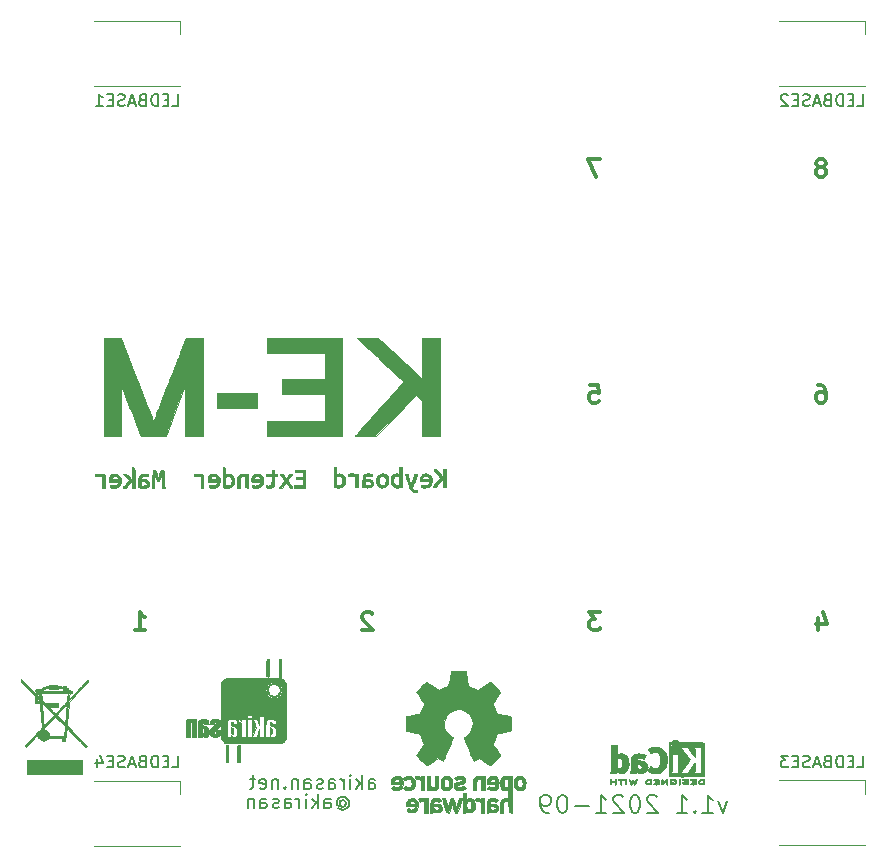
<source format=gbr>
%TF.GenerationSoftware,KiCad,Pcbnew,5.1.9+dfsg1-1*%
%TF.CreationDate,2021-09-07T23:13:06+02:00*%
%TF.ProjectId,streamdeck,73747265-616d-4646-9563-6b2e6b696361,rev?*%
%TF.SameCoordinates,Original*%
%TF.FileFunction,Legend,Bot*%
%TF.FilePolarity,Positive*%
%FSLAX46Y46*%
G04 Gerber Fmt 4.6, Leading zero omitted, Abs format (unit mm)*
G04 Created by KiCad (PCBNEW 5.1.9+dfsg1-1) date 2021-09-07 23:13:06*
%MOMM*%
%LPD*%
G01*
G04 APERTURE LIST*
%ADD10C,0.200000*%
%ADD11C,0.300000*%
%ADD12C,0.010000*%
%ADD13C,0.120000*%
%ADD14C,0.150000*%
G04 APERTURE END LIST*
D10*
X-15414285Y-115267857D02*
X-15414285Y-114639285D01*
X-15357142Y-114525000D01*
X-15242857Y-114467857D01*
X-15014285Y-114467857D01*
X-14900000Y-114525000D01*
X-15414285Y-115210714D02*
X-15300000Y-115267857D01*
X-15014285Y-115267857D01*
X-14900000Y-115210714D01*
X-14842857Y-115096428D01*
X-14842857Y-114982142D01*
X-14900000Y-114867857D01*
X-15014285Y-114810714D01*
X-15300000Y-114810714D01*
X-15414285Y-114753571D01*
X-15985714Y-115267857D02*
X-15985714Y-114067857D01*
X-16100000Y-114810714D02*
X-16442857Y-115267857D01*
X-16442857Y-114467857D02*
X-15985714Y-114925000D01*
X-16957142Y-115267857D02*
X-16957142Y-114467857D01*
X-16957142Y-114067857D02*
X-16900000Y-114125000D01*
X-16957142Y-114182142D01*
X-17014285Y-114125000D01*
X-16957142Y-114067857D01*
X-16957142Y-114182142D01*
X-17528571Y-115267857D02*
X-17528571Y-114467857D01*
X-17528571Y-114696428D02*
X-17585714Y-114582142D01*
X-17642857Y-114525000D01*
X-17757142Y-114467857D01*
X-17871428Y-114467857D01*
X-18785714Y-115267857D02*
X-18785714Y-114639285D01*
X-18728571Y-114525000D01*
X-18614285Y-114467857D01*
X-18385714Y-114467857D01*
X-18271428Y-114525000D01*
X-18785714Y-115210714D02*
X-18671428Y-115267857D01*
X-18385714Y-115267857D01*
X-18271428Y-115210714D01*
X-18214285Y-115096428D01*
X-18214285Y-114982142D01*
X-18271428Y-114867857D01*
X-18385714Y-114810714D01*
X-18671428Y-114810714D01*
X-18785714Y-114753571D01*
X-19300000Y-115210714D02*
X-19414285Y-115267857D01*
X-19642857Y-115267857D01*
X-19757142Y-115210714D01*
X-19814285Y-115096428D01*
X-19814285Y-115039285D01*
X-19757142Y-114925000D01*
X-19642857Y-114867857D01*
X-19471428Y-114867857D01*
X-19357142Y-114810714D01*
X-19300000Y-114696428D01*
X-19300000Y-114639285D01*
X-19357142Y-114525000D01*
X-19471428Y-114467857D01*
X-19642857Y-114467857D01*
X-19757142Y-114525000D01*
X-20842857Y-115267857D02*
X-20842857Y-114639285D01*
X-20785714Y-114525000D01*
X-20671428Y-114467857D01*
X-20442857Y-114467857D01*
X-20328571Y-114525000D01*
X-20842857Y-115210714D02*
X-20728571Y-115267857D01*
X-20442857Y-115267857D01*
X-20328571Y-115210714D01*
X-20271428Y-115096428D01*
X-20271428Y-114982142D01*
X-20328571Y-114867857D01*
X-20442857Y-114810714D01*
X-20728571Y-114810714D01*
X-20842857Y-114753571D01*
X-21414285Y-114467857D02*
X-21414285Y-115267857D01*
X-21414285Y-114582142D02*
X-21471428Y-114525000D01*
X-21585714Y-114467857D01*
X-21757142Y-114467857D01*
X-21871428Y-114525000D01*
X-21928571Y-114639285D01*
X-21928571Y-115267857D01*
X-22500000Y-115153571D02*
X-22557142Y-115210714D01*
X-22500000Y-115267857D01*
X-22442857Y-115210714D01*
X-22500000Y-115153571D01*
X-22500000Y-115267857D01*
X-23071428Y-114467857D02*
X-23071428Y-115267857D01*
X-23071428Y-114582142D02*
X-23128571Y-114525000D01*
X-23242857Y-114467857D01*
X-23414285Y-114467857D01*
X-23528571Y-114525000D01*
X-23585714Y-114639285D01*
X-23585714Y-115267857D01*
X-24614285Y-115210714D02*
X-24500000Y-115267857D01*
X-24271428Y-115267857D01*
X-24157142Y-115210714D01*
X-24100000Y-115096428D01*
X-24100000Y-114639285D01*
X-24157142Y-114525000D01*
X-24271428Y-114467857D01*
X-24500000Y-114467857D01*
X-24614285Y-114525000D01*
X-24671428Y-114639285D01*
X-24671428Y-114753571D01*
X-24100000Y-114867857D01*
X-25014285Y-114467857D02*
X-25471428Y-114467857D01*
X-25185714Y-114067857D02*
X-25185714Y-115096428D01*
X-25242857Y-115210714D01*
X-25357142Y-115267857D01*
X-25471428Y-115267857D01*
X-17832142Y-116321428D02*
X-17775000Y-116264285D01*
X-17660714Y-116207142D01*
X-17546428Y-116207142D01*
X-17432142Y-116264285D01*
X-17375000Y-116321428D01*
X-17317857Y-116435714D01*
X-17317857Y-116550000D01*
X-17375000Y-116664285D01*
X-17432142Y-116721428D01*
X-17546428Y-116778571D01*
X-17660714Y-116778571D01*
X-17775000Y-116721428D01*
X-17832142Y-116664285D01*
X-17832142Y-116207142D02*
X-17832142Y-116664285D01*
X-17889285Y-116721428D01*
X-17946428Y-116721428D01*
X-18060714Y-116664285D01*
X-18117857Y-116550000D01*
X-18117857Y-116264285D01*
X-18003571Y-116092857D01*
X-17832142Y-115978571D01*
X-17603571Y-115921428D01*
X-17375000Y-115978571D01*
X-17203571Y-116092857D01*
X-17089285Y-116264285D01*
X-17032142Y-116492857D01*
X-17089285Y-116721428D01*
X-17203571Y-116892857D01*
X-17375000Y-117007142D01*
X-17603571Y-117064285D01*
X-17832142Y-117007142D01*
X-18003571Y-116892857D01*
X-19146428Y-116892857D02*
X-19146428Y-116264285D01*
X-19089285Y-116150000D01*
X-18975000Y-116092857D01*
X-18746428Y-116092857D01*
X-18632142Y-116150000D01*
X-19146428Y-116835714D02*
X-19032142Y-116892857D01*
X-18746428Y-116892857D01*
X-18632142Y-116835714D01*
X-18575000Y-116721428D01*
X-18575000Y-116607142D01*
X-18632142Y-116492857D01*
X-18746428Y-116435714D01*
X-19032142Y-116435714D01*
X-19146428Y-116378571D01*
X-19717857Y-116892857D02*
X-19717857Y-115692857D01*
X-19832142Y-116435714D02*
X-20175000Y-116892857D01*
X-20175000Y-116092857D02*
X-19717857Y-116550000D01*
X-20689285Y-116892857D02*
X-20689285Y-116092857D01*
X-20689285Y-115692857D02*
X-20632142Y-115750000D01*
X-20689285Y-115807142D01*
X-20746428Y-115750000D01*
X-20689285Y-115692857D01*
X-20689285Y-115807142D01*
X-21260714Y-116892857D02*
X-21260714Y-116092857D01*
X-21260714Y-116321428D02*
X-21317857Y-116207142D01*
X-21375000Y-116150000D01*
X-21489285Y-116092857D01*
X-21603571Y-116092857D01*
X-22517857Y-116892857D02*
X-22517857Y-116264285D01*
X-22460714Y-116150000D01*
X-22346428Y-116092857D01*
X-22117857Y-116092857D01*
X-22003571Y-116150000D01*
X-22517857Y-116835714D02*
X-22403571Y-116892857D01*
X-22117857Y-116892857D01*
X-22003571Y-116835714D01*
X-21946428Y-116721428D01*
X-21946428Y-116607142D01*
X-22003571Y-116492857D01*
X-22117857Y-116435714D01*
X-22403571Y-116435714D01*
X-22517857Y-116378571D01*
X-23032142Y-116835714D02*
X-23146428Y-116892857D01*
X-23375000Y-116892857D01*
X-23489285Y-116835714D01*
X-23546428Y-116721428D01*
X-23546428Y-116664285D01*
X-23489285Y-116550000D01*
X-23375000Y-116492857D01*
X-23203571Y-116492857D01*
X-23089285Y-116435714D01*
X-23032142Y-116321428D01*
X-23032142Y-116264285D01*
X-23089285Y-116150000D01*
X-23203571Y-116092857D01*
X-23375000Y-116092857D01*
X-23489285Y-116150000D01*
X-24575000Y-116892857D02*
X-24575000Y-116264285D01*
X-24517857Y-116150000D01*
X-24403571Y-116092857D01*
X-24175000Y-116092857D01*
X-24060714Y-116150000D01*
X-24575000Y-116835714D02*
X-24460714Y-116892857D01*
X-24175000Y-116892857D01*
X-24060714Y-116835714D01*
X-24003571Y-116721428D01*
X-24003571Y-116607142D01*
X-24060714Y-116492857D01*
X-24175000Y-116435714D01*
X-24460714Y-116435714D01*
X-24575000Y-116378571D01*
X-25146428Y-116092857D02*
X-25146428Y-116892857D01*
X-25146428Y-116207142D02*
X-25203571Y-116150000D01*
X-25317857Y-116092857D01*
X-25489285Y-116092857D01*
X-25603571Y-116150000D01*
X-25660714Y-116264285D01*
X-25660714Y-116892857D01*
X14928571Y-116278571D02*
X14571428Y-117278571D01*
X14214285Y-116278571D01*
X12857142Y-117278571D02*
X13714285Y-117278571D01*
X13285714Y-117278571D02*
X13285714Y-115778571D01*
X13428571Y-115992857D01*
X13571428Y-116135714D01*
X13714285Y-116207142D01*
X12214285Y-117135714D02*
X12142857Y-117207142D01*
X12214285Y-117278571D01*
X12285714Y-117207142D01*
X12214285Y-117135714D01*
X12214285Y-117278571D01*
X10714285Y-117278571D02*
X11571428Y-117278571D01*
X11142857Y-117278571D02*
X11142857Y-115778571D01*
X11285714Y-115992857D01*
X11428571Y-116135714D01*
X11571428Y-116207142D01*
X9000000Y-115921428D02*
X8928571Y-115850000D01*
X8785714Y-115778571D01*
X8428571Y-115778571D01*
X8285714Y-115850000D01*
X8214285Y-115921428D01*
X8142857Y-116064285D01*
X8142857Y-116207142D01*
X8214285Y-116421428D01*
X9071428Y-117278571D01*
X8142857Y-117278571D01*
X7214285Y-115778571D02*
X7071428Y-115778571D01*
X6928571Y-115850000D01*
X6857142Y-115921428D01*
X6785714Y-116064285D01*
X6714285Y-116350000D01*
X6714285Y-116707142D01*
X6785714Y-116992857D01*
X6857142Y-117135714D01*
X6928571Y-117207142D01*
X7071428Y-117278571D01*
X7214285Y-117278571D01*
X7357142Y-117207142D01*
X7428571Y-117135714D01*
X7500000Y-116992857D01*
X7571428Y-116707142D01*
X7571428Y-116350000D01*
X7500000Y-116064285D01*
X7428571Y-115921428D01*
X7357142Y-115850000D01*
X7214285Y-115778571D01*
X6142857Y-115921428D02*
X6071428Y-115850000D01*
X5928571Y-115778571D01*
X5571428Y-115778571D01*
X5428571Y-115850000D01*
X5357142Y-115921428D01*
X5285714Y-116064285D01*
X5285714Y-116207142D01*
X5357142Y-116421428D01*
X6214285Y-117278571D01*
X5285714Y-117278571D01*
X3857142Y-117278571D02*
X4714285Y-117278571D01*
X4285714Y-117278571D02*
X4285714Y-115778571D01*
X4428571Y-115992857D01*
X4571428Y-116135714D01*
X4714285Y-116207142D01*
X3214285Y-116707142D02*
X2071428Y-116707142D01*
X1071428Y-115778571D02*
X928571Y-115778571D01*
X785714Y-115850000D01*
X714285Y-115921428D01*
X642857Y-116064285D01*
X571428Y-116350000D01*
X571428Y-116707142D01*
X642857Y-116992857D01*
X714285Y-117135714D01*
X785714Y-117207142D01*
X928571Y-117278571D01*
X1071428Y-117278571D01*
X1214285Y-117207142D01*
X1285714Y-117135714D01*
X1357142Y-116992857D01*
X1428571Y-116707142D01*
X1428571Y-116350000D01*
X1357142Y-116064285D01*
X1285714Y-115921428D01*
X1214285Y-115850000D01*
X1071428Y-115778571D01*
X-142857Y-117278571D02*
X-428571Y-117278571D01*
X-571428Y-117207142D01*
X-642857Y-117135714D01*
X-785714Y-116921428D01*
X-857142Y-116635714D01*
X-857142Y-116064285D01*
X-785714Y-115921428D01*
X-714285Y-115850000D01*
X-571428Y-115778571D01*
X-285714Y-115778571D01*
X-142857Y-115850000D01*
X-71428Y-115921428D01*
X0Y-116064285D01*
X0Y-116421428D01*
X-71428Y-116564285D01*
X-142857Y-116635714D01*
X-285714Y-116707142D01*
X-571428Y-116707142D01*
X-714285Y-116635714D01*
X-785714Y-116564285D01*
X-857142Y-116421428D01*
D11*
X4166666Y-61978571D02*
X3166666Y-61978571D01*
X3809523Y-63478571D01*
X23042857Y-62621428D02*
X23185714Y-62550000D01*
X23257142Y-62478571D01*
X23328571Y-62335714D01*
X23328571Y-62264285D01*
X23257142Y-62121428D01*
X23185714Y-62050000D01*
X23042857Y-61978571D01*
X22757142Y-61978571D01*
X22614285Y-62050000D01*
X22542857Y-62121428D01*
X22471428Y-62264285D01*
X22471428Y-62335714D01*
X22542857Y-62478571D01*
X22614285Y-62550000D01*
X22757142Y-62621428D01*
X23042857Y-62621428D01*
X23185714Y-62692857D01*
X23257142Y-62764285D01*
X23328571Y-62907142D01*
X23328571Y-63192857D01*
X23257142Y-63335714D01*
X23185714Y-63407142D01*
X23042857Y-63478571D01*
X22757142Y-63478571D01*
X22614285Y-63407142D01*
X22542857Y-63335714D01*
X22471428Y-63192857D01*
X22471428Y-62907142D01*
X22542857Y-62764285D01*
X22614285Y-62692857D01*
X22757142Y-62621428D01*
X3309523Y-81078571D02*
X4023808Y-81078571D01*
X4095237Y-81792857D01*
X4023808Y-81721428D01*
X3880951Y-81650000D01*
X3523808Y-81650000D01*
X3380951Y-81721428D01*
X3309523Y-81792857D01*
X3238094Y-81935714D01*
X3238094Y-82292857D01*
X3309523Y-82435714D01*
X3380951Y-82507142D01*
X3523808Y-82578571D01*
X3880951Y-82578571D01*
X4023808Y-82507142D01*
X4095237Y-82435714D01*
X22614285Y-81078571D02*
X22900000Y-81078571D01*
X23042857Y-81150000D01*
X23114285Y-81221428D01*
X23257142Y-81435714D01*
X23328571Y-81721428D01*
X23328571Y-82292857D01*
X23257142Y-82435714D01*
X23185714Y-82507142D01*
X23042857Y-82578571D01*
X22757142Y-82578571D01*
X22614285Y-82507142D01*
X22542857Y-82435714D01*
X22471428Y-82292857D01*
X22471428Y-81935714D01*
X22542857Y-81792857D01*
X22614285Y-81721428D01*
X22757142Y-81650000D01*
X23042857Y-81650000D01*
X23185714Y-81721428D01*
X23257142Y-81792857D01*
X23328571Y-81935714D01*
X22664285Y-100828571D02*
X22664285Y-101828571D01*
X23021428Y-100257142D02*
X23378571Y-101328571D01*
X22450000Y-101328571D01*
X4216666Y-100328571D02*
X3288094Y-100328571D01*
X3788094Y-100900000D01*
X3573808Y-100900000D01*
X3430951Y-100971428D01*
X3359523Y-101042857D01*
X3288094Y-101185714D01*
X3288094Y-101542857D01*
X3359523Y-101685714D01*
X3430951Y-101757142D01*
X3573808Y-101828571D01*
X4002380Y-101828571D01*
X4145237Y-101757142D01*
X4216666Y-101685714D01*
X-15088095Y-100471428D02*
X-15159524Y-100400000D01*
X-15302381Y-100328571D01*
X-15659524Y-100328571D01*
X-15802381Y-100400000D01*
X-15873809Y-100471428D01*
X-15945238Y-100614285D01*
X-15945238Y-100757142D01*
X-15873809Y-100971428D01*
X-15016667Y-101828571D01*
X-15945238Y-101828571D01*
X-35178571Y-101828571D02*
X-34321428Y-101828571D01*
X-34750000Y-101828571D02*
X-34750000Y-100328571D01*
X-34607142Y-100542857D01*
X-34464285Y-100685714D01*
X-34321428Y-100757142D01*
D12*
%TO.C,Ref\u002A\u002A*%
G36*
X-11348400Y-88583183D02*
G01*
X-11312135Y-88594685D01*
X-11305167Y-88608469D01*
X-11313278Y-88656404D01*
X-11335855Y-88736109D01*
X-11370264Y-88840624D01*
X-11413868Y-88962993D01*
X-11464035Y-89096259D01*
X-11518128Y-89233464D01*
X-11573513Y-89367651D01*
X-11627555Y-89491863D01*
X-11677620Y-89599142D01*
X-11689134Y-89622358D01*
X-11721864Y-89690579D01*
X-11736420Y-89734760D01*
X-11735074Y-89767930D01*
X-11720507Y-89802325D01*
X-11674983Y-89873941D01*
X-11621506Y-89917624D01*
X-11548882Y-89939303D01*
X-11451311Y-89944916D01*
X-11305565Y-89944916D01*
X-11288430Y-90029583D01*
X-11281307Y-90081207D01*
X-11289609Y-90114308D01*
X-11320047Y-90132996D01*
X-11379328Y-90141381D01*
X-11474164Y-90143575D01*
X-11474500Y-90143576D01*
X-11588000Y-90135972D01*
X-11674584Y-90110534D01*
X-11690323Y-90102808D01*
X-11756942Y-90056643D01*
X-11816502Y-89998329D01*
X-11822248Y-89991101D01*
X-11883685Y-89894389D01*
X-11950899Y-89758660D01*
X-12022798Y-89586670D01*
X-12098289Y-89381176D01*
X-12176282Y-89144931D01*
X-12238002Y-88941596D01*
X-12275948Y-88811575D01*
X-12301869Y-88716834D01*
X-12315359Y-88651946D01*
X-12316013Y-88611482D01*
X-12303425Y-88590016D01*
X-12277189Y-88582120D01*
X-12236901Y-88582366D01*
X-12211273Y-88583852D01*
X-12101379Y-88590250D01*
X-12034506Y-88854833D01*
X-11991265Y-89021979D01*
X-11951461Y-89168176D01*
X-11916389Y-89289074D01*
X-11887345Y-89380322D01*
X-11865625Y-89437570D01*
X-11855837Y-89454714D01*
X-11841859Y-89444036D01*
X-11817536Y-89399426D01*
X-11785294Y-89327315D01*
X-11747561Y-89234132D01*
X-11706764Y-89126306D01*
X-11665329Y-89010268D01*
X-11625682Y-88892446D01*
X-11590252Y-88779270D01*
X-11561465Y-88677170D01*
X-11559509Y-88669625D01*
X-11536369Y-88579666D01*
X-11420768Y-88579666D01*
X-11348400Y-88583183D01*
G37*
X-11348400Y-88583183D02*
X-11312135Y-88594685D01*
X-11305167Y-88608469D01*
X-11313278Y-88656404D01*
X-11335855Y-88736109D01*
X-11370264Y-88840624D01*
X-11413868Y-88962993D01*
X-11464035Y-89096259D01*
X-11518128Y-89233464D01*
X-11573513Y-89367651D01*
X-11627555Y-89491863D01*
X-11677620Y-89599142D01*
X-11689134Y-89622358D01*
X-11721864Y-89690579D01*
X-11736420Y-89734760D01*
X-11735074Y-89767930D01*
X-11720507Y-89802325D01*
X-11674983Y-89873941D01*
X-11621506Y-89917624D01*
X-11548882Y-89939303D01*
X-11451311Y-89944916D01*
X-11305565Y-89944916D01*
X-11288430Y-90029583D01*
X-11281307Y-90081207D01*
X-11289609Y-90114308D01*
X-11320047Y-90132996D01*
X-11379328Y-90141381D01*
X-11474164Y-90143575D01*
X-11474500Y-90143576D01*
X-11588000Y-90135972D01*
X-11674584Y-90110534D01*
X-11690323Y-90102808D01*
X-11756942Y-90056643D01*
X-11816502Y-89998329D01*
X-11822248Y-89991101D01*
X-11883685Y-89894389D01*
X-11950899Y-89758660D01*
X-12022798Y-89586670D01*
X-12098289Y-89381176D01*
X-12176282Y-89144931D01*
X-12238002Y-88941596D01*
X-12275948Y-88811575D01*
X-12301869Y-88716834D01*
X-12315359Y-88651946D01*
X-12316013Y-88611482D01*
X-12303425Y-88590016D01*
X-12277189Y-88582120D01*
X-12236901Y-88582366D01*
X-12211273Y-88583852D01*
X-12101379Y-88590250D01*
X-12034506Y-88854833D01*
X-11991265Y-89021979D01*
X-11951461Y-89168176D01*
X-11916389Y-89289074D01*
X-11887345Y-89380322D01*
X-11865625Y-89437570D01*
X-11855837Y-89454714D01*
X-11841859Y-89444036D01*
X-11817536Y-89399426D01*
X-11785294Y-89327315D01*
X-11747561Y-89234132D01*
X-11706764Y-89126306D01*
X-11665329Y-89010268D01*
X-11625682Y-88892446D01*
X-11590252Y-88779270D01*
X-11561465Y-88677170D01*
X-11559509Y-88669625D01*
X-11536369Y-88579666D01*
X-11420768Y-88579666D01*
X-11348400Y-88583183D01*
G36*
X-36772333Y-88608377D02*
G01*
X-36640271Y-88660726D01*
X-36532873Y-88745457D01*
X-36452348Y-88860172D01*
X-36400906Y-89002473D01*
X-36380754Y-89169963D01*
X-36380563Y-89183858D01*
X-36396394Y-89352214D01*
X-36445392Y-89497428D01*
X-36526314Y-89617168D01*
X-36637917Y-89709101D01*
X-36670400Y-89727432D01*
X-36745477Y-89753215D01*
X-36848537Y-89771252D01*
X-36965813Y-89780798D01*
X-37083538Y-89781104D01*
X-37187943Y-89771424D01*
X-37244787Y-89758604D01*
X-37297979Y-89739221D01*
X-37320932Y-89716310D01*
X-37324146Y-89674839D01*
X-37322108Y-89647941D01*
X-37315678Y-89591438D01*
X-37308638Y-89555158D01*
X-37306938Y-89550993D01*
X-37283929Y-89548893D01*
X-37233059Y-89557139D01*
X-37187284Y-89568194D01*
X-37057366Y-89588067D01*
X-36924645Y-89582173D01*
X-36805650Y-89551763D01*
X-36772646Y-89536787D01*
X-36686627Y-89468953D01*
X-36626952Y-89370672D01*
X-36609093Y-89315208D01*
X-36594745Y-89257000D01*
X-37403667Y-89257000D01*
X-37403667Y-89120210D01*
X-37396873Y-89046298D01*
X-37184519Y-89046298D01*
X-37171146Y-89055565D01*
X-37137596Y-89061518D01*
X-37077906Y-89064854D01*
X-36986111Y-89066273D01*
X-36897648Y-89066500D01*
X-36598766Y-89066500D01*
X-36630999Y-88987125D01*
X-36689122Y-88890810D01*
X-36770312Y-88820417D01*
X-36865825Y-88781130D01*
X-36966917Y-88778133D01*
X-36979447Y-88780555D01*
X-37029365Y-88804059D01*
X-37084933Y-88847788D01*
X-37134299Y-88899992D01*
X-37165607Y-88948921D01*
X-37170834Y-88970255D01*
X-37178226Y-89016014D01*
X-37183682Y-89033018D01*
X-37184519Y-89046298D01*
X-37396873Y-89046298D01*
X-37388564Y-88955922D01*
X-37343807Y-88820887D01*
X-37270230Y-88716029D01*
X-37168664Y-88642270D01*
X-37039941Y-88600535D01*
X-36926852Y-88590808D01*
X-36772333Y-88608377D01*
G37*
X-36772333Y-88608377D02*
X-36640271Y-88660726D01*
X-36532873Y-88745457D01*
X-36452348Y-88860172D01*
X-36400906Y-89002473D01*
X-36380754Y-89169963D01*
X-36380563Y-89183858D01*
X-36396394Y-89352214D01*
X-36445392Y-89497428D01*
X-36526314Y-89617168D01*
X-36637917Y-89709101D01*
X-36670400Y-89727432D01*
X-36745477Y-89753215D01*
X-36848537Y-89771252D01*
X-36965813Y-89780798D01*
X-37083538Y-89781104D01*
X-37187943Y-89771424D01*
X-37244787Y-89758604D01*
X-37297979Y-89739221D01*
X-37320932Y-89716310D01*
X-37324146Y-89674839D01*
X-37322108Y-89647941D01*
X-37315678Y-89591438D01*
X-37308638Y-89555158D01*
X-37306938Y-89550993D01*
X-37283929Y-89548893D01*
X-37233059Y-89557139D01*
X-37187284Y-89568194D01*
X-37057366Y-89588067D01*
X-36924645Y-89582173D01*
X-36805650Y-89551763D01*
X-36772646Y-89536787D01*
X-36686627Y-89468953D01*
X-36626952Y-89370672D01*
X-36609093Y-89315208D01*
X-36594745Y-89257000D01*
X-37403667Y-89257000D01*
X-37403667Y-89120210D01*
X-37396873Y-89046298D01*
X-37184519Y-89046298D01*
X-37171146Y-89055565D01*
X-37137596Y-89061518D01*
X-37077906Y-89064854D01*
X-36986111Y-89066273D01*
X-36897648Y-89066500D01*
X-36598766Y-89066500D01*
X-36630999Y-88987125D01*
X-36689122Y-88890810D01*
X-36770312Y-88820417D01*
X-36865825Y-88781130D01*
X-36966917Y-88778133D01*
X-36979447Y-88780555D01*
X-37029365Y-88804059D01*
X-37084933Y-88847788D01*
X-37134299Y-88899992D01*
X-37165607Y-88948921D01*
X-37170834Y-88970255D01*
X-37178226Y-89016014D01*
X-37183682Y-89033018D01*
X-37184519Y-89046298D01*
X-37396873Y-89046298D01*
X-37388564Y-88955922D01*
X-37343807Y-88820887D01*
X-37270230Y-88716029D01*
X-37168664Y-88642270D01*
X-37039941Y-88600535D01*
X-36926852Y-88590808D01*
X-36772333Y-88608377D01*
G36*
X-34300022Y-88590264D02*
G01*
X-34200137Y-88603605D01*
X-34139160Y-88619816D01*
X-34105509Y-88637753D01*
X-34094318Y-88666079D01*
X-34099656Y-88720012D01*
X-34099792Y-88720855D01*
X-34107073Y-88761045D01*
X-34118615Y-88785650D01*
X-34142758Y-88797067D01*
X-34187843Y-88797689D01*
X-34262207Y-88789911D01*
X-34316740Y-88783153D01*
X-34448380Y-88776856D01*
X-34548201Y-88796159D01*
X-34619455Y-88842959D01*
X-34665397Y-88919151D01*
X-34685404Y-88997989D01*
X-34698619Y-89080626D01*
X-34585351Y-89065716D01*
X-34459878Y-89059969D01*
X-34328713Y-89071887D01*
X-34209988Y-89099173D01*
X-34156012Y-89120157D01*
X-34069715Y-89176921D01*
X-34015180Y-89253309D01*
X-33988914Y-89355588D01*
X-33985250Y-89426333D01*
X-33995181Y-89540009D01*
X-34027356Y-89628262D01*
X-34085349Y-89693685D01*
X-34172734Y-89738869D01*
X-34293085Y-89766409D01*
X-34449976Y-89778896D01*
X-34472084Y-89779522D01*
X-34568338Y-89781047D01*
X-34649317Y-89780910D01*
X-34705420Y-89779218D01*
X-34726084Y-89776758D01*
X-34759590Y-89768035D01*
X-34814978Y-89757188D01*
X-34826625Y-89755190D01*
X-34906000Y-89741915D01*
X-34905882Y-89335415D01*
X-34905190Y-89259593D01*
X-34694334Y-89259593D01*
X-34694334Y-89413519D01*
X-34692287Y-89490950D01*
X-34686894Y-89551242D01*
X-34679277Y-89582388D01*
X-34678459Y-89583415D01*
X-34651387Y-89589858D01*
X-34592812Y-89593304D01*
X-34513488Y-89593277D01*
X-34479567Y-89592235D01*
X-34381397Y-89586249D01*
X-34315702Y-89576126D01*
X-34272675Y-89559820D01*
X-34252026Y-89544761D01*
X-34214067Y-89484694D01*
X-34206264Y-89411655D01*
X-34227963Y-89341707D01*
X-34261907Y-89301943D01*
X-34337831Y-89263716D01*
X-34439665Y-89242393D01*
X-34553579Y-89240296D01*
X-34599084Y-89245310D01*
X-34694334Y-89259593D01*
X-34905190Y-89259593D01*
X-34904595Y-89194562D01*
X-34901060Y-89066860D01*
X-34895648Y-88959982D01*
X-34888726Y-88881600D01*
X-34882328Y-88844497D01*
X-34834055Y-88746254D01*
X-34752735Y-88666306D01*
X-34646079Y-88611505D01*
X-34607582Y-88600333D01*
X-34520068Y-88587949D01*
X-34412107Y-88584819D01*
X-34300022Y-88590264D01*
G37*
X-34300022Y-88590264D02*
X-34200137Y-88603605D01*
X-34139160Y-88619816D01*
X-34105509Y-88637753D01*
X-34094318Y-88666079D01*
X-34099656Y-88720012D01*
X-34099792Y-88720855D01*
X-34107073Y-88761045D01*
X-34118615Y-88785650D01*
X-34142758Y-88797067D01*
X-34187843Y-88797689D01*
X-34262207Y-88789911D01*
X-34316740Y-88783153D01*
X-34448380Y-88776856D01*
X-34548201Y-88796159D01*
X-34619455Y-88842959D01*
X-34665397Y-88919151D01*
X-34685404Y-88997989D01*
X-34698619Y-89080626D01*
X-34585351Y-89065716D01*
X-34459878Y-89059969D01*
X-34328713Y-89071887D01*
X-34209988Y-89099173D01*
X-34156012Y-89120157D01*
X-34069715Y-89176921D01*
X-34015180Y-89253309D01*
X-33988914Y-89355588D01*
X-33985250Y-89426333D01*
X-33995181Y-89540009D01*
X-34027356Y-89628262D01*
X-34085349Y-89693685D01*
X-34172734Y-89738869D01*
X-34293085Y-89766409D01*
X-34449976Y-89778896D01*
X-34472084Y-89779522D01*
X-34568338Y-89781047D01*
X-34649317Y-89780910D01*
X-34705420Y-89779218D01*
X-34726084Y-89776758D01*
X-34759590Y-89768035D01*
X-34814978Y-89757188D01*
X-34826625Y-89755190D01*
X-34906000Y-89741915D01*
X-34905882Y-89335415D01*
X-34905190Y-89259593D01*
X-34694334Y-89259593D01*
X-34694334Y-89413519D01*
X-34692287Y-89490950D01*
X-34686894Y-89551242D01*
X-34679277Y-89582388D01*
X-34678459Y-89583415D01*
X-34651387Y-89589858D01*
X-34592812Y-89593304D01*
X-34513488Y-89593277D01*
X-34479567Y-89592235D01*
X-34381397Y-89586249D01*
X-34315702Y-89576126D01*
X-34272675Y-89559820D01*
X-34252026Y-89544761D01*
X-34214067Y-89484694D01*
X-34206264Y-89411655D01*
X-34227963Y-89341707D01*
X-34261907Y-89301943D01*
X-34337831Y-89263716D01*
X-34439665Y-89242393D01*
X-34553579Y-89240296D01*
X-34599084Y-89245310D01*
X-34694334Y-89259593D01*
X-34905190Y-89259593D01*
X-34904595Y-89194562D01*
X-34901060Y-89066860D01*
X-34895648Y-88959982D01*
X-34888726Y-88881600D01*
X-34882328Y-88844497D01*
X-34834055Y-88746254D01*
X-34752735Y-88666306D01*
X-34646079Y-88611505D01*
X-34607582Y-88600333D01*
X-34520068Y-88587949D01*
X-34412107Y-88584819D01*
X-34300022Y-88590264D01*
G36*
X-28456347Y-88591379D02*
G01*
X-28331377Y-88631828D01*
X-28215775Y-88704539D01*
X-28144743Y-88774159D01*
X-28064615Y-88898742D01*
X-28019751Y-89044753D01*
X-28009726Y-89213713D01*
X-28011834Y-89249992D01*
X-28041285Y-89412519D01*
X-28102468Y-89548311D01*
X-28194433Y-89656020D01*
X-28316231Y-89734298D01*
X-28367824Y-89755236D01*
X-28442113Y-89771633D01*
X-28542802Y-89781132D01*
X-28654473Y-89783418D01*
X-28761710Y-89778174D01*
X-28849003Y-89765105D01*
X-28915906Y-89742890D01*
X-28948021Y-89709931D01*
X-28952891Y-89655188D01*
X-28948122Y-89620020D01*
X-28937189Y-89566499D01*
X-28922543Y-89546221D01*
X-28894401Y-89550530D01*
X-28877127Y-89557219D01*
X-28828960Y-89568467D01*
X-28753465Y-89577363D01*
X-28665643Y-89582226D01*
X-28651250Y-89582520D01*
X-28554135Y-89581380D01*
X-28485914Y-89573007D01*
X-28433454Y-89555235D01*
X-28410046Y-89542750D01*
X-28316631Y-89466769D01*
X-28259432Y-89371396D01*
X-28246682Y-89325791D01*
X-28233209Y-89257000D01*
X-29048944Y-89257000D01*
X-29037070Y-89100000D01*
X-29026797Y-89018875D01*
X-28809921Y-89018875D01*
X-28808579Y-89037984D01*
X-28800043Y-89051146D01*
X-28777667Y-89059469D01*
X-28734801Y-89064063D01*
X-28664797Y-89066034D01*
X-28561006Y-89066492D01*
X-28524250Y-89066500D01*
X-28395112Y-89064879D01*
X-28303482Y-89060107D01*
X-28251066Y-89052316D01*
X-28238500Y-89044282D01*
X-28256389Y-88981155D01*
X-28303167Y-88912530D01*
X-28368504Y-88848842D01*
X-28442068Y-88800525D01*
X-28500285Y-88779878D01*
X-28588529Y-88782036D01*
X-28673679Y-88815745D01*
X-28745646Y-88873217D01*
X-28794338Y-88946661D01*
X-28809921Y-89018875D01*
X-29026797Y-89018875D01*
X-29025272Y-89006833D01*
X-29006004Y-88916364D01*
X-28984629Y-88851291D01*
X-28914429Y-88739761D01*
X-28819726Y-88657383D01*
X-28707296Y-88604779D01*
X-28583912Y-88582570D01*
X-28456347Y-88591379D01*
G37*
X-28456347Y-88591379D02*
X-28331377Y-88631828D01*
X-28215775Y-88704539D01*
X-28144743Y-88774159D01*
X-28064615Y-88898742D01*
X-28019751Y-89044753D01*
X-28009726Y-89213713D01*
X-28011834Y-89249992D01*
X-28041285Y-89412519D01*
X-28102468Y-89548311D01*
X-28194433Y-89656020D01*
X-28316231Y-89734298D01*
X-28367824Y-89755236D01*
X-28442113Y-89771633D01*
X-28542802Y-89781132D01*
X-28654473Y-89783418D01*
X-28761710Y-89778174D01*
X-28849003Y-89765105D01*
X-28915906Y-89742890D01*
X-28948021Y-89709931D01*
X-28952891Y-89655188D01*
X-28948122Y-89620020D01*
X-28937189Y-89566499D01*
X-28922543Y-89546221D01*
X-28894401Y-89550530D01*
X-28877127Y-89557219D01*
X-28828960Y-89568467D01*
X-28753465Y-89577363D01*
X-28665643Y-89582226D01*
X-28651250Y-89582520D01*
X-28554135Y-89581380D01*
X-28485914Y-89573007D01*
X-28433454Y-89555235D01*
X-28410046Y-89542750D01*
X-28316631Y-89466769D01*
X-28259432Y-89371396D01*
X-28246682Y-89325791D01*
X-28233209Y-89257000D01*
X-29048944Y-89257000D01*
X-29037070Y-89100000D01*
X-29026797Y-89018875D01*
X-28809921Y-89018875D01*
X-28808579Y-89037984D01*
X-28800043Y-89051146D01*
X-28777667Y-89059469D01*
X-28734801Y-89064063D01*
X-28664797Y-89066034D01*
X-28561006Y-89066492D01*
X-28524250Y-89066500D01*
X-28395112Y-89064879D01*
X-28303482Y-89060107D01*
X-28251066Y-89052316D01*
X-28238500Y-89044282D01*
X-28256389Y-88981155D01*
X-28303167Y-88912530D01*
X-28368504Y-88848842D01*
X-28442068Y-88800525D01*
X-28500285Y-88779878D01*
X-28588529Y-88782036D01*
X-28673679Y-88815745D01*
X-28745646Y-88873217D01*
X-28794338Y-88946661D01*
X-28809921Y-89018875D01*
X-29026797Y-89018875D01*
X-29025272Y-89006833D01*
X-29006004Y-88916364D01*
X-28984629Y-88851291D01*
X-28914429Y-88739761D01*
X-28819726Y-88657383D01*
X-28707296Y-88604779D01*
X-28583912Y-88582570D01*
X-28456347Y-88591379D01*
G36*
X-27685521Y-88058437D02*
G01*
X-27625285Y-88068011D01*
X-27579688Y-88071666D01*
X-27563662Y-88074547D01*
X-27552633Y-88087594D01*
X-27545678Y-88117418D01*
X-27541871Y-88170624D01*
X-27540288Y-88253824D01*
X-27540000Y-88355345D01*
X-27540000Y-88639023D01*
X-27441386Y-88609345D01*
X-27293509Y-88583567D01*
X-27158013Y-88596652D01*
X-27038198Y-88646116D01*
X-26937361Y-88729473D01*
X-26858800Y-88844239D01*
X-26805815Y-88987929D01*
X-26785836Y-89103170D01*
X-26785510Y-89268639D01*
X-26818465Y-89420343D01*
X-26882143Y-89552692D01*
X-26973987Y-89660099D01*
X-27071459Y-89727180D01*
X-27133894Y-89756898D01*
X-27189547Y-89774348D01*
X-27253513Y-89782407D01*
X-27340889Y-89783953D01*
X-27367793Y-89783664D01*
X-27466946Y-89779933D01*
X-27563735Y-89772326D01*
X-27639986Y-89762346D01*
X-27651125Y-89760207D01*
X-27751667Y-89739253D01*
X-27751667Y-88875377D01*
X-27540000Y-88875377D01*
X-27540000Y-89571688D01*
X-27481792Y-89581583D01*
X-27382646Y-89588971D01*
X-27283693Y-89580555D01*
X-27200437Y-89558444D01*
X-27162715Y-89538201D01*
X-27089973Y-89459615D01*
X-27040624Y-89356364D01*
X-27015164Y-89238769D01*
X-27014085Y-89117152D01*
X-27037884Y-89001835D01*
X-27087054Y-88903139D01*
X-27129995Y-88855262D01*
X-27217364Y-88805026D01*
X-27318331Y-88789332D01*
X-27420979Y-88808943D01*
X-27471209Y-88833434D01*
X-27540000Y-88875377D01*
X-27751667Y-88875377D01*
X-27751667Y-88045208D01*
X-27685521Y-88058437D01*
G37*
X-27685521Y-88058437D02*
X-27625285Y-88068011D01*
X-27579688Y-88071666D01*
X-27563662Y-88074547D01*
X-27552633Y-88087594D01*
X-27545678Y-88117418D01*
X-27541871Y-88170624D01*
X-27540288Y-88253824D01*
X-27540000Y-88355345D01*
X-27540000Y-88639023D01*
X-27441386Y-88609345D01*
X-27293509Y-88583567D01*
X-27158013Y-88596652D01*
X-27038198Y-88646116D01*
X-26937361Y-88729473D01*
X-26858800Y-88844239D01*
X-26805815Y-88987929D01*
X-26785836Y-89103170D01*
X-26785510Y-89268639D01*
X-26818465Y-89420343D01*
X-26882143Y-89552692D01*
X-26973987Y-89660099D01*
X-27071459Y-89727180D01*
X-27133894Y-89756898D01*
X-27189547Y-89774348D01*
X-27253513Y-89782407D01*
X-27340889Y-89783953D01*
X-27367793Y-89783664D01*
X-27466946Y-89779933D01*
X-27563735Y-89772326D01*
X-27639986Y-89762346D01*
X-27651125Y-89760207D01*
X-27751667Y-89739253D01*
X-27751667Y-88875377D01*
X-27540000Y-88875377D01*
X-27540000Y-89571688D01*
X-27481792Y-89581583D01*
X-27382646Y-89588971D01*
X-27283693Y-89580555D01*
X-27200437Y-89558444D01*
X-27162715Y-89538201D01*
X-27089973Y-89459615D01*
X-27040624Y-89356364D01*
X-27015164Y-89238769D01*
X-27014085Y-89117152D01*
X-27037884Y-89001835D01*
X-27087054Y-88903139D01*
X-27129995Y-88855262D01*
X-27217364Y-88805026D01*
X-27318331Y-88789332D01*
X-27420979Y-88808943D01*
X-27471209Y-88833434D01*
X-27540000Y-88875377D01*
X-27751667Y-88875377D01*
X-27751667Y-88045208D01*
X-27685521Y-88058437D01*
G36*
X-24744749Y-88599706D02*
G01*
X-24616119Y-88648023D01*
X-24583457Y-88666677D01*
X-24509711Y-88729578D01*
X-24439533Y-88819479D01*
X-24383562Y-88921640D01*
X-24365591Y-88968466D01*
X-24349297Y-89054184D01*
X-24344799Y-89163113D01*
X-24351081Y-89280239D01*
X-24367126Y-89390549D01*
X-24391919Y-89479030D01*
X-24401604Y-89500416D01*
X-24487977Y-89621086D01*
X-24605595Y-89715575D01*
X-24640167Y-89734938D01*
X-24706161Y-89756361D01*
X-24800893Y-89771470D01*
X-24911160Y-89779714D01*
X-25023762Y-89780540D01*
X-25125497Y-89773396D01*
X-25201084Y-89758400D01*
X-25253082Y-89739753D01*
X-25276582Y-89717928D01*
X-25281032Y-89678089D01*
X-25278314Y-89637153D01*
X-25273208Y-89579758D01*
X-25268938Y-89544267D01*
X-25267702Y-89539193D01*
X-25247389Y-89542278D01*
X-25198136Y-89553939D01*
X-25148139Y-89566978D01*
X-25000443Y-89591228D01*
X-24866225Y-89583061D01*
X-24750294Y-89544566D01*
X-24657457Y-89477830D01*
X-24592521Y-89384941D01*
X-24568400Y-89315208D01*
X-24554694Y-89257000D01*
X-24956015Y-89257000D01*
X-25081944Y-89256182D01*
X-25192753Y-89253905D01*
X-25281715Y-89250436D01*
X-25342103Y-89246040D01*
X-25367191Y-89240983D01*
X-25367383Y-89240742D01*
X-25372643Y-89205510D01*
X-25369018Y-89141204D01*
X-25358449Y-89059678D01*
X-25350967Y-89017925D01*
X-25142889Y-89017925D01*
X-25136822Y-89043264D01*
X-25107651Y-89057794D01*
X-25050291Y-89064514D01*
X-24959657Y-89066423D01*
X-24862417Y-89066500D01*
X-24747081Y-89066040D01*
X-24667544Y-89064090D01*
X-24617277Y-89059796D01*
X-24589752Y-89052303D01*
X-24578440Y-89040755D01*
X-24576667Y-89029080D01*
X-24588078Y-88988889D01*
X-24616596Y-88933874D01*
X-24628291Y-88915688D01*
X-24702621Y-88836023D01*
X-24789866Y-88788718D01*
X-24881880Y-88773652D01*
X-24970514Y-88790703D01*
X-25047622Y-88839749D01*
X-25105056Y-88920668D01*
X-25106047Y-88922828D01*
X-25130936Y-88978779D01*
X-25142889Y-89017925D01*
X-25350967Y-89017925D01*
X-25342877Y-88972783D01*
X-25324240Y-88892372D01*
X-25304481Y-88830297D01*
X-25297726Y-88815227D01*
X-25225039Y-88716559D01*
X-25125633Y-88644057D01*
X-25007272Y-88599337D01*
X-24877722Y-88584015D01*
X-24744749Y-88599706D01*
G37*
X-24744749Y-88599706D02*
X-24616119Y-88648023D01*
X-24583457Y-88666677D01*
X-24509711Y-88729578D01*
X-24439533Y-88819479D01*
X-24383562Y-88921640D01*
X-24365591Y-88968466D01*
X-24349297Y-89054184D01*
X-24344799Y-89163113D01*
X-24351081Y-89280239D01*
X-24367126Y-89390549D01*
X-24391919Y-89479030D01*
X-24401604Y-89500416D01*
X-24487977Y-89621086D01*
X-24605595Y-89715575D01*
X-24640167Y-89734938D01*
X-24706161Y-89756361D01*
X-24800893Y-89771470D01*
X-24911160Y-89779714D01*
X-25023762Y-89780540D01*
X-25125497Y-89773396D01*
X-25201084Y-89758400D01*
X-25253082Y-89739753D01*
X-25276582Y-89717928D01*
X-25281032Y-89678089D01*
X-25278314Y-89637153D01*
X-25273208Y-89579758D01*
X-25268938Y-89544267D01*
X-25267702Y-89539193D01*
X-25247389Y-89542278D01*
X-25198136Y-89553939D01*
X-25148139Y-89566978D01*
X-25000443Y-89591228D01*
X-24866225Y-89583061D01*
X-24750294Y-89544566D01*
X-24657457Y-89477830D01*
X-24592521Y-89384941D01*
X-24568400Y-89315208D01*
X-24554694Y-89257000D01*
X-24956015Y-89257000D01*
X-25081944Y-89256182D01*
X-25192753Y-89253905D01*
X-25281715Y-89250436D01*
X-25342103Y-89246040D01*
X-25367191Y-89240983D01*
X-25367383Y-89240742D01*
X-25372643Y-89205510D01*
X-25369018Y-89141204D01*
X-25358449Y-89059678D01*
X-25350967Y-89017925D01*
X-25142889Y-89017925D01*
X-25136822Y-89043264D01*
X-25107651Y-89057794D01*
X-25050291Y-89064514D01*
X-24959657Y-89066423D01*
X-24862417Y-89066500D01*
X-24747081Y-89066040D01*
X-24667544Y-89064090D01*
X-24617277Y-89059796D01*
X-24589752Y-89052303D01*
X-24578440Y-89040755D01*
X-24576667Y-89029080D01*
X-24588078Y-88988889D01*
X-24616596Y-88933874D01*
X-24628291Y-88915688D01*
X-24702621Y-88836023D01*
X-24789866Y-88788718D01*
X-24881880Y-88773652D01*
X-24970514Y-88790703D01*
X-25047622Y-88839749D01*
X-25105056Y-88920668D01*
X-25106047Y-88922828D01*
X-25130936Y-88978779D01*
X-25142889Y-89017925D01*
X-25350967Y-89017925D01*
X-25342877Y-88972783D01*
X-25324240Y-88892372D01*
X-25304481Y-88830297D01*
X-25297726Y-88815227D01*
X-25225039Y-88716559D01*
X-25125633Y-88644057D01*
X-25007272Y-88599337D01*
X-24877722Y-88584015D01*
X-24744749Y-88599706D01*
G36*
X-23504914Y-88273585D02*
G01*
X-23491875Y-88275752D01*
X-23412500Y-88288872D01*
X-23412500Y-88598720D01*
X-23169084Y-88611416D01*
X-23162575Y-88701375D01*
X-23156066Y-88791333D01*
X-23409138Y-88791333D01*
X-23416111Y-89177625D01*
X-23420063Y-89336834D01*
X-23426633Y-89459587D01*
X-23437603Y-89551754D01*
X-23454758Y-89619202D01*
X-23479880Y-89667803D01*
X-23514753Y-89703423D01*
X-23561161Y-89731934D01*
X-23588529Y-89745031D01*
X-23675791Y-89770458D01*
X-23786142Y-89782967D01*
X-23902229Y-89782154D01*
X-24006699Y-89767619D01*
X-24047500Y-89755693D01*
X-24093587Y-89735637D01*
X-24113868Y-89710781D01*
X-24117090Y-89665774D01*
X-24115412Y-89636479D01*
X-24110573Y-89579450D01*
X-24105655Y-89544114D01*
X-24104019Y-89539296D01*
X-24082903Y-89542456D01*
X-24036142Y-89556616D01*
X-24014940Y-89563941D01*
X-23890899Y-89591991D01*
X-23778102Y-89585762D01*
X-23740938Y-89574634D01*
X-23699610Y-89550757D01*
X-23668785Y-89511303D01*
X-23647146Y-89450904D01*
X-23633376Y-89364195D01*
X-23626157Y-89245810D01*
X-23624167Y-89098929D01*
X-23624167Y-88791333D01*
X-24111000Y-88791333D01*
X-24111000Y-88600833D01*
X-23624167Y-88600833D01*
X-23624167Y-88431500D01*
X-23623603Y-88344981D01*
X-23617704Y-88293358D01*
X-23600162Y-88269202D01*
X-23564668Y-88265087D01*
X-23504914Y-88273585D01*
G37*
X-23504914Y-88273585D02*
X-23491875Y-88275752D01*
X-23412500Y-88288872D01*
X-23412500Y-88598720D01*
X-23169084Y-88611416D01*
X-23162575Y-88701375D01*
X-23156066Y-88791333D01*
X-23409138Y-88791333D01*
X-23416111Y-89177625D01*
X-23420063Y-89336834D01*
X-23426633Y-89459587D01*
X-23437603Y-89551754D01*
X-23454758Y-89619202D01*
X-23479880Y-89667803D01*
X-23514753Y-89703423D01*
X-23561161Y-89731934D01*
X-23588529Y-89745031D01*
X-23675791Y-89770458D01*
X-23786142Y-89782967D01*
X-23902229Y-89782154D01*
X-24006699Y-89767619D01*
X-24047500Y-89755693D01*
X-24093587Y-89735637D01*
X-24113868Y-89710781D01*
X-24117090Y-89665774D01*
X-24115412Y-89636479D01*
X-24110573Y-89579450D01*
X-24105655Y-89544114D01*
X-24104019Y-89539296D01*
X-24082903Y-89542456D01*
X-24036142Y-89556616D01*
X-24014940Y-89563941D01*
X-23890899Y-89591991D01*
X-23778102Y-89585762D01*
X-23740938Y-89574634D01*
X-23699610Y-89550757D01*
X-23668785Y-89511303D01*
X-23647146Y-89450904D01*
X-23633376Y-89364195D01*
X-23626157Y-89245810D01*
X-23624167Y-89098929D01*
X-23624167Y-88791333D01*
X-24111000Y-88791333D01*
X-24111000Y-88600833D01*
X-23624167Y-88600833D01*
X-23624167Y-88431500D01*
X-23623603Y-88344981D01*
X-23617704Y-88293358D01*
X-23600162Y-88269202D01*
X-23564668Y-88265087D01*
X-23504914Y-88273585D01*
G36*
X-37998059Y-88611742D02*
G01*
X-37842875Y-88647518D01*
X-37763500Y-88671034D01*
X-37763500Y-89765000D01*
X-37975167Y-89765000D01*
X-37975167Y-88815546D01*
X-38094492Y-88800637D01*
X-38175940Y-88794722D01*
X-38278424Y-88793137D01*
X-38380836Y-88796169D01*
X-38388517Y-88796628D01*
X-38563218Y-88807527D01*
X-38576565Y-88724062D01*
X-38582507Y-88666650D01*
X-38580692Y-88627666D01*
X-38578794Y-88622609D01*
X-38553914Y-88612720D01*
X-38497470Y-88602192D01*
X-38420158Y-88592875D01*
X-38393130Y-88590482D01*
X-38199361Y-88588858D01*
X-37998059Y-88611742D01*
G37*
X-37998059Y-88611742D02*
X-37842875Y-88647518D01*
X-37763500Y-88671034D01*
X-37763500Y-89765000D01*
X-37975167Y-89765000D01*
X-37975167Y-88815546D01*
X-38094492Y-88800637D01*
X-38175940Y-88794722D01*
X-38278424Y-88793137D01*
X-38380836Y-88796169D01*
X-38388517Y-88796628D01*
X-38563218Y-88807527D01*
X-38576565Y-88724062D01*
X-38582507Y-88666650D01*
X-38580692Y-88627666D01*
X-38578794Y-88622609D01*
X-38553914Y-88612720D01*
X-38497470Y-88602192D01*
X-38420158Y-88592875D01*
X-38393130Y-88590482D01*
X-38199361Y-88588858D01*
X-37998059Y-88611742D01*
G36*
X-35355792Y-88062483D02*
G01*
X-35293390Y-88072855D01*
X-35249475Y-88082584D01*
X-35239375Y-88086196D01*
X-35235885Y-88108667D01*
X-35232661Y-88168894D01*
X-35229788Y-88262296D01*
X-35227352Y-88384297D01*
X-35225441Y-88530318D01*
X-35224139Y-88695780D01*
X-35223534Y-88876105D01*
X-35223500Y-88930165D01*
X-35223500Y-89765000D01*
X-35455069Y-89765000D01*
X-35460993Y-89500371D01*
X-35466917Y-89235743D01*
X-35636250Y-89380165D01*
X-35720523Y-89456303D01*
X-35803980Y-89538899D01*
X-35873557Y-89614749D01*
X-35898116Y-89644793D01*
X-35990649Y-89765000D01*
X-36115075Y-89765000D01*
X-36181292Y-89762845D01*
X-36226423Y-89757256D01*
X-36239500Y-89751048D01*
X-36225221Y-89718697D01*
X-36186093Y-89663153D01*
X-36127684Y-89590667D01*
X-36055558Y-89507493D01*
X-35975282Y-89419883D01*
X-35892422Y-89334089D01*
X-35812544Y-89256364D01*
X-35746982Y-89197785D01*
X-35667213Y-89130601D01*
X-35757565Y-89051191D01*
X-35831382Y-88984770D01*
X-35911436Y-88910198D01*
X-35991753Y-88833362D01*
X-36066359Y-88760144D01*
X-36129277Y-88696429D01*
X-36174534Y-88648102D01*
X-36196155Y-88621048D01*
X-36197167Y-88618245D01*
X-36178008Y-88608775D01*
X-36128514Y-88602451D01*
X-36078850Y-88600833D01*
X-35960533Y-88600833D01*
X-35725563Y-88823083D01*
X-35643104Y-88900069D01*
X-35571001Y-88965490D01*
X-35514977Y-89014298D01*
X-35480756Y-89041449D01*
X-35473463Y-89045333D01*
X-35468647Y-89025140D01*
X-35464354Y-88968452D01*
X-35460785Y-88881109D01*
X-35458142Y-88768946D01*
X-35456623Y-88637803D01*
X-35456334Y-88546619D01*
X-35456334Y-88047906D01*
X-35355792Y-88062483D01*
G37*
X-35355792Y-88062483D02*
X-35293390Y-88072855D01*
X-35249475Y-88082584D01*
X-35239375Y-88086196D01*
X-35235885Y-88108667D01*
X-35232661Y-88168894D01*
X-35229788Y-88262296D01*
X-35227352Y-88384297D01*
X-35225441Y-88530318D01*
X-35224139Y-88695780D01*
X-35223534Y-88876105D01*
X-35223500Y-88930165D01*
X-35223500Y-89765000D01*
X-35455069Y-89765000D01*
X-35460993Y-89500371D01*
X-35466917Y-89235743D01*
X-35636250Y-89380165D01*
X-35720523Y-89456303D01*
X-35803980Y-89538899D01*
X-35873557Y-89614749D01*
X-35898116Y-89644793D01*
X-35990649Y-89765000D01*
X-36115075Y-89765000D01*
X-36181292Y-89762845D01*
X-36226423Y-89757256D01*
X-36239500Y-89751048D01*
X-36225221Y-89718697D01*
X-36186093Y-89663153D01*
X-36127684Y-89590667D01*
X-36055558Y-89507493D01*
X-35975282Y-89419883D01*
X-35892422Y-89334089D01*
X-35812544Y-89256364D01*
X-35746982Y-89197785D01*
X-35667213Y-89130601D01*
X-35757565Y-89051191D01*
X-35831382Y-88984770D01*
X-35911436Y-88910198D01*
X-35991753Y-88833362D01*
X-36066359Y-88760144D01*
X-36129277Y-88696429D01*
X-36174534Y-88648102D01*
X-36196155Y-88621048D01*
X-36197167Y-88618245D01*
X-36178008Y-88608775D01*
X-36128514Y-88602451D01*
X-36078850Y-88600833D01*
X-35960533Y-88600833D01*
X-35725563Y-88823083D01*
X-35643104Y-88900069D01*
X-35571001Y-88965490D01*
X-35514977Y-89014298D01*
X-35480756Y-89041449D01*
X-35473463Y-89045333D01*
X-35468647Y-89025140D01*
X-35464354Y-88968452D01*
X-35460785Y-88881109D01*
X-35458142Y-88768946D01*
X-35456623Y-88637803D01*
X-35456334Y-88546619D01*
X-35456334Y-88047906D01*
X-35355792Y-88062483D01*
G36*
X-32770848Y-88467534D02*
G01*
X-32753970Y-88643051D01*
X-32736790Y-88851693D01*
X-32719984Y-89084262D01*
X-32704228Y-89331563D01*
X-32693767Y-89516291D01*
X-32680442Y-89765000D01*
X-32888734Y-89765000D01*
X-32902534Y-89539457D01*
X-32907339Y-89439702D01*
X-32911646Y-89310677D01*
X-32915122Y-89165446D01*
X-32917432Y-89017072D01*
X-32918124Y-88930915D01*
X-32919914Y-88547916D01*
X-33137560Y-89193500D01*
X-33233322Y-89193145D01*
X-33329084Y-89192791D01*
X-33424334Y-88889600D01*
X-33519584Y-88586408D01*
X-33532589Y-88831746D01*
X-33537512Y-88944529D01*
X-33542011Y-89084042D01*
X-33545667Y-89234685D01*
X-33548059Y-89380852D01*
X-33548464Y-89421041D01*
X-33551334Y-89765000D01*
X-33763000Y-89765000D01*
X-33763059Y-89622125D01*
X-33761332Y-89529441D01*
X-33756487Y-89404124D01*
X-33749111Y-89255711D01*
X-33739796Y-89093738D01*
X-33729130Y-88927743D01*
X-33717704Y-88767262D01*
X-33706106Y-88621834D01*
X-33694928Y-88500994D01*
X-33692059Y-88473833D01*
X-33667750Y-88251583D01*
X-33453844Y-88239077D01*
X-33351580Y-88573413D01*
X-33316604Y-88686113D01*
X-33285127Y-88784469D01*
X-33259494Y-88861389D01*
X-33242051Y-88909780D01*
X-33235996Y-88922854D01*
X-33225762Y-88908792D01*
X-33205725Y-88860376D01*
X-33178147Y-88783826D01*
X-33145292Y-88685367D01*
X-33116657Y-88594770D01*
X-33010637Y-88251583D01*
X-32795041Y-88238985D01*
X-32770848Y-88467534D01*
G37*
X-32770848Y-88467534D02*
X-32753970Y-88643051D01*
X-32736790Y-88851693D01*
X-32719984Y-89084262D01*
X-32704228Y-89331563D01*
X-32693767Y-89516291D01*
X-32680442Y-89765000D01*
X-32888734Y-89765000D01*
X-32902534Y-89539457D01*
X-32907339Y-89439702D01*
X-32911646Y-89310677D01*
X-32915122Y-89165446D01*
X-32917432Y-89017072D01*
X-32918124Y-88930915D01*
X-32919914Y-88547916D01*
X-33137560Y-89193500D01*
X-33233322Y-89193145D01*
X-33329084Y-89192791D01*
X-33424334Y-88889600D01*
X-33519584Y-88586408D01*
X-33532589Y-88831746D01*
X-33537512Y-88944529D01*
X-33542011Y-89084042D01*
X-33545667Y-89234685D01*
X-33548059Y-89380852D01*
X-33548464Y-89421041D01*
X-33551334Y-89765000D01*
X-33763000Y-89765000D01*
X-33763059Y-89622125D01*
X-33761332Y-89529441D01*
X-33756487Y-89404124D01*
X-33749111Y-89255711D01*
X-33739796Y-89093738D01*
X-33729130Y-88927743D01*
X-33717704Y-88767262D01*
X-33706106Y-88621834D01*
X-33694928Y-88500994D01*
X-33692059Y-88473833D01*
X-33667750Y-88251583D01*
X-33453844Y-88239077D01*
X-33351580Y-88573413D01*
X-33316604Y-88686113D01*
X-33285127Y-88784469D01*
X-33259494Y-88861389D01*
X-33242051Y-88909780D01*
X-33235996Y-88922854D01*
X-33225762Y-88908792D01*
X-33205725Y-88860376D01*
X-33178147Y-88783826D01*
X-33145292Y-88685367D01*
X-33116657Y-88594770D01*
X-33010637Y-88251583D01*
X-32795041Y-88238985D01*
X-32770848Y-88467534D01*
G36*
X-29739037Y-88597480D02*
G01*
X-29582135Y-88621799D01*
X-29482042Y-88644798D01*
X-29402667Y-88665965D01*
X-29402667Y-89765000D01*
X-29614334Y-89765000D01*
X-29614334Y-88815093D01*
X-29710523Y-88800669D01*
X-29777115Y-88795015D01*
X-29868972Y-88792754D01*
X-29969136Y-88794200D01*
X-29996883Y-88795337D01*
X-30087015Y-88799245D01*
X-30143515Y-88799180D01*
X-30175036Y-88793213D01*
X-30190231Y-88779414D01*
X-30197750Y-88755853D01*
X-30198994Y-88750256D01*
X-30211840Y-88694786D01*
X-30220182Y-88661548D01*
X-30220999Y-88637414D01*
X-30203801Y-88620142D01*
X-30161905Y-88607289D01*
X-30088633Y-88596410D01*
X-30023020Y-88589439D01*
X-29891808Y-88586099D01*
X-29739037Y-88597480D01*
G37*
X-29739037Y-88597480D02*
X-29582135Y-88621799D01*
X-29482042Y-88644798D01*
X-29402667Y-88665965D01*
X-29402667Y-89765000D01*
X-29614334Y-89765000D01*
X-29614334Y-88815093D01*
X-29710523Y-88800669D01*
X-29777115Y-88795015D01*
X-29868972Y-88792754D01*
X-29969136Y-88794200D01*
X-29996883Y-88795337D01*
X-30087015Y-88799245D01*
X-30143515Y-88799180D01*
X-30175036Y-88793213D01*
X-30190231Y-88779414D01*
X-30197750Y-88755853D01*
X-30198994Y-88750256D01*
X-30211840Y-88694786D01*
X-30220182Y-88661548D01*
X-30220999Y-88637414D01*
X-30203801Y-88620142D01*
X-30161905Y-88607289D01*
X-30088633Y-88596410D01*
X-30023020Y-88589439D01*
X-29891808Y-88586099D01*
X-29739037Y-88597480D01*
G36*
X-25996601Y-88590027D02*
G01*
X-25894658Y-88598085D01*
X-25795482Y-88609640D01*
X-25712876Y-88623382D01*
X-25665353Y-88636048D01*
X-25656007Y-88645676D01*
X-25648730Y-88669529D01*
X-25643282Y-88712097D01*
X-25639426Y-88777874D01*
X-25636923Y-88871352D01*
X-25635534Y-88997024D01*
X-25635020Y-89159380D01*
X-25635000Y-89207454D01*
X-25635000Y-89767212D01*
X-25857250Y-89754416D01*
X-25867834Y-89278166D01*
X-25878417Y-88801916D01*
X-26012800Y-88795560D01*
X-26107312Y-88796100D01*
X-26171942Y-88809515D01*
X-26199776Y-88823665D01*
X-26236852Y-88853305D01*
X-26264983Y-88891137D01*
X-26285337Y-88942964D01*
X-26299080Y-89014588D01*
X-26307380Y-89111811D01*
X-26311404Y-89240436D01*
X-26312334Y-89383320D01*
X-26312334Y-89765000D01*
X-26549514Y-89765000D01*
X-26541881Y-89336375D01*
X-26538958Y-89189283D01*
X-26535650Y-89077680D01*
X-26531217Y-88994723D01*
X-26524923Y-88933569D01*
X-26516027Y-88887375D01*
X-26503793Y-88849299D01*
X-26487482Y-88812497D01*
X-26484758Y-88806909D01*
X-26413061Y-88707094D01*
X-26311223Y-88635466D01*
X-26182440Y-88594123D01*
X-26153584Y-88589654D01*
X-26087510Y-88586780D01*
X-25996601Y-88590027D01*
G37*
X-25996601Y-88590027D02*
X-25894658Y-88598085D01*
X-25795482Y-88609640D01*
X-25712876Y-88623382D01*
X-25665353Y-88636048D01*
X-25656007Y-88645676D01*
X-25648730Y-88669529D01*
X-25643282Y-88712097D01*
X-25639426Y-88777874D01*
X-25636923Y-88871352D01*
X-25635534Y-88997024D01*
X-25635020Y-89159380D01*
X-25635000Y-89207454D01*
X-25635000Y-89767212D01*
X-25857250Y-89754416D01*
X-25867834Y-89278166D01*
X-25878417Y-88801916D01*
X-26012800Y-88795560D01*
X-26107312Y-88796100D01*
X-26171942Y-88809515D01*
X-26199776Y-88823665D01*
X-26236852Y-88853305D01*
X-26264983Y-88891137D01*
X-26285337Y-88942964D01*
X-26299080Y-89014588D01*
X-26307380Y-89111811D01*
X-26311404Y-89240436D01*
X-26312334Y-89383320D01*
X-26312334Y-89765000D01*
X-26549514Y-89765000D01*
X-26541881Y-89336375D01*
X-26538958Y-89189283D01*
X-26535650Y-89077680D01*
X-26531217Y-88994723D01*
X-26524923Y-88933569D01*
X-26516027Y-88887375D01*
X-26503793Y-88849299D01*
X-26487482Y-88812497D01*
X-26484758Y-88806909D01*
X-26413061Y-88707094D01*
X-26311223Y-88635466D01*
X-26182440Y-88594123D01*
X-26153584Y-88589654D01*
X-26087510Y-88586780D01*
X-25996601Y-88590027D01*
G36*
X-22565834Y-88791333D02*
G01*
X-22511090Y-88868218D01*
X-22464821Y-88930241D01*
X-22432456Y-88970313D01*
X-22420009Y-88981822D01*
X-22402824Y-88965971D01*
X-22365972Y-88922951D01*
X-22315069Y-88859549D01*
X-22262378Y-88791322D01*
X-22117672Y-88600833D01*
X-22003086Y-88600833D01*
X-21939903Y-88604143D01*
X-21898286Y-88612668D01*
X-21888500Y-88620664D01*
X-21900703Y-88643803D01*
X-21934220Y-88693801D01*
X-21984419Y-88764070D01*
X-22046668Y-88848023D01*
X-22070851Y-88879956D01*
X-22137129Y-88967779D01*
X-22194044Y-89044683D01*
X-22236668Y-89103896D01*
X-22260072Y-89138645D01*
X-22262778Y-89143690D01*
X-22254536Y-89169506D01*
X-22224751Y-89220242D01*
X-22178474Y-89287881D01*
X-22136065Y-89344773D01*
X-22058842Y-89447472D01*
X-21989309Y-89544653D01*
X-21931694Y-89629973D01*
X-21890225Y-89697087D01*
X-21869129Y-89739653D01*
X-21867334Y-89747977D01*
X-21886436Y-89757462D01*
X-21935530Y-89763642D01*
X-21979187Y-89765000D01*
X-22047176Y-89762431D01*
X-22087341Y-89750906D01*
X-22114067Y-89724701D01*
X-22125425Y-89706791D01*
X-22162395Y-89648778D01*
X-22211237Y-89578277D01*
X-22265833Y-89503356D01*
X-22320061Y-89432081D01*
X-22367804Y-89372520D01*
X-22402940Y-89332740D01*
X-22418472Y-89320500D01*
X-22436617Y-89337274D01*
X-22472301Y-89383050D01*
X-22520512Y-89451003D01*
X-22576232Y-89534309D01*
X-22581059Y-89541733D01*
X-22724584Y-89762967D01*
X-22847613Y-89763983D01*
X-22970643Y-89765000D01*
X-22915743Y-89664458D01*
X-22880752Y-89605981D01*
X-22828240Y-89524994D01*
X-22765839Y-89433032D01*
X-22712353Y-89357115D01*
X-22649207Y-89265313D01*
X-22604428Y-89192078D01*
X-22581002Y-89142635D01*
X-22579257Y-89124282D01*
X-22596608Y-89098045D01*
X-22633342Y-89044428D01*
X-22684464Y-88970665D01*
X-22744981Y-88883986D01*
X-22760159Y-88862334D01*
X-22820649Y-88775223D01*
X-22871226Y-88700690D01*
X-22907428Y-88645445D01*
X-22924789Y-88616195D01*
X-22925667Y-88613626D01*
X-22906546Y-88606541D01*
X-22857339Y-88601895D01*
X-22812200Y-88600833D01*
X-22698733Y-88600833D01*
X-22565834Y-88791333D01*
G37*
X-22565834Y-88791333D02*
X-22511090Y-88868218D01*
X-22464821Y-88930241D01*
X-22432456Y-88970313D01*
X-22420009Y-88981822D01*
X-22402824Y-88965971D01*
X-22365972Y-88922951D01*
X-22315069Y-88859549D01*
X-22262378Y-88791322D01*
X-22117672Y-88600833D01*
X-22003086Y-88600833D01*
X-21939903Y-88604143D01*
X-21898286Y-88612668D01*
X-21888500Y-88620664D01*
X-21900703Y-88643803D01*
X-21934220Y-88693801D01*
X-21984419Y-88764070D01*
X-22046668Y-88848023D01*
X-22070851Y-88879956D01*
X-22137129Y-88967779D01*
X-22194044Y-89044683D01*
X-22236668Y-89103896D01*
X-22260072Y-89138645D01*
X-22262778Y-89143690D01*
X-22254536Y-89169506D01*
X-22224751Y-89220242D01*
X-22178474Y-89287881D01*
X-22136065Y-89344773D01*
X-22058842Y-89447472D01*
X-21989309Y-89544653D01*
X-21931694Y-89629973D01*
X-21890225Y-89697087D01*
X-21869129Y-89739653D01*
X-21867334Y-89747977D01*
X-21886436Y-89757462D01*
X-21935530Y-89763642D01*
X-21979187Y-89765000D01*
X-22047176Y-89762431D01*
X-22087341Y-89750906D01*
X-22114067Y-89724701D01*
X-22125425Y-89706791D01*
X-22162395Y-89648778D01*
X-22211237Y-89578277D01*
X-22265833Y-89503356D01*
X-22320061Y-89432081D01*
X-22367804Y-89372520D01*
X-22402940Y-89332740D01*
X-22418472Y-89320500D01*
X-22436617Y-89337274D01*
X-22472301Y-89383050D01*
X-22520512Y-89451003D01*
X-22576232Y-89534309D01*
X-22581059Y-89541733D01*
X-22724584Y-89762967D01*
X-22847613Y-89763983D01*
X-22970643Y-89765000D01*
X-22915743Y-89664458D01*
X-22880752Y-89605981D01*
X-22828240Y-89524994D01*
X-22765839Y-89433032D01*
X-22712353Y-89357115D01*
X-22649207Y-89265313D01*
X-22604428Y-89192078D01*
X-22581002Y-89142635D01*
X-22579257Y-89124282D01*
X-22596608Y-89098045D01*
X-22633342Y-89044428D01*
X-22684464Y-88970665D01*
X-22744981Y-88883986D01*
X-22760159Y-88862334D01*
X-22820649Y-88775223D01*
X-22871226Y-88700690D01*
X-22907428Y-88645445D01*
X-22924789Y-88616195D01*
X-22925667Y-88613626D01*
X-22906546Y-88606541D01*
X-22857339Y-88601895D01*
X-22812200Y-88600833D01*
X-22698733Y-88600833D01*
X-22565834Y-88791333D01*
G36*
X-20787834Y-89765000D02*
G01*
X-21719167Y-89765000D01*
X-21719167Y-89574500D01*
X-20999500Y-89574500D01*
X-20999500Y-89066500D01*
X-21571000Y-89066500D01*
X-21571000Y-88876000D01*
X-20999500Y-88876000D01*
X-20999500Y-88431500D01*
X-21655667Y-88431500D01*
X-21655667Y-88241000D01*
X-20787834Y-88241000D01*
X-20787834Y-89765000D01*
G37*
X-20787834Y-89765000D02*
X-21719167Y-89765000D01*
X-21719167Y-89574500D01*
X-20999500Y-89574500D01*
X-20999500Y-89066500D01*
X-21571000Y-89066500D01*
X-21571000Y-88876000D01*
X-20999500Y-88876000D01*
X-20999500Y-88431500D01*
X-21655667Y-88431500D01*
X-21655667Y-88241000D01*
X-20787834Y-88241000D01*
X-20787834Y-89765000D01*
G36*
X-18274292Y-88041316D02*
G01*
X-18211890Y-88051689D01*
X-18167975Y-88061418D01*
X-18157875Y-88065029D01*
X-18151845Y-88088477D01*
X-18146867Y-88145876D01*
X-18143428Y-88228844D01*
X-18142012Y-88329003D01*
X-18142000Y-88339180D01*
X-18142000Y-88604196D01*
X-18073209Y-88586640D01*
X-17986528Y-88573273D01*
X-17886586Y-88570800D01*
X-17789341Y-88578443D01*
X-17710746Y-88595424D01*
X-17686477Y-88605498D01*
X-17570813Y-88689328D01*
X-17485356Y-88802786D01*
X-17430143Y-88945804D01*
X-17405643Y-89110631D01*
X-17410957Y-89287421D01*
X-17448798Y-89439437D01*
X-17518475Y-89565291D01*
X-17619296Y-89663598D01*
X-17706584Y-89714607D01*
X-17776474Y-89742354D01*
X-17846716Y-89757351D01*
X-17934337Y-89762542D01*
X-17983250Y-89762474D01*
X-18078172Y-89759124D01*
X-18169468Y-89752283D01*
X-18238580Y-89743375D01*
X-18242867Y-89742562D01*
X-18303338Y-89728740D01*
X-18346318Y-89715506D01*
X-18353992Y-89711882D01*
X-18359575Y-89687368D01*
X-18364368Y-89622536D01*
X-18368321Y-89519393D01*
X-18371384Y-89379948D01*
X-18373509Y-89206207D01*
X-18374646Y-89000181D01*
X-18374834Y-88862870D01*
X-18374834Y-88834753D01*
X-18142000Y-88834753D01*
X-18142000Y-89192571D01*
X-18141837Y-89323193D01*
X-18140820Y-89417599D01*
X-18138157Y-89481904D01*
X-18133056Y-89522227D01*
X-18124728Y-89544683D01*
X-18112379Y-89555389D01*
X-18095219Y-89560463D01*
X-18094375Y-89560645D01*
X-18010401Y-89568395D01*
X-17918453Y-89561328D01*
X-17836020Y-89541874D01*
X-17787190Y-89517939D01*
X-17716684Y-89455720D01*
X-17672040Y-89388263D01*
X-17647328Y-89303061D01*
X-17637270Y-89201709D01*
X-17641948Y-89052345D01*
X-17671707Y-88930847D01*
X-17725564Y-88840468D01*
X-17754935Y-88812727D01*
X-17821512Y-88782267D01*
X-17909500Y-88770254D01*
X-18001954Y-88777223D01*
X-18079552Y-88802460D01*
X-18142000Y-88834753D01*
X-18374834Y-88834753D01*
X-18374834Y-88026739D01*
X-18274292Y-88041316D01*
G37*
X-18274292Y-88041316D02*
X-18211890Y-88051689D01*
X-18167975Y-88061418D01*
X-18157875Y-88065029D01*
X-18151845Y-88088477D01*
X-18146867Y-88145876D01*
X-18143428Y-88228844D01*
X-18142012Y-88329003D01*
X-18142000Y-88339180D01*
X-18142000Y-88604196D01*
X-18073209Y-88586640D01*
X-17986528Y-88573273D01*
X-17886586Y-88570800D01*
X-17789341Y-88578443D01*
X-17710746Y-88595424D01*
X-17686477Y-88605498D01*
X-17570813Y-88689328D01*
X-17485356Y-88802786D01*
X-17430143Y-88945804D01*
X-17405643Y-89110631D01*
X-17410957Y-89287421D01*
X-17448798Y-89439437D01*
X-17518475Y-89565291D01*
X-17619296Y-89663598D01*
X-17706584Y-89714607D01*
X-17776474Y-89742354D01*
X-17846716Y-89757351D01*
X-17934337Y-89762542D01*
X-17983250Y-89762474D01*
X-18078172Y-89759124D01*
X-18169468Y-89752283D01*
X-18238580Y-89743375D01*
X-18242867Y-89742562D01*
X-18303338Y-89728740D01*
X-18346318Y-89715506D01*
X-18353992Y-89711882D01*
X-18359575Y-89687368D01*
X-18364368Y-89622536D01*
X-18368321Y-89519393D01*
X-18371384Y-89379948D01*
X-18373509Y-89206207D01*
X-18374646Y-89000181D01*
X-18374834Y-88862870D01*
X-18374834Y-88834753D01*
X-18142000Y-88834753D01*
X-18142000Y-89192571D01*
X-18141837Y-89323193D01*
X-18140820Y-89417599D01*
X-18138157Y-89481904D01*
X-18133056Y-89522227D01*
X-18124728Y-89544683D01*
X-18112379Y-89555389D01*
X-18095219Y-89560463D01*
X-18094375Y-89560645D01*
X-18010401Y-89568395D01*
X-17918453Y-89561328D01*
X-17836020Y-89541874D01*
X-17787190Y-89517939D01*
X-17716684Y-89455720D01*
X-17672040Y-89388263D01*
X-17647328Y-89303061D01*
X-17637270Y-89201709D01*
X-17641948Y-89052345D01*
X-17671707Y-88930847D01*
X-17725564Y-88840468D01*
X-17754935Y-88812727D01*
X-17821512Y-88782267D01*
X-17909500Y-88770254D01*
X-18001954Y-88777223D01*
X-18079552Y-88802460D01*
X-18142000Y-88834753D01*
X-18374834Y-88834753D01*
X-18374834Y-88026739D01*
X-18274292Y-88041316D01*
G36*
X-15367382Y-88571579D02*
G01*
X-15276331Y-88576441D01*
X-15206953Y-88583728D01*
X-15192065Y-88586382D01*
X-15110212Y-88603681D01*
X-15124242Y-88691420D01*
X-15134056Y-88746796D01*
X-15141849Y-88780487D01*
X-15143576Y-88784463D01*
X-15165456Y-88783956D01*
X-15217697Y-88777521D01*
X-15288584Y-88766617D01*
X-15433555Y-88754319D01*
X-15547970Y-88770370D01*
X-15631430Y-88814589D01*
X-15683537Y-88886797D01*
X-15701071Y-88953354D01*
X-15712857Y-89041225D01*
X-15514554Y-89040659D01*
X-15371549Y-89046535D01*
X-15259907Y-89066929D01*
X-15170320Y-89104604D01*
X-15093484Y-89162321D01*
X-15088371Y-89167156D01*
X-15025869Y-89253799D01*
X-14997270Y-89354510D01*
X-15000969Y-89460302D01*
X-15035361Y-89562191D01*
X-15098843Y-89651193D01*
X-15186480Y-89716599D01*
X-15242149Y-89733735D01*
X-15329167Y-89746716D01*
X-15436715Y-89755143D01*
X-15553977Y-89758612D01*
X-15670135Y-89756723D01*
X-15774370Y-89749073D01*
X-15831939Y-89740565D01*
X-15945462Y-89718674D01*
X-15935810Y-89292045D01*
X-15934341Y-89238427D01*
X-15707834Y-89238427D01*
X-15707834Y-89574500D01*
X-15552242Y-89574500D01*
X-15465257Y-89571463D01*
X-15386534Y-89563500D01*
X-15333060Y-89552331D01*
X-15332910Y-89552279D01*
X-15269917Y-89509604D01*
X-15230248Y-89440417D01*
X-15221000Y-89381993D01*
X-15240588Y-89322959D01*
X-15294282Y-89274235D01*
X-15374482Y-89238887D01*
X-15473587Y-89219977D01*
X-15583994Y-89220571D01*
X-15612584Y-89224143D01*
X-15707834Y-89238427D01*
X-15934341Y-89238427D01*
X-15931358Y-89129647D01*
X-15925530Y-89003411D01*
X-15917223Y-88907169D01*
X-15905337Y-88834751D01*
X-15888770Y-88779988D01*
X-15866420Y-88736710D01*
X-15837188Y-88698747D01*
X-15828132Y-88688780D01*
X-15767790Y-88634265D01*
X-15700998Y-88598727D01*
X-15617098Y-88578687D01*
X-15505427Y-88570666D01*
X-15464417Y-88570080D01*
X-15367382Y-88571579D01*
G37*
X-15367382Y-88571579D02*
X-15276331Y-88576441D01*
X-15206953Y-88583728D01*
X-15192065Y-88586382D01*
X-15110212Y-88603681D01*
X-15124242Y-88691420D01*
X-15134056Y-88746796D01*
X-15141849Y-88780487D01*
X-15143576Y-88784463D01*
X-15165456Y-88783956D01*
X-15217697Y-88777521D01*
X-15288584Y-88766617D01*
X-15433555Y-88754319D01*
X-15547970Y-88770370D01*
X-15631430Y-88814589D01*
X-15683537Y-88886797D01*
X-15701071Y-88953354D01*
X-15712857Y-89041225D01*
X-15514554Y-89040659D01*
X-15371549Y-89046535D01*
X-15259907Y-89066929D01*
X-15170320Y-89104604D01*
X-15093484Y-89162321D01*
X-15088371Y-89167156D01*
X-15025869Y-89253799D01*
X-14997270Y-89354510D01*
X-15000969Y-89460302D01*
X-15035361Y-89562191D01*
X-15098843Y-89651193D01*
X-15186480Y-89716599D01*
X-15242149Y-89733735D01*
X-15329167Y-89746716D01*
X-15436715Y-89755143D01*
X-15553977Y-89758612D01*
X-15670135Y-89756723D01*
X-15774370Y-89749073D01*
X-15831939Y-89740565D01*
X-15945462Y-89718674D01*
X-15935810Y-89292045D01*
X-15934341Y-89238427D01*
X-15707834Y-89238427D01*
X-15707834Y-89574500D01*
X-15552242Y-89574500D01*
X-15465257Y-89571463D01*
X-15386534Y-89563500D01*
X-15333060Y-89552331D01*
X-15332910Y-89552279D01*
X-15269917Y-89509604D01*
X-15230248Y-89440417D01*
X-15221000Y-89381993D01*
X-15240588Y-89322959D01*
X-15294282Y-89274235D01*
X-15374482Y-89238887D01*
X-15473587Y-89219977D01*
X-15583994Y-89220571D01*
X-15612584Y-89224143D01*
X-15707834Y-89238427D01*
X-15934341Y-89238427D01*
X-15931358Y-89129647D01*
X-15925530Y-89003411D01*
X-15917223Y-88907169D01*
X-15905337Y-88834751D01*
X-15888770Y-88779988D01*
X-15866420Y-88736710D01*
X-15837188Y-88698747D01*
X-15828132Y-88688780D01*
X-15767790Y-88634265D01*
X-15700998Y-88598727D01*
X-15617098Y-88578687D01*
X-15505427Y-88570666D01*
X-15464417Y-88570080D01*
X-15367382Y-88571579D01*
G36*
X-14099269Y-88589379D02*
G01*
X-13973530Y-88643504D01*
X-13872226Y-88730042D01*
X-13797465Y-88846603D01*
X-13751355Y-88990798D01*
X-13736016Y-89149721D01*
X-13742019Y-89288673D01*
X-13764608Y-89401409D01*
X-13807568Y-89502065D01*
X-13847792Y-89567098D01*
X-13933740Y-89657168D01*
X-14046294Y-89721681D01*
X-14176407Y-89757904D01*
X-14315030Y-89763101D01*
X-14428092Y-89742472D01*
X-14531864Y-89691242D01*
X-14622558Y-89605399D01*
X-14695742Y-89491772D01*
X-14746988Y-89357189D01*
X-14771545Y-89213079D01*
X-14770902Y-89188036D01*
X-14541433Y-89188036D01*
X-14528449Y-89303443D01*
X-14498839Y-89401973D01*
X-14483005Y-89432324D01*
X-14412621Y-89511045D01*
X-14324683Y-89556064D01*
X-14228139Y-89565237D01*
X-14131938Y-89536419D01*
X-14107806Y-89522255D01*
X-14035978Y-89451478D01*
X-13986573Y-89354258D01*
X-13960194Y-89240429D01*
X-13957446Y-89119826D01*
X-13978931Y-89002284D01*
X-14025255Y-88897636D01*
X-14066173Y-88844115D01*
X-14114579Y-88798571D01*
X-14159583Y-88776785D01*
X-14221263Y-88770358D01*
X-14242917Y-88770166D01*
X-14347970Y-88786925D01*
X-14430659Y-88838369D01*
X-14493335Y-88926251D01*
X-14513245Y-88971782D01*
X-14536722Y-89072049D01*
X-14541433Y-89188036D01*
X-14770902Y-89188036D01*
X-14767229Y-89045133D01*
X-14730463Y-88897121D01*
X-14664058Y-88772490D01*
X-14570823Y-88674687D01*
X-14453569Y-88607160D01*
X-14315107Y-88573355D01*
X-14247334Y-88570058D01*
X-14099269Y-88589379D01*
G37*
X-14099269Y-88589379D02*
X-13973530Y-88643504D01*
X-13872226Y-88730042D01*
X-13797465Y-88846603D01*
X-13751355Y-88990798D01*
X-13736016Y-89149721D01*
X-13742019Y-89288673D01*
X-13764608Y-89401409D01*
X-13807568Y-89502065D01*
X-13847792Y-89567098D01*
X-13933740Y-89657168D01*
X-14046294Y-89721681D01*
X-14176407Y-89757904D01*
X-14315030Y-89763101D01*
X-14428092Y-89742472D01*
X-14531864Y-89691242D01*
X-14622558Y-89605399D01*
X-14695742Y-89491772D01*
X-14746988Y-89357189D01*
X-14771545Y-89213079D01*
X-14770902Y-89188036D01*
X-14541433Y-89188036D01*
X-14528449Y-89303443D01*
X-14498839Y-89401973D01*
X-14483005Y-89432324D01*
X-14412621Y-89511045D01*
X-14324683Y-89556064D01*
X-14228139Y-89565237D01*
X-14131938Y-89536419D01*
X-14107806Y-89522255D01*
X-14035978Y-89451478D01*
X-13986573Y-89354258D01*
X-13960194Y-89240429D01*
X-13957446Y-89119826D01*
X-13978931Y-89002284D01*
X-14025255Y-88897636D01*
X-14066173Y-88844115D01*
X-14114579Y-88798571D01*
X-14159583Y-88776785D01*
X-14221263Y-88770358D01*
X-14242917Y-88770166D01*
X-14347970Y-88786925D01*
X-14430659Y-88838369D01*
X-14493335Y-88926251D01*
X-14513245Y-88971782D01*
X-14536722Y-89072049D01*
X-14541433Y-89188036D01*
X-14770902Y-89188036D01*
X-14767229Y-89045133D01*
X-14730463Y-88897121D01*
X-14664058Y-88772490D01*
X-14570823Y-88674687D01*
X-14453569Y-88607160D01*
X-14315107Y-88573355D01*
X-14247334Y-88570058D01*
X-14099269Y-88589379D01*
G36*
X-12707459Y-88041093D02*
G01*
X-12644941Y-88052430D01*
X-12600896Y-88064837D01*
X-12590787Y-88070162D01*
X-12587333Y-88093924D01*
X-12584416Y-88155336D01*
X-12582096Y-88249715D01*
X-12580432Y-88372379D01*
X-12579485Y-88518648D01*
X-12579314Y-88683839D01*
X-12579979Y-88863271D01*
X-12580204Y-88898335D01*
X-12585750Y-89711793D01*
X-12691584Y-89736364D01*
X-12766603Y-89748804D01*
X-12863576Y-89758234D01*
X-12962140Y-89762703D01*
X-12966750Y-89762761D01*
X-13067955Y-89760759D01*
X-13144257Y-89750200D01*
X-13212719Y-89728116D01*
X-13243417Y-89714607D01*
X-13364445Y-89636190D01*
X-13455964Y-89528350D01*
X-13516908Y-89393019D01*
X-13546211Y-89232126D01*
X-13547791Y-89189422D01*
X-13317274Y-89189422D01*
X-13303778Y-89304193D01*
X-13272592Y-89396803D01*
X-13209465Y-89481381D01*
X-13119163Y-89540793D01*
X-13010980Y-89571378D01*
X-12894206Y-89569473D01*
X-12855625Y-89561158D01*
X-12838222Y-89555217D01*
X-12825677Y-89544052D01*
X-12817195Y-89521494D01*
X-12811981Y-89481376D01*
X-12809241Y-89417528D01*
X-12808179Y-89323783D01*
X-12808001Y-89193971D01*
X-12808000Y-89191574D01*
X-12808000Y-88834753D01*
X-12870449Y-88802460D01*
X-12944848Y-88778765D01*
X-13033636Y-88771036D01*
X-13119216Y-88779146D01*
X-13183992Y-88802971D01*
X-13186581Y-88804721D01*
X-13243799Y-88868001D01*
X-13285706Y-88960458D01*
X-13310724Y-89071221D01*
X-13317274Y-89189422D01*
X-13547791Y-89189422D01*
X-13548834Y-89161272D01*
X-13533577Y-88997862D01*
X-13489555Y-88853487D01*
X-13419387Y-88733676D01*
X-13325695Y-88643956D01*
X-13294161Y-88624165D01*
X-13180597Y-88580385D01*
X-13053839Y-88563667D01*
X-12932008Y-88575769D01*
X-12897959Y-88585689D01*
X-12808000Y-88617048D01*
X-12808000Y-88026739D01*
X-12707459Y-88041093D01*
G37*
X-12707459Y-88041093D02*
X-12644941Y-88052430D01*
X-12600896Y-88064837D01*
X-12590787Y-88070162D01*
X-12587333Y-88093924D01*
X-12584416Y-88155336D01*
X-12582096Y-88249715D01*
X-12580432Y-88372379D01*
X-12579485Y-88518648D01*
X-12579314Y-88683839D01*
X-12579979Y-88863271D01*
X-12580204Y-88898335D01*
X-12585750Y-89711793D01*
X-12691584Y-89736364D01*
X-12766603Y-89748804D01*
X-12863576Y-89758234D01*
X-12962140Y-89762703D01*
X-12966750Y-89762761D01*
X-13067955Y-89760759D01*
X-13144257Y-89750200D01*
X-13212719Y-89728116D01*
X-13243417Y-89714607D01*
X-13364445Y-89636190D01*
X-13455964Y-89528350D01*
X-13516908Y-89393019D01*
X-13546211Y-89232126D01*
X-13547791Y-89189422D01*
X-13317274Y-89189422D01*
X-13303778Y-89304193D01*
X-13272592Y-89396803D01*
X-13209465Y-89481381D01*
X-13119163Y-89540793D01*
X-13010980Y-89571378D01*
X-12894206Y-89569473D01*
X-12855625Y-89561158D01*
X-12838222Y-89555217D01*
X-12825677Y-89544052D01*
X-12817195Y-89521494D01*
X-12811981Y-89481376D01*
X-12809241Y-89417528D01*
X-12808179Y-89323783D01*
X-12808001Y-89193971D01*
X-12808000Y-89191574D01*
X-12808000Y-88834753D01*
X-12870449Y-88802460D01*
X-12944848Y-88778765D01*
X-13033636Y-88771036D01*
X-13119216Y-88779146D01*
X-13183992Y-88802971D01*
X-13186581Y-88804721D01*
X-13243799Y-88868001D01*
X-13285706Y-88960458D01*
X-13310724Y-89071221D01*
X-13317274Y-89189422D01*
X-13547791Y-89189422D01*
X-13548834Y-89161272D01*
X-13533577Y-88997862D01*
X-13489555Y-88853487D01*
X-13419387Y-88733676D01*
X-13325695Y-88643956D01*
X-13294161Y-88624165D01*
X-13180597Y-88580385D01*
X-13053839Y-88563667D01*
X-12932008Y-88575769D01*
X-12897959Y-88585689D01*
X-12808000Y-88617048D01*
X-12808000Y-88026739D01*
X-12707459Y-88041093D01*
G36*
X-10468742Y-88581128D02*
G01*
X-10356919Y-88617932D01*
X-10260319Y-88684626D01*
X-10205140Y-88740921D01*
X-10142414Y-88822008D01*
X-10101520Y-88902766D01*
X-10078384Y-88995717D01*
X-10068927Y-89113380D01*
X-10068101Y-89161750D01*
X-10069162Y-89260147D01*
X-10075687Y-89331388D01*
X-10090511Y-89390568D01*
X-10116467Y-89452783D01*
X-10126722Y-89474040D01*
X-10208720Y-89595544D01*
X-10318862Y-89686074D01*
X-10448325Y-89741371D01*
X-10532053Y-89755651D01*
X-10639417Y-89761908D01*
X-10752494Y-89760186D01*
X-10853360Y-89750528D01*
X-10903000Y-89740267D01*
X-10967806Y-89717648D01*
X-10998970Y-89689352D01*
X-11004692Y-89643272D01*
X-10998789Y-89598853D01*
X-10987864Y-89545334D01*
X-10973243Y-89525074D01*
X-10945141Y-89529437D01*
X-10927794Y-89536199D01*
X-10879627Y-89547496D01*
X-10804134Y-89556386D01*
X-10716313Y-89561190D01*
X-10701917Y-89561471D01*
X-10604590Y-89560205D01*
X-10536169Y-89551686D01*
X-10483533Y-89533743D01*
X-10460713Y-89521553D01*
X-10367312Y-89445617D01*
X-10310109Y-89350259D01*
X-10297349Y-89304625D01*
X-10283875Y-89235833D01*
X-11099611Y-89235833D01*
X-11087449Y-89075024D01*
X-11075108Y-88997708D01*
X-10860588Y-88997708D01*
X-10859245Y-89016817D01*
X-10850710Y-89029979D01*
X-10828334Y-89038303D01*
X-10785468Y-89042896D01*
X-10715463Y-89044867D01*
X-10611672Y-89045325D01*
X-10574917Y-89045333D01*
X-10470466Y-89044549D01*
X-10383133Y-89042401D01*
X-10320633Y-89039192D01*
X-10290675Y-89035227D01*
X-10289167Y-89034070D01*
X-10302525Y-88985561D01*
X-10336188Y-88922973D01*
X-10380539Y-88862174D01*
X-10413912Y-88828228D01*
X-10507608Y-88772165D01*
X-10605939Y-88754404D01*
X-10701377Y-88776254D01*
X-10704417Y-88777679D01*
X-10770918Y-88825754D01*
X-10825330Y-88894048D01*
X-10856802Y-88967272D01*
X-10860588Y-88997708D01*
X-11075108Y-88997708D01*
X-11061017Y-88909432D01*
X-11009000Y-88776956D01*
X-10930911Y-88676623D01*
X-10864388Y-88627263D01*
X-10803777Y-88595595D01*
X-10746649Y-88577952D01*
X-10676303Y-88570595D01*
X-10606667Y-88569573D01*
X-10468742Y-88581128D01*
G37*
X-10468742Y-88581128D02*
X-10356919Y-88617932D01*
X-10260319Y-88684626D01*
X-10205140Y-88740921D01*
X-10142414Y-88822008D01*
X-10101520Y-88902766D01*
X-10078384Y-88995717D01*
X-10068927Y-89113380D01*
X-10068101Y-89161750D01*
X-10069162Y-89260147D01*
X-10075687Y-89331388D01*
X-10090511Y-89390568D01*
X-10116467Y-89452783D01*
X-10126722Y-89474040D01*
X-10208720Y-89595544D01*
X-10318862Y-89686074D01*
X-10448325Y-89741371D01*
X-10532053Y-89755651D01*
X-10639417Y-89761908D01*
X-10752494Y-89760186D01*
X-10853360Y-89750528D01*
X-10903000Y-89740267D01*
X-10967806Y-89717648D01*
X-10998970Y-89689352D01*
X-11004692Y-89643272D01*
X-10998789Y-89598853D01*
X-10987864Y-89545334D01*
X-10973243Y-89525074D01*
X-10945141Y-89529437D01*
X-10927794Y-89536199D01*
X-10879627Y-89547496D01*
X-10804134Y-89556386D01*
X-10716313Y-89561190D01*
X-10701917Y-89561471D01*
X-10604590Y-89560205D01*
X-10536169Y-89551686D01*
X-10483533Y-89533743D01*
X-10460713Y-89521553D01*
X-10367312Y-89445617D01*
X-10310109Y-89350259D01*
X-10297349Y-89304625D01*
X-10283875Y-89235833D01*
X-11099611Y-89235833D01*
X-11087449Y-89075024D01*
X-11075108Y-88997708D01*
X-10860588Y-88997708D01*
X-10859245Y-89016817D01*
X-10850710Y-89029979D01*
X-10828334Y-89038303D01*
X-10785468Y-89042896D01*
X-10715463Y-89044867D01*
X-10611672Y-89045325D01*
X-10574917Y-89045333D01*
X-10470466Y-89044549D01*
X-10383133Y-89042401D01*
X-10320633Y-89039192D01*
X-10290675Y-89035227D01*
X-10289167Y-89034070D01*
X-10302525Y-88985561D01*
X-10336188Y-88922973D01*
X-10380539Y-88862174D01*
X-10413912Y-88828228D01*
X-10507608Y-88772165D01*
X-10605939Y-88754404D01*
X-10701377Y-88776254D01*
X-10704417Y-88777679D01*
X-10770918Y-88825754D01*
X-10825330Y-88894048D01*
X-10856802Y-88967272D01*
X-10860588Y-88997708D01*
X-11075108Y-88997708D01*
X-11061017Y-88909432D01*
X-11009000Y-88776956D01*
X-10930911Y-88676623D01*
X-10864388Y-88627263D01*
X-10803777Y-88595595D01*
X-10746649Y-88577952D01*
X-10676303Y-88570595D01*
X-10606667Y-88569573D01*
X-10468742Y-88581128D01*
G36*
X-16759444Y-88572160D02*
G01*
X-16640999Y-88583842D01*
X-16528044Y-88601364D01*
X-16428454Y-88624530D01*
X-16422209Y-88626351D01*
X-16342834Y-88649867D01*
X-16342834Y-89743833D01*
X-16554500Y-89743833D01*
X-16554500Y-88795054D01*
X-16640299Y-88780558D01*
X-16700084Y-88774873D01*
X-16787173Y-88771966D01*
X-16886603Y-88772206D01*
X-16930463Y-88773406D01*
X-17134830Y-88780750D01*
X-17150859Y-88706666D01*
X-17159441Y-88650405D01*
X-17159213Y-88610880D01*
X-17158467Y-88608145D01*
X-17130668Y-88587712D01*
X-17068992Y-88574092D01*
X-16981314Y-88567090D01*
X-16875507Y-88566511D01*
X-16759444Y-88572160D01*
G37*
X-16759444Y-88572160D02*
X-16640999Y-88583842D01*
X-16528044Y-88601364D01*
X-16428454Y-88624530D01*
X-16422209Y-88626351D01*
X-16342834Y-88649867D01*
X-16342834Y-89743833D01*
X-16554500Y-89743833D01*
X-16554500Y-88795054D01*
X-16640299Y-88780558D01*
X-16700084Y-88774873D01*
X-16787173Y-88771966D01*
X-16886603Y-88772206D01*
X-16930463Y-88773406D01*
X-17134830Y-88780750D01*
X-17150859Y-88706666D01*
X-17159441Y-88650405D01*
X-17159213Y-88610880D01*
X-17158467Y-88608145D01*
X-17130668Y-88587712D01*
X-17068992Y-88574092D01*
X-16981314Y-88567090D01*
X-16875507Y-88566511D01*
X-16759444Y-88572160D01*
G36*
X-8892167Y-89743833D02*
G01*
X-9102834Y-89743833D01*
X-9108626Y-89378708D01*
X-9114417Y-89013583D01*
X-9297019Y-89193500D01*
X-9367604Y-89267657D01*
X-9442588Y-89354133D01*
X-9516621Y-89445806D01*
X-9584353Y-89535553D01*
X-9640435Y-89616249D01*
X-9679515Y-89680774D01*
X-9696246Y-89722002D01*
X-9696500Y-89725382D01*
X-9715729Y-89735113D01*
X-9765710Y-89741799D01*
X-9823500Y-89743833D01*
X-9901362Y-89740492D01*
X-9941888Y-89729821D01*
X-9950500Y-89716401D01*
X-9937291Y-89672207D01*
X-9900903Y-89603022D01*
X-9846192Y-89515575D01*
X-9778018Y-89416591D01*
X-9701238Y-89312799D01*
X-9620710Y-89210925D01*
X-9541291Y-89117698D01*
X-9467841Y-89039844D01*
X-9448549Y-89021289D01*
X-9344992Y-88924423D01*
X-9491147Y-88757336D01*
X-9557845Y-88679054D01*
X-9630235Y-88590728D01*
X-9703338Y-88498847D01*
X-9772175Y-88409898D01*
X-9831767Y-88330371D01*
X-9877134Y-88266754D01*
X-9903298Y-88225533D01*
X-9907710Y-88214541D01*
X-9888784Y-88206110D01*
X-9839298Y-88200592D01*
X-9786459Y-88199265D01*
X-9664750Y-88199864D01*
X-9464795Y-88453035D01*
X-9387718Y-88549066D01*
X-9312629Y-88639859D01*
X-9246640Y-88716996D01*
X-9196867Y-88772063D01*
X-9184337Y-88784815D01*
X-9103834Y-88863424D01*
X-9103834Y-88198666D01*
X-8892167Y-88198666D01*
X-8892167Y-89743833D01*
G37*
X-8892167Y-89743833D02*
X-9102834Y-89743833D01*
X-9108626Y-89378708D01*
X-9114417Y-89013583D01*
X-9297019Y-89193500D01*
X-9367604Y-89267657D01*
X-9442588Y-89354133D01*
X-9516621Y-89445806D01*
X-9584353Y-89535553D01*
X-9640435Y-89616249D01*
X-9679515Y-89680774D01*
X-9696246Y-89722002D01*
X-9696500Y-89725382D01*
X-9715729Y-89735113D01*
X-9765710Y-89741799D01*
X-9823500Y-89743833D01*
X-9901362Y-89740492D01*
X-9941888Y-89729821D01*
X-9950500Y-89716401D01*
X-9937291Y-89672207D01*
X-9900903Y-89603022D01*
X-9846192Y-89515575D01*
X-9778018Y-89416591D01*
X-9701238Y-89312799D01*
X-9620710Y-89210925D01*
X-9541291Y-89117698D01*
X-9467841Y-89039844D01*
X-9448549Y-89021289D01*
X-9344992Y-88924423D01*
X-9491147Y-88757336D01*
X-9557845Y-88679054D01*
X-9630235Y-88590728D01*
X-9703338Y-88498847D01*
X-9772175Y-88409898D01*
X-9831767Y-88330371D01*
X-9877134Y-88266754D01*
X-9903298Y-88225533D01*
X-9907710Y-88214541D01*
X-9888784Y-88206110D01*
X-9839298Y-88200592D01*
X-9786459Y-88199265D01*
X-9664750Y-88199864D01*
X-9464795Y-88453035D01*
X-9387718Y-88549066D01*
X-9312629Y-88639859D01*
X-9246640Y-88716996D01*
X-9196867Y-88772063D01*
X-9184337Y-88784815D01*
X-9103834Y-88863424D01*
X-9103834Y-88198666D01*
X-8892167Y-88198666D01*
X-8892167Y-89743833D01*
G36*
X-37104219Y-77091172D02*
G01*
X-36402605Y-77096750D01*
X-35025215Y-80636481D01*
X-34881033Y-81006671D01*
X-34740875Y-81365860D01*
X-34605515Y-81712094D01*
X-34475727Y-82043420D01*
X-34352284Y-82357884D01*
X-34235959Y-82653532D01*
X-34127528Y-82928411D01*
X-34027763Y-83180566D01*
X-33937437Y-83408046D01*
X-33857326Y-83608895D01*
X-33788202Y-83781160D01*
X-33730839Y-83922887D01*
X-33686011Y-84032123D01*
X-33654492Y-84106915D01*
X-33637055Y-84145308D01*
X-33633709Y-84150147D01*
X-33624649Y-84127946D01*
X-33601040Y-84068313D01*
X-33563671Y-83973269D01*
X-33513332Y-83844841D01*
X-33450813Y-83685051D01*
X-33376903Y-83495923D01*
X-33292391Y-83279481D01*
X-33198068Y-83037749D01*
X-33094723Y-82772750D01*
X-32983145Y-82486508D01*
X-32864125Y-82181048D01*
X-32738451Y-81858392D01*
X-32606913Y-81520564D01*
X-32470302Y-81169589D01*
X-32329405Y-80807491D01*
X-32285676Y-80695083D01*
X-32143218Y-80328891D01*
X-32004581Y-79972551D01*
X-31870573Y-79628137D01*
X-31742001Y-79297722D01*
X-31619672Y-78983381D01*
X-31504394Y-78687187D01*
X-31396974Y-78411214D01*
X-31298219Y-78157536D01*
X-31208937Y-77928227D01*
X-31129936Y-77725361D01*
X-31062021Y-77551012D01*
X-31006002Y-77407253D01*
X-30962685Y-77296159D01*
X-30932878Y-77219803D01*
X-30917387Y-77180259D01*
X-30915749Y-77176125D01*
X-30879737Y-77086166D01*
X-29466167Y-77086166D01*
X-29466167Y-85383500D01*
X-30926465Y-85383500D01*
X-30931858Y-83252477D01*
X-30937250Y-81121454D01*
X-32592048Y-85372916D01*
X-33641304Y-85378404D01*
X-34690559Y-85383893D01*
X-34825545Y-85039738D01*
X-34853533Y-84968213D01*
X-34895490Y-84860757D01*
X-34950044Y-84720894D01*
X-35015821Y-84552148D01*
X-35091449Y-84358045D01*
X-35175555Y-84142108D01*
X-35266766Y-83907862D01*
X-35363710Y-83658831D01*
X-35465013Y-83398539D01*
X-35569303Y-83130512D01*
X-35658223Y-82901936D01*
X-36355917Y-81108289D01*
X-36361310Y-83245894D01*
X-36366702Y-85383500D01*
X-37805834Y-85383500D01*
X-37805834Y-77085595D01*
X-37104219Y-77091172D01*
G37*
X-37104219Y-77091172D02*
X-36402605Y-77096750D01*
X-35025215Y-80636481D01*
X-34881033Y-81006671D01*
X-34740875Y-81365860D01*
X-34605515Y-81712094D01*
X-34475727Y-82043420D01*
X-34352284Y-82357884D01*
X-34235959Y-82653532D01*
X-34127528Y-82928411D01*
X-34027763Y-83180566D01*
X-33937437Y-83408046D01*
X-33857326Y-83608895D01*
X-33788202Y-83781160D01*
X-33730839Y-83922887D01*
X-33686011Y-84032123D01*
X-33654492Y-84106915D01*
X-33637055Y-84145308D01*
X-33633709Y-84150147D01*
X-33624649Y-84127946D01*
X-33601040Y-84068313D01*
X-33563671Y-83973269D01*
X-33513332Y-83844841D01*
X-33450813Y-83685051D01*
X-33376903Y-83495923D01*
X-33292391Y-83279481D01*
X-33198068Y-83037749D01*
X-33094723Y-82772750D01*
X-32983145Y-82486508D01*
X-32864125Y-82181048D01*
X-32738451Y-81858392D01*
X-32606913Y-81520564D01*
X-32470302Y-81169589D01*
X-32329405Y-80807491D01*
X-32285676Y-80695083D01*
X-32143218Y-80328891D01*
X-32004581Y-79972551D01*
X-31870573Y-79628137D01*
X-31742001Y-79297722D01*
X-31619672Y-78983381D01*
X-31504394Y-78687187D01*
X-31396974Y-78411214D01*
X-31298219Y-78157536D01*
X-31208937Y-77928227D01*
X-31129936Y-77725361D01*
X-31062021Y-77551012D01*
X-31006002Y-77407253D01*
X-30962685Y-77296159D01*
X-30932878Y-77219803D01*
X-30917387Y-77180259D01*
X-30915749Y-77176125D01*
X-30879737Y-77086166D01*
X-29466167Y-77086166D01*
X-29466167Y-85383500D01*
X-30926465Y-85383500D01*
X-30931858Y-83252477D01*
X-30937250Y-81121454D01*
X-32592048Y-85372916D01*
X-33641304Y-85378404D01*
X-34690559Y-85383893D01*
X-34825545Y-85039738D01*
X-34853533Y-84968213D01*
X-34895490Y-84860757D01*
X-34950044Y-84720894D01*
X-35015821Y-84552148D01*
X-35091449Y-84358045D01*
X-35175555Y-84142108D01*
X-35266766Y-83907862D01*
X-35363710Y-83658831D01*
X-35465013Y-83398539D01*
X-35569303Y-83130512D01*
X-35658223Y-82901936D01*
X-36355917Y-81108289D01*
X-36361310Y-83245894D01*
X-36366702Y-85383500D01*
X-37805834Y-85383500D01*
X-37805834Y-77085595D01*
X-37104219Y-77091172D01*
G36*
X-17634000Y-85383500D02*
G01*
X-20794889Y-85383500D01*
X-21157392Y-85383407D01*
X-21508334Y-85383135D01*
X-21845383Y-85382695D01*
X-22166206Y-85382097D01*
X-22468471Y-85381351D01*
X-22749844Y-85380468D01*
X-23007992Y-85379457D01*
X-23240584Y-85378331D01*
X-23445286Y-85377098D01*
X-23619765Y-85375769D01*
X-23761689Y-85374354D01*
X-23868725Y-85372865D01*
X-23938540Y-85371311D01*
X-23968801Y-85369702D01*
X-23969889Y-85369388D01*
X-23973471Y-85345411D01*
X-23976718Y-85284493D01*
X-23979511Y-85192026D01*
X-23981729Y-85073402D01*
X-23983254Y-84934013D01*
X-23983964Y-84779250D01*
X-23984000Y-84734388D01*
X-23984000Y-84113500D01*
X-19094500Y-84113500D01*
X-19094500Y-81806333D01*
X-22777500Y-81806333D01*
X-22777500Y-80536333D01*
X-19094500Y-80536333D01*
X-19094500Y-78356166D01*
X-23984630Y-78356166D01*
X-23979024Y-77726458D01*
X-23973417Y-77096750D01*
X-20803709Y-77091389D01*
X-17634000Y-77086028D01*
X-17634000Y-85383500D01*
G37*
X-17634000Y-85383500D02*
X-20794889Y-85383500D01*
X-21157392Y-85383407D01*
X-21508334Y-85383135D01*
X-21845383Y-85382695D01*
X-22166206Y-85382097D01*
X-22468471Y-85381351D01*
X-22749844Y-85380468D01*
X-23007992Y-85379457D01*
X-23240584Y-85378331D01*
X-23445286Y-85377098D01*
X-23619765Y-85375769D01*
X-23761689Y-85374354D01*
X-23868725Y-85372865D01*
X-23938540Y-85371311D01*
X-23968801Y-85369702D01*
X-23969889Y-85369388D01*
X-23973471Y-85345411D01*
X-23976718Y-85284493D01*
X-23979511Y-85192026D01*
X-23981729Y-85073402D01*
X-23983254Y-84934013D01*
X-23983964Y-84779250D01*
X-23984000Y-84734388D01*
X-23984000Y-84113500D01*
X-19094500Y-84113500D01*
X-19094500Y-81806333D01*
X-22777500Y-81806333D01*
X-22777500Y-80536333D01*
X-19094500Y-80536333D01*
X-19094500Y-78356166D01*
X-23984630Y-78356166D01*
X-23979024Y-77726458D01*
X-23973417Y-77096750D01*
X-20803709Y-77091389D01*
X-17634000Y-77086028D01*
X-17634000Y-85383500D01*
G36*
X-12740267Y-78813607D02*
G01*
X-10871250Y-80541049D01*
X-10865835Y-78813607D01*
X-10860420Y-77086166D01*
X-9400167Y-77086166D01*
X-9400167Y-85383500D01*
X-10860667Y-85383500D01*
X-10860667Y-82434057D01*
X-11120575Y-82171878D01*
X-11380483Y-81909700D01*
X-14786013Y-85383500D01*
X-15672848Y-85383500D01*
X-15889740Y-85383421D01*
X-16067920Y-85383082D01*
X-16211013Y-85382326D01*
X-16322640Y-85381000D01*
X-16406423Y-85378947D01*
X-16465986Y-85376012D01*
X-16504950Y-85372039D01*
X-16526939Y-85366874D01*
X-16535574Y-85360361D01*
X-16534479Y-85352344D01*
X-16530634Y-85346719D01*
X-16513897Y-85327474D01*
X-16470971Y-85278783D01*
X-16403801Y-85202834D01*
X-16314331Y-85101815D01*
X-16204504Y-84977913D01*
X-16076264Y-84833316D01*
X-15931555Y-84670212D01*
X-15772320Y-84490789D01*
X-15600505Y-84297235D01*
X-15418051Y-84091737D01*
X-15226904Y-83876483D01*
X-15029006Y-83653661D01*
X-14826303Y-83425460D01*
X-14620737Y-83194065D01*
X-14414252Y-82961667D01*
X-14208793Y-82730452D01*
X-14006303Y-82502607D01*
X-13808726Y-82280322D01*
X-13618005Y-82065784D01*
X-13436085Y-81861180D01*
X-13264909Y-81668698D01*
X-13106422Y-81490527D01*
X-12962566Y-81328854D01*
X-12835286Y-81185866D01*
X-12726526Y-81063752D01*
X-12638229Y-80964700D01*
X-12572340Y-80890897D01*
X-12530801Y-80844531D01*
X-12517479Y-80829815D01*
X-12466089Y-80774046D01*
X-14409753Y-78950007D01*
X-14652223Y-78722356D01*
X-14886083Y-78502588D01*
X-15109479Y-78292452D01*
X-15320560Y-78093701D01*
X-15517473Y-77908085D01*
X-15698365Y-77737356D01*
X-15861384Y-77583264D01*
X-16004678Y-77447559D01*
X-16126395Y-77331995D01*
X-16224681Y-77238321D01*
X-16297685Y-77168288D01*
X-16343554Y-77123647D01*
X-16360435Y-77106150D01*
X-16360473Y-77106067D01*
X-16341588Y-77101086D01*
X-16282837Y-77096724D01*
X-16186687Y-77093038D01*
X-16055600Y-77090082D01*
X-15892042Y-77087915D01*
X-15698477Y-77086591D01*
X-15488405Y-77086166D01*
X-14609283Y-77086166D01*
X-12740267Y-78813607D01*
G37*
X-12740267Y-78813607D02*
X-10871250Y-80541049D01*
X-10865835Y-78813607D01*
X-10860420Y-77086166D01*
X-9400167Y-77086166D01*
X-9400167Y-85383500D01*
X-10860667Y-85383500D01*
X-10860667Y-82434057D01*
X-11120575Y-82171878D01*
X-11380483Y-81909700D01*
X-14786013Y-85383500D01*
X-15672848Y-85383500D01*
X-15889740Y-85383421D01*
X-16067920Y-85383082D01*
X-16211013Y-85382326D01*
X-16322640Y-85381000D01*
X-16406423Y-85378947D01*
X-16465986Y-85376012D01*
X-16504950Y-85372039D01*
X-16526939Y-85366874D01*
X-16535574Y-85360361D01*
X-16534479Y-85352344D01*
X-16530634Y-85346719D01*
X-16513897Y-85327474D01*
X-16470971Y-85278783D01*
X-16403801Y-85202834D01*
X-16314331Y-85101815D01*
X-16204504Y-84977913D01*
X-16076264Y-84833316D01*
X-15931555Y-84670212D01*
X-15772320Y-84490789D01*
X-15600505Y-84297235D01*
X-15418051Y-84091737D01*
X-15226904Y-83876483D01*
X-15029006Y-83653661D01*
X-14826303Y-83425460D01*
X-14620737Y-83194065D01*
X-14414252Y-82961667D01*
X-14208793Y-82730452D01*
X-14006303Y-82502607D01*
X-13808726Y-82280322D01*
X-13618005Y-82065784D01*
X-13436085Y-81861180D01*
X-13264909Y-81668698D01*
X-13106422Y-81490527D01*
X-12962566Y-81328854D01*
X-12835286Y-81185866D01*
X-12726526Y-81063752D01*
X-12638229Y-80964700D01*
X-12572340Y-80890897D01*
X-12530801Y-80844531D01*
X-12517479Y-80829815D01*
X-12466089Y-80774046D01*
X-14409753Y-78950007D01*
X-14652223Y-78722356D01*
X-14886083Y-78502588D01*
X-15109479Y-78292452D01*
X-15320560Y-78093701D01*
X-15517473Y-77908085D01*
X-15698365Y-77737356D01*
X-15861384Y-77583264D01*
X-16004678Y-77447559D01*
X-16126395Y-77331995D01*
X-16224681Y-77238321D01*
X-16297685Y-77168288D01*
X-16343554Y-77123647D01*
X-16360435Y-77106150D01*
X-16360473Y-77106067D01*
X-16341588Y-77101086D01*
X-16282837Y-77096724D01*
X-16186687Y-77093038D01*
X-16055600Y-77090082D01*
X-15892042Y-77087915D01*
X-15698477Y-77086591D01*
X-15488405Y-77086166D01*
X-14609283Y-77086166D01*
X-12740267Y-78813607D01*
G36*
X-24894167Y-83034000D02*
G01*
X-26545831Y-83034000D01*
X-26860819Y-83033872D01*
X-27135837Y-83033466D01*
X-27373250Y-83032742D01*
X-27575422Y-83031663D01*
X-27744716Y-83030191D01*
X-27883496Y-83028287D01*
X-27994126Y-83025913D01*
X-28078970Y-83023032D01*
X-28140391Y-83019606D01*
X-28180753Y-83015596D01*
X-28202419Y-83010964D01*
X-28207753Y-83007270D01*
X-28210208Y-82979896D01*
X-28212061Y-82915819D01*
X-28213271Y-82820667D01*
X-28213796Y-82700066D01*
X-28213595Y-82559644D01*
X-28212626Y-82405027D01*
X-28212380Y-82377561D01*
X-28206750Y-81774583D01*
X-26550459Y-81769162D01*
X-24894167Y-81763741D01*
X-24894167Y-83034000D01*
G37*
X-24894167Y-83034000D02*
X-26545831Y-83034000D01*
X-26860819Y-83033872D01*
X-27135837Y-83033466D01*
X-27373250Y-83032742D01*
X-27575422Y-83031663D01*
X-27744716Y-83030191D01*
X-27883496Y-83028287D01*
X-27994126Y-83025913D01*
X-28078970Y-83023032D01*
X-28140391Y-83019606D01*
X-28180753Y-83015596D01*
X-28202419Y-83010964D01*
X-28207753Y-83007270D01*
X-28210208Y-82979896D01*
X-28212061Y-82915819D01*
X-28213271Y-82820667D01*
X-28213796Y-82700066D01*
X-28213595Y-82559644D01*
X-28212626Y-82405027D01*
X-28212380Y-82377561D01*
X-28206750Y-81774583D01*
X-26550459Y-81769162D01*
X-24894167Y-81763741D01*
X-24894167Y-83034000D01*
%TO.C,REF\u002A\u002A*%
G36*
X-44322763Y-114010526D02*
G01*
X-39643816Y-114010526D01*
X-39643816Y-112857500D01*
X-44322763Y-112857500D01*
X-44322763Y-114010526D01*
G37*
X-44322763Y-114010526D02*
X-39643816Y-114010526D01*
X-39643816Y-112857500D01*
X-44322763Y-112857500D01*
X-44322763Y-114010526D01*
G36*
X-44823256Y-106099337D02*
G01*
X-44822433Y-106215066D01*
X-44222115Y-106825000D01*
X-43621796Y-107434934D01*
X-43621359Y-107714835D01*
X-43620921Y-107994737D01*
X-43255337Y-107994737D01*
X-43245917Y-108065756D01*
X-43242350Y-108098127D01*
X-43236338Y-108159087D01*
X-43228201Y-108244998D01*
X-43218262Y-108352226D01*
X-43206843Y-108477133D01*
X-43194264Y-108616083D01*
X-43180847Y-108765441D01*
X-43166915Y-108921568D01*
X-43152788Y-109080830D01*
X-43138788Y-109239590D01*
X-43125237Y-109394211D01*
X-43112456Y-109541057D01*
X-43100767Y-109676493D01*
X-43090492Y-109796880D01*
X-43081952Y-109898584D01*
X-43075469Y-109977967D01*
X-43071364Y-110031394D01*
X-43069959Y-110055229D01*
X-43069960Y-110055342D01*
X-43080204Y-110074466D01*
X-43110974Y-110113955D01*
X-43162689Y-110174266D01*
X-43235767Y-110255861D01*
X-43330627Y-110359198D01*
X-43447687Y-110484738D01*
X-43587367Y-110632940D01*
X-43750084Y-110804263D01*
X-43795821Y-110852237D01*
X-44521195Y-111612566D01*
X-44462551Y-111671052D01*
X-44403908Y-111729539D01*
X-44309026Y-111626310D01*
X-44274315Y-111589003D01*
X-44220094Y-111531311D01*
X-44149941Y-111457013D01*
X-44067432Y-111369889D01*
X-43976145Y-111273718D01*
X-43879658Y-111172280D01*
X-43821935Y-111111695D01*
X-43713566Y-110998197D01*
X-43625972Y-110907285D01*
X-43556920Y-110837307D01*
X-43504176Y-110786610D01*
X-43465506Y-110753540D01*
X-43438677Y-110736444D01*
X-43421456Y-110733669D01*
X-43411608Y-110743563D01*
X-43406901Y-110764471D01*
X-43405101Y-110794741D01*
X-43404859Y-110803002D01*
X-43392342Y-110859909D01*
X-43361503Y-110928693D01*
X-43318497Y-110998475D01*
X-43269480Y-111058378D01*
X-43249866Y-111076882D01*
X-43149230Y-111141628D01*
X-43031673Y-111177854D01*
X-42927738Y-111186447D01*
X-42809951Y-111170239D01*
X-42701169Y-111122712D01*
X-42604890Y-111045511D01*
X-42587125Y-111026295D01*
X-42522168Y-110952500D01*
X-41398421Y-110952500D01*
X-41398421Y-111186447D01*
X-41097632Y-111186447D01*
X-41097632Y-111077152D01*
X-41093857Y-111002539D01*
X-41081175Y-110950750D01*
X-41065763Y-110922580D01*
X-41054750Y-110902424D01*
X-41045321Y-110873200D01*
X-41036849Y-110830575D01*
X-41028710Y-110770217D01*
X-41020279Y-110687793D01*
X-41010932Y-110578972D01*
X-41004531Y-110498017D01*
X-40975169Y-110118732D01*
X-40254341Y-110848938D01*
X-40124008Y-110981066D01*
X-39998892Y-111108096D01*
X-39881279Y-111227695D01*
X-39773455Y-111337528D01*
X-39677705Y-111435263D01*
X-39596317Y-111518566D01*
X-39531577Y-111585104D01*
X-39485770Y-111632542D01*
X-39461208Y-111658520D01*
X-39420855Y-111699649D01*
X-39387195Y-111728335D01*
X-39369090Y-111737895D01*
X-39345965Y-111726697D01*
X-39312257Y-111698719D01*
X-39300831Y-111687326D01*
X-39252383Y-111636757D01*
X-39519119Y-111365702D01*
X-39587169Y-111296652D01*
X-39674915Y-111207774D01*
X-39778508Y-111102959D01*
X-39894100Y-110986097D01*
X-40017841Y-110861079D01*
X-40145881Y-110731795D01*
X-40274372Y-110602136D01*
X-40366546Y-110509179D01*
X-40506658Y-110367520D01*
X-40624368Y-110247591D01*
X-40721180Y-110147768D01*
X-40798601Y-110066428D01*
X-40858136Y-110001948D01*
X-40887642Y-109968277D01*
X-41124591Y-109968277D01*
X-41154257Y-110347592D01*
X-41163203Y-110458777D01*
X-41171858Y-110560453D01*
X-41179729Y-110647304D01*
X-41186328Y-110714018D01*
X-41191164Y-110755279D01*
X-41192720Y-110764506D01*
X-41201518Y-110802105D01*
X-42463319Y-110802105D01*
X-42471742Y-110697173D01*
X-42497172Y-110573195D01*
X-42550389Y-110463524D01*
X-42628037Y-110372156D01*
X-42726763Y-110303083D01*
X-42837572Y-110261620D01*
X-42873520Y-110242171D01*
X-42891517Y-110200430D01*
X-42891894Y-110198589D01*
X-42894053Y-110180967D01*
X-42891384Y-110162922D01*
X-42881280Y-110141108D01*
X-42861137Y-110112177D01*
X-42828349Y-110072783D01*
X-42780310Y-110019577D01*
X-42714416Y-109949214D01*
X-42628060Y-109858346D01*
X-42622480Y-109852493D01*
X-42529595Y-109754956D01*
X-42430845Y-109651067D01*
X-42333016Y-109547977D01*
X-42242893Y-109452839D01*
X-42167262Y-109372804D01*
X-42150395Y-109354911D01*
X-42085735Y-109287444D01*
X-42028295Y-109229709D01*
X-41982199Y-109185675D01*
X-41951569Y-109159314D01*
X-41941285Y-109153521D01*
X-41925948Y-109165646D01*
X-41890083Y-109198910D01*
X-41836512Y-109250542D01*
X-41768060Y-109317775D01*
X-41687553Y-109397837D01*
X-41597813Y-109487961D01*
X-41524468Y-109562198D01*
X-41124591Y-109968277D01*
X-40887642Y-109968277D01*
X-40901291Y-109952703D01*
X-40929571Y-109917071D01*
X-40944483Y-109893429D01*
X-40947801Y-109882480D01*
X-40946544Y-109858586D01*
X-40942726Y-109804501D01*
X-40936593Y-109723338D01*
X-40928393Y-109618210D01*
X-40918373Y-109492228D01*
X-40906780Y-109348505D01*
X-40893860Y-109190154D01*
X-40879862Y-109020287D01*
X-40868581Y-108884528D01*
X-40804750Y-108119106D01*
X-40968996Y-108119106D01*
X-40969703Y-108135624D01*
X-40973031Y-108182145D01*
X-40978710Y-108255378D01*
X-40986474Y-108352028D01*
X-40996057Y-108468805D01*
X-41007189Y-108602414D01*
X-41019605Y-108749563D01*
X-41031520Y-108889271D01*
X-41045016Y-109047787D01*
X-41057587Y-109197421D01*
X-41068945Y-109334602D01*
X-41078802Y-109455759D01*
X-41086870Y-109557320D01*
X-41092860Y-109635712D01*
X-41096485Y-109687363D01*
X-41097491Y-109707423D01*
X-41099060Y-109719908D01*
X-41105278Y-109724862D01*
X-41118541Y-109720218D01*
X-41141247Y-109703909D01*
X-41175792Y-109673868D01*
X-41224573Y-109628027D01*
X-41289987Y-109564320D01*
X-41374431Y-109480679D01*
X-41464029Y-109391299D01*
X-41830426Y-109025186D01*
X-41827859Y-109022434D01*
X-42070049Y-109022434D01*
X-42081087Y-109037550D01*
X-42111987Y-109073142D01*
X-42159653Y-109125941D01*
X-42220987Y-109192673D01*
X-42292893Y-109270070D01*
X-42372273Y-109354858D01*
X-42456031Y-109443767D01*
X-42541070Y-109533526D01*
X-42624292Y-109620864D01*
X-42702601Y-109702509D01*
X-42772900Y-109775191D01*
X-42832091Y-109835637D01*
X-42877078Y-109880578D01*
X-42904764Y-109906742D01*
X-42912314Y-109912072D01*
X-42914803Y-109894867D01*
X-42919970Y-109847348D01*
X-42927530Y-109772489D01*
X-42937200Y-109673264D01*
X-42948695Y-109552649D01*
X-42961731Y-109413618D01*
X-42976024Y-109259145D01*
X-42991290Y-109092206D01*
X-43003479Y-108957597D01*
X-43019071Y-108783054D01*
X-43033477Y-108618627D01*
X-43046453Y-108467299D01*
X-43057759Y-108332053D01*
X-43067152Y-108215870D01*
X-43074389Y-108121735D01*
X-43079228Y-108052630D01*
X-43081427Y-108011538D01*
X-43081176Y-108000868D01*
X-43068030Y-108010372D01*
X-43034554Y-108040920D01*
X-42983674Y-108089556D01*
X-42918317Y-108153323D01*
X-42841409Y-108229265D01*
X-42755876Y-108314424D01*
X-42664646Y-108405845D01*
X-42570644Y-108500569D01*
X-42476798Y-108595641D01*
X-42386033Y-108688103D01*
X-42301277Y-108774999D01*
X-42225456Y-108853372D01*
X-42161497Y-108920265D01*
X-42112326Y-108972722D01*
X-42080869Y-109007785D01*
X-42070049Y-109022434D01*
X-41827859Y-109022434D01*
X-41693798Y-108878760D01*
X-41624216Y-108804448D01*
X-41546119Y-108721483D01*
X-41462594Y-108633102D01*
X-41376730Y-108542541D01*
X-41291615Y-108453036D01*
X-41210336Y-108367823D01*
X-41135981Y-108290139D01*
X-41071637Y-108223220D01*
X-41020394Y-108170303D01*
X-40985337Y-108134623D01*
X-40969556Y-108119416D01*
X-40968996Y-108119106D01*
X-40804750Y-108119106D01*
X-40788796Y-107927807D01*
X-39990714Y-107088485D01*
X-39192632Y-106249164D01*
X-39193219Y-106131852D01*
X-39193806Y-106014539D01*
X-39322725Y-106152253D01*
X-39394876Y-106229063D01*
X-39480060Y-106319304D01*
X-39575979Y-106420575D01*
X-39680334Y-106530476D01*
X-39790826Y-106646604D01*
X-39905156Y-106766558D01*
X-40021025Y-106887936D01*
X-40136135Y-107008338D01*
X-40248186Y-107125362D01*
X-40354881Y-107236606D01*
X-40453920Y-107339669D01*
X-40543003Y-107432150D01*
X-40619834Y-107511647D01*
X-40682112Y-107575758D01*
X-40727538Y-107622083D01*
X-40753815Y-107648219D01*
X-40759574Y-107653233D01*
X-40759970Y-107635791D01*
X-40757792Y-107591135D01*
X-40753417Y-107525340D01*
X-40747225Y-107444483D01*
X-40744567Y-107412183D01*
X-40724772Y-107175921D01*
X-40879758Y-107175921D01*
X-40887760Y-107213520D01*
X-40891840Y-107243255D01*
X-40897575Y-107299203D01*
X-40904299Y-107374236D01*
X-40911352Y-107461225D01*
X-40913793Y-107493421D01*
X-40920992Y-107585861D01*
X-40928258Y-107671707D01*
X-40934864Y-107742847D01*
X-40940084Y-107791169D01*
X-40941261Y-107799939D01*
X-40945702Y-107817942D01*
X-40955313Y-107839017D01*
X-40972140Y-107865525D01*
X-40998225Y-107899828D01*
X-41035613Y-107944289D01*
X-41086346Y-108001271D01*
X-41152470Y-108073136D01*
X-41236026Y-108162246D01*
X-41339060Y-108270964D01*
X-41444167Y-108381275D01*
X-41548738Y-108490441D01*
X-41646351Y-108591540D01*
X-41734578Y-108682115D01*
X-41810988Y-108759708D01*
X-41873151Y-108821862D01*
X-41918637Y-108866118D01*
X-41945017Y-108890018D01*
X-41950643Y-108893574D01*
X-41965443Y-108880681D01*
X-42000039Y-108847060D01*
X-42051071Y-108796082D01*
X-42115183Y-108731120D01*
X-42189016Y-108655548D01*
X-42242411Y-108600493D01*
X-42521173Y-108312237D01*
X-41699210Y-108312237D01*
X-41699210Y-107994737D01*
X-42701842Y-107994737D01*
X-42701842Y-108136206D01*
X-42885658Y-107952960D01*
X-43016052Y-107822971D01*
X-43270000Y-107822971D01*
X-43272429Y-107843477D01*
X-43284724Y-107854902D01*
X-43314396Y-107859880D01*
X-43368955Y-107861044D01*
X-43378618Y-107861052D01*
X-43487237Y-107861052D01*
X-43487237Y-107569584D01*
X-43378618Y-107677237D01*
X-43317346Y-107742687D01*
X-43280699Y-107792829D01*
X-43270000Y-107822971D01*
X-43016052Y-107822971D01*
X-43069474Y-107769715D01*
X-43069474Y-107606502D01*
X-43069985Y-107531414D01*
X-43072328Y-107483645D01*
X-43077711Y-107457098D01*
X-43087344Y-107445679D01*
X-43101871Y-107443289D01*
X-43118027Y-107439780D01*
X-43129969Y-107425711D01*
X-43139139Y-107395769D01*
X-43146982Y-107344642D01*
X-43154942Y-107267017D01*
X-43157496Y-107238585D01*
X-43163026Y-107175921D01*
X-40879758Y-107175921D01*
X-40724772Y-107175921D01*
X-40512763Y-107175921D01*
X-40512763Y-107025526D01*
X-40602859Y-107025526D01*
X-40655555Y-107024083D01*
X-40684188Y-107017116D01*
X-40687691Y-107012970D01*
X-40872234Y-107012970D01*
X-40881946Y-107022442D01*
X-40915588Y-107025366D01*
X-40938294Y-107025526D01*
X-41014079Y-107025526D01*
X-41296694Y-107025526D01*
X-43176519Y-107025526D01*
X-43112938Y-106960413D01*
X-43014186Y-106880062D01*
X-42891968Y-106818089D01*
X-42744213Y-106773646D01*
X-42597401Y-106749065D01*
X-42501316Y-106737596D01*
X-42501316Y-106858421D01*
X-41732632Y-106858421D01*
X-41732632Y-106721345D01*
X-41619835Y-106732776D01*
X-41541025Y-106742425D01*
X-41457057Y-106755214D01*
X-41406776Y-106764348D01*
X-41306513Y-106784488D01*
X-41301603Y-106905007D01*
X-41296694Y-107025526D01*
X-41014079Y-107025526D01*
X-41014079Y-106958684D01*
X-41011869Y-106916810D01*
X-41006350Y-106893536D01*
X-41004126Y-106891842D01*
X-40979387Y-106902560D01*
X-40943243Y-106928563D01*
X-40907010Y-106960623D01*
X-40882001Y-106989511D01*
X-40879773Y-106993267D01*
X-40872234Y-107012970D01*
X-40687691Y-107012970D01*
X-40698081Y-107000674D01*
X-40703689Y-106982762D01*
X-40726578Y-106936279D01*
X-40770540Y-106880400D01*
X-40828011Y-106822960D01*
X-40891427Y-106771793D01*
X-40933082Y-106745143D01*
X-40980534Y-106715972D01*
X-41004859Y-106691467D01*
X-41013405Y-106662572D01*
X-41014062Y-106645362D01*
X-41014063Y-106641184D01*
X-41866316Y-106641184D01*
X-41866316Y-106724737D01*
X-42367632Y-106724737D01*
X-42367632Y-106641184D01*
X-41866316Y-106641184D01*
X-41014063Y-106641184D01*
X-41014079Y-106591052D01*
X-41154726Y-106591052D01*
X-41219436Y-106592617D01*
X-41269870Y-106596785D01*
X-41297906Y-106602773D01*
X-41300943Y-106605197D01*
X-41318727Y-106608918D01*
X-41362008Y-106607394D01*
X-41423349Y-106601075D01*
X-41465263Y-106595240D01*
X-41541263Y-106583778D01*
X-41610770Y-106573430D01*
X-41663003Y-106565796D01*
X-41678322Y-106563627D01*
X-41718347Y-106551232D01*
X-41732632Y-106531808D01*
X-41736975Y-106523898D01*
X-41752510Y-106517863D01*
X-41782999Y-106513466D01*
X-41832200Y-106510469D01*
X-41903874Y-106508635D01*
X-42001781Y-106507725D01*
X-42116974Y-106507500D01*
X-42239914Y-106507628D01*
X-42333441Y-106508230D01*
X-42401560Y-106509639D01*
X-42448281Y-106512181D01*
X-42477609Y-106516189D01*
X-42493551Y-106521991D01*
X-42500115Y-106529917D01*
X-42501316Y-106539133D01*
X-42511540Y-106568385D01*
X-42545030Y-106585031D01*
X-42606012Y-106590968D01*
X-42616983Y-106591052D01*
X-42720254Y-106601706D01*
X-42837547Y-106631033D01*
X-42958285Y-106675084D01*
X-43071889Y-106729911D01*
X-43167781Y-106791564D01*
X-43180201Y-106801332D01*
X-43220682Y-106833115D01*
X-43244655Y-106845844D01*
X-43261396Y-106841729D01*
X-43278581Y-106824750D01*
X-43329336Y-106791492D01*
X-43395393Y-106778725D01*
X-43466526Y-106785365D01*
X-43532514Y-106810327D01*
X-43583132Y-106852529D01*
X-43586797Y-106857434D01*
X-43624672Y-106936211D01*
X-43631719Y-107017754D01*
X-43608715Y-107095487D01*
X-43556437Y-107162835D01*
X-43550044Y-107168396D01*
X-43512927Y-107194813D01*
X-43475267Y-107206447D01*
X-43422324Y-107207287D01*
X-43409098Y-107206542D01*
X-43357297Y-107204641D01*
X-43330614Y-107208996D01*
X-43320955Y-107222138D01*
X-43319963Y-107234408D01*
X-43317939Y-107270002D01*
X-43312914Y-107323533D01*
X-43309303Y-107355559D01*
X-43304066Y-107406427D01*
X-43306244Y-107432468D01*
X-43318875Y-107441986D01*
X-43341375Y-107443289D01*
X-43354718Y-107438986D01*
X-43376244Y-107425057D01*
X-43407548Y-107399977D01*
X-43450224Y-107362219D01*
X-43505868Y-107310256D01*
X-43576075Y-107242562D01*
X-43662440Y-107157611D01*
X-43766558Y-107053875D01*
X-43890025Y-106929828D01*
X-44034436Y-106783944D01*
X-44104031Y-106713449D01*
X-44824079Y-105983610D01*
X-44823256Y-106099337D01*
G37*
X-44823256Y-106099337D02*
X-44822433Y-106215066D01*
X-44222115Y-106825000D01*
X-43621796Y-107434934D01*
X-43621359Y-107714835D01*
X-43620921Y-107994737D01*
X-43255337Y-107994737D01*
X-43245917Y-108065756D01*
X-43242350Y-108098127D01*
X-43236338Y-108159087D01*
X-43228201Y-108244998D01*
X-43218262Y-108352226D01*
X-43206843Y-108477133D01*
X-43194264Y-108616083D01*
X-43180847Y-108765441D01*
X-43166915Y-108921568D01*
X-43152788Y-109080830D01*
X-43138788Y-109239590D01*
X-43125237Y-109394211D01*
X-43112456Y-109541057D01*
X-43100767Y-109676493D01*
X-43090492Y-109796880D01*
X-43081952Y-109898584D01*
X-43075469Y-109977967D01*
X-43071364Y-110031394D01*
X-43069959Y-110055229D01*
X-43069960Y-110055342D01*
X-43080204Y-110074466D01*
X-43110974Y-110113955D01*
X-43162689Y-110174266D01*
X-43235767Y-110255861D01*
X-43330627Y-110359198D01*
X-43447687Y-110484738D01*
X-43587367Y-110632940D01*
X-43750084Y-110804263D01*
X-43795821Y-110852237D01*
X-44521195Y-111612566D01*
X-44462551Y-111671052D01*
X-44403908Y-111729539D01*
X-44309026Y-111626310D01*
X-44274315Y-111589003D01*
X-44220094Y-111531311D01*
X-44149941Y-111457013D01*
X-44067432Y-111369889D01*
X-43976145Y-111273718D01*
X-43879658Y-111172280D01*
X-43821935Y-111111695D01*
X-43713566Y-110998197D01*
X-43625972Y-110907285D01*
X-43556920Y-110837307D01*
X-43504176Y-110786610D01*
X-43465506Y-110753540D01*
X-43438677Y-110736444D01*
X-43421456Y-110733669D01*
X-43411608Y-110743563D01*
X-43406901Y-110764471D01*
X-43405101Y-110794741D01*
X-43404859Y-110803002D01*
X-43392342Y-110859909D01*
X-43361503Y-110928693D01*
X-43318497Y-110998475D01*
X-43269480Y-111058378D01*
X-43249866Y-111076882D01*
X-43149230Y-111141628D01*
X-43031673Y-111177854D01*
X-42927738Y-111186447D01*
X-42809951Y-111170239D01*
X-42701169Y-111122712D01*
X-42604890Y-111045511D01*
X-42587125Y-111026295D01*
X-42522168Y-110952500D01*
X-41398421Y-110952500D01*
X-41398421Y-111186447D01*
X-41097632Y-111186447D01*
X-41097632Y-111077152D01*
X-41093857Y-111002539D01*
X-41081175Y-110950750D01*
X-41065763Y-110922580D01*
X-41054750Y-110902424D01*
X-41045321Y-110873200D01*
X-41036849Y-110830575D01*
X-41028710Y-110770217D01*
X-41020279Y-110687793D01*
X-41010932Y-110578972D01*
X-41004531Y-110498017D01*
X-40975169Y-110118732D01*
X-40254341Y-110848938D01*
X-40124008Y-110981066D01*
X-39998892Y-111108096D01*
X-39881279Y-111227695D01*
X-39773455Y-111337528D01*
X-39677705Y-111435263D01*
X-39596317Y-111518566D01*
X-39531577Y-111585104D01*
X-39485770Y-111632542D01*
X-39461208Y-111658520D01*
X-39420855Y-111699649D01*
X-39387195Y-111728335D01*
X-39369090Y-111737895D01*
X-39345965Y-111726697D01*
X-39312257Y-111698719D01*
X-39300831Y-111687326D01*
X-39252383Y-111636757D01*
X-39519119Y-111365702D01*
X-39587169Y-111296652D01*
X-39674915Y-111207774D01*
X-39778508Y-111102959D01*
X-39894100Y-110986097D01*
X-40017841Y-110861079D01*
X-40145881Y-110731795D01*
X-40274372Y-110602136D01*
X-40366546Y-110509179D01*
X-40506658Y-110367520D01*
X-40624368Y-110247591D01*
X-40721180Y-110147768D01*
X-40798601Y-110066428D01*
X-40858136Y-110001948D01*
X-40887642Y-109968277D01*
X-41124591Y-109968277D01*
X-41154257Y-110347592D01*
X-41163203Y-110458777D01*
X-41171858Y-110560453D01*
X-41179729Y-110647304D01*
X-41186328Y-110714018D01*
X-41191164Y-110755279D01*
X-41192720Y-110764506D01*
X-41201518Y-110802105D01*
X-42463319Y-110802105D01*
X-42471742Y-110697173D01*
X-42497172Y-110573195D01*
X-42550389Y-110463524D01*
X-42628037Y-110372156D01*
X-42726763Y-110303083D01*
X-42837572Y-110261620D01*
X-42873520Y-110242171D01*
X-42891517Y-110200430D01*
X-42891894Y-110198589D01*
X-42894053Y-110180967D01*
X-42891384Y-110162922D01*
X-42881280Y-110141108D01*
X-42861137Y-110112177D01*
X-42828349Y-110072783D01*
X-42780310Y-110019577D01*
X-42714416Y-109949214D01*
X-42628060Y-109858346D01*
X-42622480Y-109852493D01*
X-42529595Y-109754956D01*
X-42430845Y-109651067D01*
X-42333016Y-109547977D01*
X-42242893Y-109452839D01*
X-42167262Y-109372804D01*
X-42150395Y-109354911D01*
X-42085735Y-109287444D01*
X-42028295Y-109229709D01*
X-41982199Y-109185675D01*
X-41951569Y-109159314D01*
X-41941285Y-109153521D01*
X-41925948Y-109165646D01*
X-41890083Y-109198910D01*
X-41836512Y-109250542D01*
X-41768060Y-109317775D01*
X-41687553Y-109397837D01*
X-41597813Y-109487961D01*
X-41524468Y-109562198D01*
X-41124591Y-109968277D01*
X-40887642Y-109968277D01*
X-40901291Y-109952703D01*
X-40929571Y-109917071D01*
X-40944483Y-109893429D01*
X-40947801Y-109882480D01*
X-40946544Y-109858586D01*
X-40942726Y-109804501D01*
X-40936593Y-109723338D01*
X-40928393Y-109618210D01*
X-40918373Y-109492228D01*
X-40906780Y-109348505D01*
X-40893860Y-109190154D01*
X-40879862Y-109020287D01*
X-40868581Y-108884528D01*
X-40804750Y-108119106D01*
X-40968996Y-108119106D01*
X-40969703Y-108135624D01*
X-40973031Y-108182145D01*
X-40978710Y-108255378D01*
X-40986474Y-108352028D01*
X-40996057Y-108468805D01*
X-41007189Y-108602414D01*
X-41019605Y-108749563D01*
X-41031520Y-108889271D01*
X-41045016Y-109047787D01*
X-41057587Y-109197421D01*
X-41068945Y-109334602D01*
X-41078802Y-109455759D01*
X-41086870Y-109557320D01*
X-41092860Y-109635712D01*
X-41096485Y-109687363D01*
X-41097491Y-109707423D01*
X-41099060Y-109719908D01*
X-41105278Y-109724862D01*
X-41118541Y-109720218D01*
X-41141247Y-109703909D01*
X-41175792Y-109673868D01*
X-41224573Y-109628027D01*
X-41289987Y-109564320D01*
X-41374431Y-109480679D01*
X-41464029Y-109391299D01*
X-41830426Y-109025186D01*
X-41827859Y-109022434D01*
X-42070049Y-109022434D01*
X-42081087Y-109037550D01*
X-42111987Y-109073142D01*
X-42159653Y-109125941D01*
X-42220987Y-109192673D01*
X-42292893Y-109270070D01*
X-42372273Y-109354858D01*
X-42456031Y-109443767D01*
X-42541070Y-109533526D01*
X-42624292Y-109620864D01*
X-42702601Y-109702509D01*
X-42772900Y-109775191D01*
X-42832091Y-109835637D01*
X-42877078Y-109880578D01*
X-42904764Y-109906742D01*
X-42912314Y-109912072D01*
X-42914803Y-109894867D01*
X-42919970Y-109847348D01*
X-42927530Y-109772489D01*
X-42937200Y-109673264D01*
X-42948695Y-109552649D01*
X-42961731Y-109413618D01*
X-42976024Y-109259145D01*
X-42991290Y-109092206D01*
X-43003479Y-108957597D01*
X-43019071Y-108783054D01*
X-43033477Y-108618627D01*
X-43046453Y-108467299D01*
X-43057759Y-108332053D01*
X-43067152Y-108215870D01*
X-43074389Y-108121735D01*
X-43079228Y-108052630D01*
X-43081427Y-108011538D01*
X-43081176Y-108000868D01*
X-43068030Y-108010372D01*
X-43034554Y-108040920D01*
X-42983674Y-108089556D01*
X-42918317Y-108153323D01*
X-42841409Y-108229265D01*
X-42755876Y-108314424D01*
X-42664646Y-108405845D01*
X-42570644Y-108500569D01*
X-42476798Y-108595641D01*
X-42386033Y-108688103D01*
X-42301277Y-108774999D01*
X-42225456Y-108853372D01*
X-42161497Y-108920265D01*
X-42112326Y-108972722D01*
X-42080869Y-109007785D01*
X-42070049Y-109022434D01*
X-41827859Y-109022434D01*
X-41693798Y-108878760D01*
X-41624216Y-108804448D01*
X-41546119Y-108721483D01*
X-41462594Y-108633102D01*
X-41376730Y-108542541D01*
X-41291615Y-108453036D01*
X-41210336Y-108367823D01*
X-41135981Y-108290139D01*
X-41071637Y-108223220D01*
X-41020394Y-108170303D01*
X-40985337Y-108134623D01*
X-40969556Y-108119416D01*
X-40968996Y-108119106D01*
X-40804750Y-108119106D01*
X-40788796Y-107927807D01*
X-39990714Y-107088485D01*
X-39192632Y-106249164D01*
X-39193219Y-106131852D01*
X-39193806Y-106014539D01*
X-39322725Y-106152253D01*
X-39394876Y-106229063D01*
X-39480060Y-106319304D01*
X-39575979Y-106420575D01*
X-39680334Y-106530476D01*
X-39790826Y-106646604D01*
X-39905156Y-106766558D01*
X-40021025Y-106887936D01*
X-40136135Y-107008338D01*
X-40248186Y-107125362D01*
X-40354881Y-107236606D01*
X-40453920Y-107339669D01*
X-40543003Y-107432150D01*
X-40619834Y-107511647D01*
X-40682112Y-107575758D01*
X-40727538Y-107622083D01*
X-40753815Y-107648219D01*
X-40759574Y-107653233D01*
X-40759970Y-107635791D01*
X-40757792Y-107591135D01*
X-40753417Y-107525340D01*
X-40747225Y-107444483D01*
X-40744567Y-107412183D01*
X-40724772Y-107175921D01*
X-40879758Y-107175921D01*
X-40887760Y-107213520D01*
X-40891840Y-107243255D01*
X-40897575Y-107299203D01*
X-40904299Y-107374236D01*
X-40911352Y-107461225D01*
X-40913793Y-107493421D01*
X-40920992Y-107585861D01*
X-40928258Y-107671707D01*
X-40934864Y-107742847D01*
X-40940084Y-107791169D01*
X-40941261Y-107799939D01*
X-40945702Y-107817942D01*
X-40955313Y-107839017D01*
X-40972140Y-107865525D01*
X-40998225Y-107899828D01*
X-41035613Y-107944289D01*
X-41086346Y-108001271D01*
X-41152470Y-108073136D01*
X-41236026Y-108162246D01*
X-41339060Y-108270964D01*
X-41444167Y-108381275D01*
X-41548738Y-108490441D01*
X-41646351Y-108591540D01*
X-41734578Y-108682115D01*
X-41810988Y-108759708D01*
X-41873151Y-108821862D01*
X-41918637Y-108866118D01*
X-41945017Y-108890018D01*
X-41950643Y-108893574D01*
X-41965443Y-108880681D01*
X-42000039Y-108847060D01*
X-42051071Y-108796082D01*
X-42115183Y-108731120D01*
X-42189016Y-108655548D01*
X-42242411Y-108600493D01*
X-42521173Y-108312237D01*
X-41699210Y-108312237D01*
X-41699210Y-107994737D01*
X-42701842Y-107994737D01*
X-42701842Y-108136206D01*
X-42885658Y-107952960D01*
X-43016052Y-107822971D01*
X-43270000Y-107822971D01*
X-43272429Y-107843477D01*
X-43284724Y-107854902D01*
X-43314396Y-107859880D01*
X-43368955Y-107861044D01*
X-43378618Y-107861052D01*
X-43487237Y-107861052D01*
X-43487237Y-107569584D01*
X-43378618Y-107677237D01*
X-43317346Y-107742687D01*
X-43280699Y-107792829D01*
X-43270000Y-107822971D01*
X-43016052Y-107822971D01*
X-43069474Y-107769715D01*
X-43069474Y-107606502D01*
X-43069985Y-107531414D01*
X-43072328Y-107483645D01*
X-43077711Y-107457098D01*
X-43087344Y-107445679D01*
X-43101871Y-107443289D01*
X-43118027Y-107439780D01*
X-43129969Y-107425711D01*
X-43139139Y-107395769D01*
X-43146982Y-107344642D01*
X-43154942Y-107267017D01*
X-43157496Y-107238585D01*
X-43163026Y-107175921D01*
X-40879758Y-107175921D01*
X-40724772Y-107175921D01*
X-40512763Y-107175921D01*
X-40512763Y-107025526D01*
X-40602859Y-107025526D01*
X-40655555Y-107024083D01*
X-40684188Y-107017116D01*
X-40687691Y-107012970D01*
X-40872234Y-107012970D01*
X-40881946Y-107022442D01*
X-40915588Y-107025366D01*
X-40938294Y-107025526D01*
X-41014079Y-107025526D01*
X-41296694Y-107025526D01*
X-43176519Y-107025526D01*
X-43112938Y-106960413D01*
X-43014186Y-106880062D01*
X-42891968Y-106818089D01*
X-42744213Y-106773646D01*
X-42597401Y-106749065D01*
X-42501316Y-106737596D01*
X-42501316Y-106858421D01*
X-41732632Y-106858421D01*
X-41732632Y-106721345D01*
X-41619835Y-106732776D01*
X-41541025Y-106742425D01*
X-41457057Y-106755214D01*
X-41406776Y-106764348D01*
X-41306513Y-106784488D01*
X-41301603Y-106905007D01*
X-41296694Y-107025526D01*
X-41014079Y-107025526D01*
X-41014079Y-106958684D01*
X-41011869Y-106916810D01*
X-41006350Y-106893536D01*
X-41004126Y-106891842D01*
X-40979387Y-106902560D01*
X-40943243Y-106928563D01*
X-40907010Y-106960623D01*
X-40882001Y-106989511D01*
X-40879773Y-106993267D01*
X-40872234Y-107012970D01*
X-40687691Y-107012970D01*
X-40698081Y-107000674D01*
X-40703689Y-106982762D01*
X-40726578Y-106936279D01*
X-40770540Y-106880400D01*
X-40828011Y-106822960D01*
X-40891427Y-106771793D01*
X-40933082Y-106745143D01*
X-40980534Y-106715972D01*
X-41004859Y-106691467D01*
X-41013405Y-106662572D01*
X-41014062Y-106645362D01*
X-41014063Y-106641184D01*
X-41866316Y-106641184D01*
X-41866316Y-106724737D01*
X-42367632Y-106724737D01*
X-42367632Y-106641184D01*
X-41866316Y-106641184D01*
X-41014063Y-106641184D01*
X-41014079Y-106591052D01*
X-41154726Y-106591052D01*
X-41219436Y-106592617D01*
X-41269870Y-106596785D01*
X-41297906Y-106602773D01*
X-41300943Y-106605197D01*
X-41318727Y-106608918D01*
X-41362008Y-106607394D01*
X-41423349Y-106601075D01*
X-41465263Y-106595240D01*
X-41541263Y-106583778D01*
X-41610770Y-106573430D01*
X-41663003Y-106565796D01*
X-41678322Y-106563627D01*
X-41718347Y-106551232D01*
X-41732632Y-106531808D01*
X-41736975Y-106523898D01*
X-41752510Y-106517863D01*
X-41782999Y-106513466D01*
X-41832200Y-106510469D01*
X-41903874Y-106508635D01*
X-42001781Y-106507725D01*
X-42116974Y-106507500D01*
X-42239914Y-106507628D01*
X-42333441Y-106508230D01*
X-42401560Y-106509639D01*
X-42448281Y-106512181D01*
X-42477609Y-106516189D01*
X-42493551Y-106521991D01*
X-42500115Y-106529917D01*
X-42501316Y-106539133D01*
X-42511540Y-106568385D01*
X-42545030Y-106585031D01*
X-42606012Y-106590968D01*
X-42616983Y-106591052D01*
X-42720254Y-106601706D01*
X-42837547Y-106631033D01*
X-42958285Y-106675084D01*
X-43071889Y-106729911D01*
X-43167781Y-106791564D01*
X-43180201Y-106801332D01*
X-43220682Y-106833115D01*
X-43244655Y-106845844D01*
X-43261396Y-106841729D01*
X-43278581Y-106824750D01*
X-43329336Y-106791492D01*
X-43395393Y-106778725D01*
X-43466526Y-106785365D01*
X-43532514Y-106810327D01*
X-43583132Y-106852529D01*
X-43586797Y-106857434D01*
X-43624672Y-106936211D01*
X-43631719Y-107017754D01*
X-43608715Y-107095487D01*
X-43556437Y-107162835D01*
X-43550044Y-107168396D01*
X-43512927Y-107194813D01*
X-43475267Y-107206447D01*
X-43422324Y-107207287D01*
X-43409098Y-107206542D01*
X-43357297Y-107204641D01*
X-43330614Y-107208996D01*
X-43320955Y-107222138D01*
X-43319963Y-107234408D01*
X-43317939Y-107270002D01*
X-43312914Y-107323533D01*
X-43309303Y-107355559D01*
X-43304066Y-107406427D01*
X-43306244Y-107432468D01*
X-43318875Y-107441986D01*
X-43341375Y-107443289D01*
X-43354718Y-107438986D01*
X-43376244Y-107425057D01*
X-43407548Y-107399977D01*
X-43450224Y-107362219D01*
X-43505868Y-107310256D01*
X-43576075Y-107242562D01*
X-43662440Y-107157611D01*
X-43766558Y-107053875D01*
X-43890025Y-106929828D01*
X-44034436Y-106783944D01*
X-44104031Y-106713449D01*
X-44824079Y-105983610D01*
X-44823256Y-106099337D01*
G36*
X-4019909Y-114209560D02*
G01*
X-4072412Y-114235499D01*
X-4137158Y-114280700D01*
X-4184347Y-114329991D01*
X-4216665Y-114391885D01*
X-4236797Y-114474896D01*
X-4247430Y-114587538D01*
X-4251247Y-114738324D01*
X-4251470Y-114803149D01*
X-4250818Y-114945221D01*
X-4248112Y-115046757D01*
X-4242224Y-115117015D01*
X-4232027Y-115165256D01*
X-4216394Y-115200738D01*
X-4200128Y-115224943D01*
X-4096295Y-115327929D01*
X-3974021Y-115389874D01*
X-3842114Y-115408506D01*
X-3709384Y-115381549D01*
X-3667333Y-115362486D01*
X-3566666Y-115310015D01*
X-3566666Y-116132259D01*
X-3640135Y-116094267D01*
X-3736941Y-116064872D01*
X-3855928Y-116057342D01*
X-3974745Y-116071245D01*
X-4064473Y-116102476D01*
X-4138899Y-116161954D01*
X-4202490Y-116247066D01*
X-4207271Y-116255805D01*
X-4227437Y-116296966D01*
X-4242165Y-116338454D01*
X-4252303Y-116388713D01*
X-4258699Y-116456184D01*
X-4262201Y-116549309D01*
X-4263658Y-116676531D01*
X-4263921Y-116819701D01*
X-4263921Y-117276471D01*
X-3990000Y-117276471D01*
X-3990000Y-116434231D01*
X-3913383Y-116369763D01*
X-3833793Y-116318194D01*
X-3758422Y-116308818D01*
X-3682633Y-116332947D01*
X-3642241Y-116356574D01*
X-3612179Y-116390227D01*
X-3590797Y-116441087D01*
X-3576450Y-116516334D01*
X-3567490Y-116623146D01*
X-3562270Y-116768704D01*
X-3560431Y-116865588D01*
X-3554215Y-117264020D01*
X-3423480Y-117271547D01*
X-3292745Y-117279073D01*
X-3292745Y-114806582D01*
X-3566666Y-114806582D01*
X-3573650Y-114944423D01*
X-3597182Y-115040107D01*
X-3641135Y-115099641D01*
X-3709382Y-115129029D01*
X-3778333Y-115134902D01*
X-3856386Y-115128154D01*
X-3908189Y-115101594D01*
X-3940583Y-115066499D01*
X-3966084Y-115028752D01*
X-3981265Y-114986700D01*
X-3988019Y-114927779D01*
X-3988241Y-114839428D01*
X-3985968Y-114765448D01*
X-3980749Y-114654000D01*
X-3972979Y-114580833D01*
X-3959895Y-114534422D01*
X-3938732Y-114503244D01*
X-3918760Y-114485223D01*
X-3835314Y-114445925D01*
X-3736551Y-114439579D01*
X-3679841Y-114453116D01*
X-3623692Y-114501233D01*
X-3586499Y-114594833D01*
X-3568472Y-114733254D01*
X-3566666Y-114806582D01*
X-3292745Y-114806582D01*
X-3292745Y-114188628D01*
X-3429705Y-114188628D01*
X-3511935Y-114191879D01*
X-3554360Y-114203426D01*
X-3566661Y-114225952D01*
X-3566666Y-114226620D01*
X-3572374Y-114248681D01*
X-3597547Y-114246176D01*
X-3647598Y-114221935D01*
X-3764219Y-114184851D01*
X-3895429Y-114180953D01*
X-4019909Y-114209560D01*
G37*
X-4019909Y-114209560D02*
X-4072412Y-114235499D01*
X-4137158Y-114280700D01*
X-4184347Y-114329991D01*
X-4216665Y-114391885D01*
X-4236797Y-114474896D01*
X-4247430Y-114587538D01*
X-4251247Y-114738324D01*
X-4251470Y-114803149D01*
X-4250818Y-114945221D01*
X-4248112Y-115046757D01*
X-4242224Y-115117015D01*
X-4232027Y-115165256D01*
X-4216394Y-115200738D01*
X-4200128Y-115224943D01*
X-4096295Y-115327929D01*
X-3974021Y-115389874D01*
X-3842114Y-115408506D01*
X-3709384Y-115381549D01*
X-3667333Y-115362486D01*
X-3566666Y-115310015D01*
X-3566666Y-116132259D01*
X-3640135Y-116094267D01*
X-3736941Y-116064872D01*
X-3855928Y-116057342D01*
X-3974745Y-116071245D01*
X-4064473Y-116102476D01*
X-4138899Y-116161954D01*
X-4202490Y-116247066D01*
X-4207271Y-116255805D01*
X-4227437Y-116296966D01*
X-4242165Y-116338454D01*
X-4252303Y-116388713D01*
X-4258699Y-116456184D01*
X-4262201Y-116549309D01*
X-4263658Y-116676531D01*
X-4263921Y-116819701D01*
X-4263921Y-117276471D01*
X-3990000Y-117276471D01*
X-3990000Y-116434231D01*
X-3913383Y-116369763D01*
X-3833793Y-116318194D01*
X-3758422Y-116308818D01*
X-3682633Y-116332947D01*
X-3642241Y-116356574D01*
X-3612179Y-116390227D01*
X-3590797Y-116441087D01*
X-3576450Y-116516334D01*
X-3567490Y-116623146D01*
X-3562270Y-116768704D01*
X-3560431Y-116865588D01*
X-3554215Y-117264020D01*
X-3423480Y-117271547D01*
X-3292745Y-117279073D01*
X-3292745Y-114806582D01*
X-3566666Y-114806582D01*
X-3573650Y-114944423D01*
X-3597182Y-115040107D01*
X-3641135Y-115099641D01*
X-3709382Y-115129029D01*
X-3778333Y-115134902D01*
X-3856386Y-115128154D01*
X-3908189Y-115101594D01*
X-3940583Y-115066499D01*
X-3966084Y-115028752D01*
X-3981265Y-114986700D01*
X-3988019Y-114927779D01*
X-3988241Y-114839428D01*
X-3985968Y-114765448D01*
X-3980749Y-114654000D01*
X-3972979Y-114580833D01*
X-3959895Y-114534422D01*
X-3938732Y-114503244D01*
X-3918760Y-114485223D01*
X-3835314Y-114445925D01*
X-3736551Y-114439579D01*
X-3679841Y-114453116D01*
X-3623692Y-114501233D01*
X-3586499Y-114594833D01*
X-3568472Y-114733254D01*
X-3566666Y-114806582D01*
X-3292745Y-114806582D01*
X-3292745Y-114188628D01*
X-3429705Y-114188628D01*
X-3511935Y-114191879D01*
X-3554360Y-114203426D01*
X-3566661Y-114225952D01*
X-3566666Y-114226620D01*
X-3572374Y-114248681D01*
X-3597547Y-114246176D01*
X-3647598Y-114221935D01*
X-3764219Y-114184851D01*
X-3895429Y-114180953D01*
X-4019909Y-114209560D01*
G36*
X-5058720Y-116065922D02*
G01*
X-5175870Y-116097180D01*
X-5265051Y-116153837D01*
X-5327984Y-116228045D01*
X-5347548Y-116259716D01*
X-5361992Y-116292891D01*
X-5372089Y-116335329D01*
X-5378615Y-116394788D01*
X-5382342Y-116479029D01*
X-5384046Y-116595810D01*
X-5384500Y-116752890D01*
X-5384509Y-116794565D01*
X-5384509Y-117276471D01*
X-5264980Y-117276471D01*
X-5188739Y-117271131D01*
X-5132366Y-117257604D01*
X-5118242Y-117249262D01*
X-5079630Y-117234864D01*
X-5040192Y-117249262D01*
X-4975262Y-117267237D01*
X-4880945Y-117274472D01*
X-4776407Y-117271333D01*
X-4680811Y-117258186D01*
X-4625000Y-117241318D01*
X-4516998Y-117171986D01*
X-4449503Y-117075772D01*
X-4419159Y-116947844D01*
X-4418877Y-116944559D01*
X-4421540Y-116887808D01*
X-4662353Y-116887808D01*
X-4683405Y-116952358D01*
X-4717697Y-116988686D01*
X-4786532Y-117016162D01*
X-4877390Y-117027129D01*
X-4970042Y-117021731D01*
X-5044256Y-117000110D01*
X-5065049Y-116986239D01*
X-5101381Y-116922143D01*
X-5110588Y-116849278D01*
X-5110588Y-116753530D01*
X-4972827Y-116753530D01*
X-4841953Y-116763605D01*
X-4742741Y-116792148D01*
X-4681023Y-116836639D01*
X-4662353Y-116887808D01*
X-4421540Y-116887808D01*
X-4425436Y-116804790D01*
X-4471534Y-116694282D01*
X-4558200Y-116610712D01*
X-4570179Y-116603110D01*
X-4621655Y-116578357D01*
X-4685368Y-116563368D01*
X-4774435Y-116556082D01*
X-4880245Y-116554407D01*
X-5110588Y-116554314D01*
X-5110588Y-116457755D01*
X-5100817Y-116382836D01*
X-5075884Y-116332644D01*
X-5072965Y-116329972D01*
X-5017481Y-116308015D01*
X-4933727Y-116299505D01*
X-4841167Y-116303687D01*
X-4759270Y-116319809D01*
X-4710673Y-116343990D01*
X-4684341Y-116363359D01*
X-4656535Y-116367057D01*
X-4618161Y-116351188D01*
X-4560125Y-116311855D01*
X-4473331Y-116245164D01*
X-4465365Y-116238916D01*
X-4469447Y-116215800D01*
X-4503501Y-116177352D01*
X-4555260Y-116134627D01*
X-4612455Y-116098679D01*
X-4630425Y-116090191D01*
X-4695972Y-116073252D01*
X-4792020Y-116061170D01*
X-4899329Y-116056323D01*
X-4904347Y-116056313D01*
X-5058720Y-116065922D01*
G37*
X-5058720Y-116065922D02*
X-5175870Y-116097180D01*
X-5265051Y-116153837D01*
X-5327984Y-116228045D01*
X-5347548Y-116259716D01*
X-5361992Y-116292891D01*
X-5372089Y-116335329D01*
X-5378615Y-116394788D01*
X-5382342Y-116479029D01*
X-5384046Y-116595810D01*
X-5384500Y-116752890D01*
X-5384509Y-116794565D01*
X-5384509Y-117276471D01*
X-5264980Y-117276471D01*
X-5188739Y-117271131D01*
X-5132366Y-117257604D01*
X-5118242Y-117249262D01*
X-5079630Y-117234864D01*
X-5040192Y-117249262D01*
X-4975262Y-117267237D01*
X-4880945Y-117274472D01*
X-4776407Y-117271333D01*
X-4680811Y-117258186D01*
X-4625000Y-117241318D01*
X-4516998Y-117171986D01*
X-4449503Y-117075772D01*
X-4419159Y-116947844D01*
X-4418877Y-116944559D01*
X-4421540Y-116887808D01*
X-4662353Y-116887808D01*
X-4683405Y-116952358D01*
X-4717697Y-116988686D01*
X-4786532Y-117016162D01*
X-4877390Y-117027129D01*
X-4970042Y-117021731D01*
X-5044256Y-117000110D01*
X-5065049Y-116986239D01*
X-5101381Y-116922143D01*
X-5110588Y-116849278D01*
X-5110588Y-116753530D01*
X-4972827Y-116753530D01*
X-4841953Y-116763605D01*
X-4742741Y-116792148D01*
X-4681023Y-116836639D01*
X-4662353Y-116887808D01*
X-4421540Y-116887808D01*
X-4425436Y-116804790D01*
X-4471534Y-116694282D01*
X-4558200Y-116610712D01*
X-4570179Y-116603110D01*
X-4621655Y-116578357D01*
X-4685368Y-116563368D01*
X-4774435Y-116556082D01*
X-4880245Y-116554407D01*
X-5110588Y-116554314D01*
X-5110588Y-116457755D01*
X-5100817Y-116382836D01*
X-5075884Y-116332644D01*
X-5072965Y-116329972D01*
X-5017481Y-116308015D01*
X-4933727Y-116299505D01*
X-4841167Y-116303687D01*
X-4759270Y-116319809D01*
X-4710673Y-116343990D01*
X-4684341Y-116363359D01*
X-4656535Y-116367057D01*
X-4618161Y-116351188D01*
X-4560125Y-116311855D01*
X-4473331Y-116245164D01*
X-4465365Y-116238916D01*
X-4469447Y-116215800D01*
X-4503501Y-116177352D01*
X-4555260Y-116134627D01*
X-4612455Y-116098679D01*
X-4630425Y-116090191D01*
X-4695972Y-116073252D01*
X-4792020Y-116061170D01*
X-4899329Y-116056323D01*
X-4904347Y-116056313D01*
X-5058720Y-116065922D01*
G36*
X-5832764Y-116058921D02*
G01*
X-5870030Y-116070091D01*
X-5882043Y-116094633D01*
X-5882549Y-116105712D01*
X-5884704Y-116136572D01*
X-5899551Y-116141417D01*
X-5939657Y-116120260D01*
X-5963480Y-116105806D01*
X-6038638Y-116074850D01*
X-6128406Y-116059544D01*
X-6222529Y-116058367D01*
X-6310754Y-116069799D01*
X-6382826Y-116092320D01*
X-6428492Y-116124409D01*
X-6437498Y-116164545D01*
X-6432953Y-116175415D01*
X-6399821Y-116220534D01*
X-6348445Y-116276026D01*
X-6339152Y-116284996D01*
X-6290182Y-116326245D01*
X-6247931Y-116339572D01*
X-6188841Y-116330271D01*
X-6165169Y-116324090D01*
X-6091504Y-116309246D01*
X-6039710Y-116315921D01*
X-5995969Y-116339465D01*
X-5955902Y-116371061D01*
X-5926392Y-116410798D01*
X-5905884Y-116466252D01*
X-5892824Y-116545003D01*
X-5885656Y-116654629D01*
X-5882824Y-116802706D01*
X-5882549Y-116892111D01*
X-5882549Y-117276471D01*
X-5633529Y-117276471D01*
X-5633529Y-116056275D01*
X-5758039Y-116056275D01*
X-5832764Y-116058921D01*
G37*
X-5832764Y-116058921D02*
X-5870030Y-116070091D01*
X-5882043Y-116094633D01*
X-5882549Y-116105712D01*
X-5884704Y-116136572D01*
X-5899551Y-116141417D01*
X-5939657Y-116120260D01*
X-5963480Y-116105806D01*
X-6038638Y-116074850D01*
X-6128406Y-116059544D01*
X-6222529Y-116058367D01*
X-6310754Y-116069799D01*
X-6382826Y-116092320D01*
X-6428492Y-116124409D01*
X-6437498Y-116164545D01*
X-6432953Y-116175415D01*
X-6399821Y-116220534D01*
X-6348445Y-116276026D01*
X-6339152Y-116284996D01*
X-6290182Y-116326245D01*
X-6247931Y-116339572D01*
X-6188841Y-116330271D01*
X-6165169Y-116324090D01*
X-6091504Y-116309246D01*
X-6039710Y-116315921D01*
X-5995969Y-116339465D01*
X-5955902Y-116371061D01*
X-5926392Y-116410798D01*
X-5905884Y-116466252D01*
X-5892824Y-116545003D01*
X-5885656Y-116654629D01*
X-5882824Y-116802706D01*
X-5882549Y-116892111D01*
X-5882549Y-117276471D01*
X-5633529Y-117276471D01*
X-5633529Y-116056275D01*
X-5758039Y-116056275D01*
X-5832764Y-116058921D01*
G36*
X-7401568Y-117276471D02*
G01*
X-7264607Y-117276471D01*
X-7185111Y-117274140D01*
X-7143708Y-117264488D01*
X-7128801Y-117243525D01*
X-7127647Y-117229351D01*
X-7125133Y-117200927D01*
X-7109280Y-117195475D01*
X-7067621Y-117212998D01*
X-7035224Y-117229351D01*
X-6910849Y-117268103D01*
X-6775646Y-117270346D01*
X-6665726Y-117241444D01*
X-6563366Y-117171619D01*
X-6485340Y-117068555D01*
X-6442614Y-116946989D01*
X-6441526Y-116940192D01*
X-6435178Y-116866032D01*
X-6432021Y-116759570D01*
X-6432275Y-116679052D01*
X-6704289Y-116679052D01*
X-6710590Y-116786070D01*
X-6724925Y-116874278D01*
X-6744331Y-116924090D01*
X-6817746Y-116992162D01*
X-6904914Y-117016564D01*
X-6994804Y-116996831D01*
X-7071617Y-116937968D01*
X-7100708Y-116898379D01*
X-7117717Y-116851138D01*
X-7125684Y-116782181D01*
X-7127647Y-116678607D01*
X-7124134Y-116576039D01*
X-7114857Y-116485921D01*
X-7101706Y-116425613D01*
X-7099514Y-116420208D01*
X-7046478Y-116355940D01*
X-6969067Y-116320656D01*
X-6882454Y-116314959D01*
X-6801807Y-116339453D01*
X-6742297Y-116394742D01*
X-6736124Y-116405743D01*
X-6716801Y-116472827D01*
X-6706274Y-116569284D01*
X-6704289Y-116679052D01*
X-6432275Y-116679052D01*
X-6432404Y-116638225D01*
X-6434194Y-116572918D01*
X-6446373Y-116411355D01*
X-6471685Y-116290053D01*
X-6513793Y-116200379D01*
X-6576359Y-116133699D01*
X-6637100Y-116094557D01*
X-6721964Y-116067040D01*
X-6827515Y-116057603D01*
X-6935598Y-116065290D01*
X-7028058Y-116089146D01*
X-7076910Y-116117685D01*
X-7127647Y-116163601D01*
X-7127647Y-115583137D01*
X-7401568Y-115583137D01*
X-7401568Y-117276471D01*
G37*
X-7401568Y-117276471D02*
X-7264607Y-117276471D01*
X-7185111Y-117274140D01*
X-7143708Y-117264488D01*
X-7128801Y-117243525D01*
X-7127647Y-117229351D01*
X-7125133Y-117200927D01*
X-7109280Y-117195475D01*
X-7067621Y-117212998D01*
X-7035224Y-117229351D01*
X-6910849Y-117268103D01*
X-6775646Y-117270346D01*
X-6665726Y-117241444D01*
X-6563366Y-117171619D01*
X-6485340Y-117068555D01*
X-6442614Y-116946989D01*
X-6441526Y-116940192D01*
X-6435178Y-116866032D01*
X-6432021Y-116759570D01*
X-6432275Y-116679052D01*
X-6704289Y-116679052D01*
X-6710590Y-116786070D01*
X-6724925Y-116874278D01*
X-6744331Y-116924090D01*
X-6817746Y-116992162D01*
X-6904914Y-117016564D01*
X-6994804Y-116996831D01*
X-7071617Y-116937968D01*
X-7100708Y-116898379D01*
X-7117717Y-116851138D01*
X-7125684Y-116782181D01*
X-7127647Y-116678607D01*
X-7124134Y-116576039D01*
X-7114857Y-116485921D01*
X-7101706Y-116425613D01*
X-7099514Y-116420208D01*
X-7046478Y-116355940D01*
X-6969067Y-116320656D01*
X-6882454Y-116314959D01*
X-6801807Y-116339453D01*
X-6742297Y-116394742D01*
X-6736124Y-116405743D01*
X-6716801Y-116472827D01*
X-6706274Y-116569284D01*
X-6704289Y-116679052D01*
X-6432275Y-116679052D01*
X-6432404Y-116638225D01*
X-6434194Y-116572918D01*
X-6446373Y-116411355D01*
X-6471685Y-116290053D01*
X-6513793Y-116200379D01*
X-6576359Y-116133699D01*
X-6637100Y-116094557D01*
X-6721964Y-116067040D01*
X-6827515Y-116057603D01*
X-6935598Y-116065290D01*
X-7028058Y-116089146D01*
X-7076910Y-116117685D01*
X-7127647Y-116163601D01*
X-7127647Y-115583137D01*
X-7401568Y-115583137D01*
X-7401568Y-117276471D01*
G36*
X-8357528Y-116061332D02*
G01*
X-8456014Y-116068726D01*
X-8584776Y-116454706D01*
X-8713537Y-116840686D01*
X-8753911Y-116703726D01*
X-8778207Y-116619083D01*
X-8810167Y-116504697D01*
X-8844679Y-116378963D01*
X-8862928Y-116311520D01*
X-8931571Y-116056275D01*
X-9214773Y-116056275D01*
X-9130122Y-116323971D01*
X-9088435Y-116455638D01*
X-9038074Y-116614458D01*
X-8985481Y-116780128D01*
X-8938530Y-116927843D01*
X-8831589Y-117264020D01*
X-8600661Y-117279044D01*
X-8538050Y-117072316D01*
X-8499438Y-116943896D01*
X-8457300Y-116802322D01*
X-8420472Y-116677285D01*
X-8419018Y-116672309D01*
X-8391511Y-116587586D01*
X-8367242Y-116529778D01*
X-8350243Y-116507918D01*
X-8346750Y-116510446D01*
X-8334490Y-116544336D01*
X-8311195Y-116616930D01*
X-8279700Y-116719101D01*
X-8242842Y-116841720D01*
X-8222899Y-116909167D01*
X-8114895Y-117276471D01*
X-7885679Y-117276471D01*
X-7702439Y-116697500D01*
X-7650963Y-116535091D01*
X-7604070Y-116387602D01*
X-7563977Y-116261960D01*
X-7532897Y-116165095D01*
X-7513045Y-116103934D01*
X-7507011Y-116086065D01*
X-7511788Y-116067768D01*
X-7549297Y-116059755D01*
X-7627355Y-116060557D01*
X-7639574Y-116061163D01*
X-7784326Y-116068726D01*
X-7879130Y-116417353D01*
X-7913977Y-116544497D01*
X-7945117Y-116656265D01*
X-7969809Y-116742953D01*
X-7985312Y-116794856D01*
X-7988176Y-116803318D01*
X-8000046Y-116793587D01*
X-8023983Y-116743172D01*
X-8057239Y-116658935D01*
X-8097064Y-116547741D01*
X-8130730Y-116447297D01*
X-8259041Y-116053939D01*
X-8357528Y-116061332D01*
G37*
X-8357528Y-116061332D02*
X-8456014Y-116068726D01*
X-8584776Y-116454706D01*
X-8713537Y-116840686D01*
X-8753911Y-116703726D01*
X-8778207Y-116619083D01*
X-8810167Y-116504697D01*
X-8844679Y-116378963D01*
X-8862928Y-116311520D01*
X-8931571Y-116056275D01*
X-9214773Y-116056275D01*
X-9130122Y-116323971D01*
X-9088435Y-116455638D01*
X-9038074Y-116614458D01*
X-8985481Y-116780128D01*
X-8938530Y-116927843D01*
X-8831589Y-117264020D01*
X-8600661Y-117279044D01*
X-8538050Y-117072316D01*
X-8499438Y-116943896D01*
X-8457300Y-116802322D01*
X-8420472Y-116677285D01*
X-8419018Y-116672309D01*
X-8391511Y-116587586D01*
X-8367242Y-116529778D01*
X-8350243Y-116507918D01*
X-8346750Y-116510446D01*
X-8334490Y-116544336D01*
X-8311195Y-116616930D01*
X-8279700Y-116719101D01*
X-8242842Y-116841720D01*
X-8222899Y-116909167D01*
X-8114895Y-117276471D01*
X-7885679Y-117276471D01*
X-7702439Y-116697500D01*
X-7650963Y-116535091D01*
X-7604070Y-116387602D01*
X-7563977Y-116261960D01*
X-7532897Y-116165095D01*
X-7513045Y-116103934D01*
X-7507011Y-116086065D01*
X-7511788Y-116067768D01*
X-7549297Y-116059755D01*
X-7627355Y-116060557D01*
X-7639574Y-116061163D01*
X-7784326Y-116068726D01*
X-7879130Y-116417353D01*
X-7913977Y-116544497D01*
X-7945117Y-116656265D01*
X-7969809Y-116742953D01*
X-7985312Y-116794856D01*
X-7988176Y-116803318D01*
X-8000046Y-116793587D01*
X-8023983Y-116743172D01*
X-8057239Y-116658935D01*
X-8097064Y-116547741D01*
X-8130730Y-116447297D01*
X-8259041Y-116053939D01*
X-8357528Y-116061332D01*
G36*
X-9856459Y-116063669D02*
G01*
X-9961420Y-116089163D01*
X-9991761Y-116102669D01*
X-10050573Y-116138046D01*
X-10095709Y-116177890D01*
X-10129106Y-116229120D01*
X-10152701Y-116298654D01*
X-10168433Y-116393409D01*
X-10178239Y-116520305D01*
X-10184057Y-116686258D01*
X-10186266Y-116797108D01*
X-10194396Y-117276471D01*
X-10055531Y-117276471D01*
X-9971287Y-117272938D01*
X-9927884Y-117260866D01*
X-9916666Y-117240594D01*
X-9910744Y-117218674D01*
X-9884266Y-117222865D01*
X-9848186Y-117240441D01*
X-9757862Y-117267382D01*
X-9641777Y-117274642D01*
X-9519680Y-117262767D01*
X-9411321Y-117232305D01*
X-9401602Y-117228077D01*
X-9302568Y-117158505D01*
X-9237281Y-117061789D01*
X-9207240Y-116948738D01*
X-9209535Y-116908122D01*
X-9454633Y-116908122D01*
X-9476229Y-116962782D01*
X-9540259Y-117001952D01*
X-9643565Y-117022974D01*
X-9698774Y-117025766D01*
X-9790782Y-117018620D01*
X-9851941Y-116990848D01*
X-9866862Y-116977647D01*
X-9907287Y-116905829D01*
X-9916666Y-116840686D01*
X-9916666Y-116753530D01*
X-9795269Y-116753530D01*
X-9654153Y-116760722D01*
X-9555173Y-116783345D01*
X-9492633Y-116822964D01*
X-9478631Y-116840628D01*
X-9454633Y-116908122D01*
X-9209535Y-116908122D01*
X-9213941Y-116830157D01*
X-9258880Y-116716855D01*
X-9320196Y-116640285D01*
X-9357332Y-116607181D01*
X-9393687Y-116585425D01*
X-9440990Y-116572161D01*
X-9510973Y-116564528D01*
X-9615364Y-116559670D01*
X-9656770Y-116558273D01*
X-9916666Y-116549780D01*
X-9916285Y-116471116D01*
X-9906219Y-116388428D01*
X-9869829Y-116338431D01*
X-9796311Y-116306489D01*
X-9794339Y-116305920D01*
X-9690105Y-116293361D01*
X-9588108Y-116309766D01*
X-9512305Y-116349657D01*
X-9481890Y-116369354D01*
X-9449132Y-116366629D01*
X-9398721Y-116338091D01*
X-9369119Y-116317950D01*
X-9311218Y-116274919D01*
X-9275352Y-116242662D01*
X-9269597Y-116233427D01*
X-9293295Y-116185636D01*
X-9363313Y-116128562D01*
X-9393725Y-116109305D01*
X-9481155Y-116076140D01*
X-9598983Y-116057350D01*
X-9729866Y-116053129D01*
X-9856459Y-116063669D01*
G37*
X-9856459Y-116063669D02*
X-9961420Y-116089163D01*
X-9991761Y-116102669D01*
X-10050573Y-116138046D01*
X-10095709Y-116177890D01*
X-10129106Y-116229120D01*
X-10152701Y-116298654D01*
X-10168433Y-116393409D01*
X-10178239Y-116520305D01*
X-10184057Y-116686258D01*
X-10186266Y-116797108D01*
X-10194396Y-117276471D01*
X-10055531Y-117276471D01*
X-9971287Y-117272938D01*
X-9927884Y-117260866D01*
X-9916666Y-117240594D01*
X-9910744Y-117218674D01*
X-9884266Y-117222865D01*
X-9848186Y-117240441D01*
X-9757862Y-117267382D01*
X-9641777Y-117274642D01*
X-9519680Y-117262767D01*
X-9411321Y-117232305D01*
X-9401602Y-117228077D01*
X-9302568Y-117158505D01*
X-9237281Y-117061789D01*
X-9207240Y-116948738D01*
X-9209535Y-116908122D01*
X-9454633Y-116908122D01*
X-9476229Y-116962782D01*
X-9540259Y-117001952D01*
X-9643565Y-117022974D01*
X-9698774Y-117025766D01*
X-9790782Y-117018620D01*
X-9851941Y-116990848D01*
X-9866862Y-116977647D01*
X-9907287Y-116905829D01*
X-9916666Y-116840686D01*
X-9916666Y-116753530D01*
X-9795269Y-116753530D01*
X-9654153Y-116760722D01*
X-9555173Y-116783345D01*
X-9492633Y-116822964D01*
X-9478631Y-116840628D01*
X-9454633Y-116908122D01*
X-9209535Y-116908122D01*
X-9213941Y-116830157D01*
X-9258880Y-116716855D01*
X-9320196Y-116640285D01*
X-9357332Y-116607181D01*
X-9393687Y-116585425D01*
X-9440990Y-116572161D01*
X-9510973Y-116564528D01*
X-9615364Y-116559670D01*
X-9656770Y-116558273D01*
X-9916666Y-116549780D01*
X-9916285Y-116471116D01*
X-9906219Y-116388428D01*
X-9869829Y-116338431D01*
X-9796311Y-116306489D01*
X-9794339Y-116305920D01*
X-9690105Y-116293361D01*
X-9588108Y-116309766D01*
X-9512305Y-116349657D01*
X-9481890Y-116369354D01*
X-9449132Y-116366629D01*
X-9398721Y-116338091D01*
X-9369119Y-116317950D01*
X-9311218Y-116274919D01*
X-9275352Y-116242662D01*
X-9269597Y-116233427D01*
X-9293295Y-116185636D01*
X-9363313Y-116128562D01*
X-9393725Y-116109305D01*
X-9481155Y-116076140D01*
X-9598983Y-116057350D01*
X-9729866Y-116053129D01*
X-9856459Y-116063669D01*
G36*
X-11038446Y-116055883D02*
G01*
X-11134177Y-116074755D01*
X-11188677Y-116102699D01*
X-11246008Y-116149123D01*
X-11164441Y-116252111D01*
X-11114150Y-116314479D01*
X-11080001Y-116344907D01*
X-11046063Y-116349555D01*
X-10996406Y-116334586D01*
X-10973096Y-116326117D01*
X-10878063Y-116313622D01*
X-10791032Y-116340406D01*
X-10727138Y-116400915D01*
X-10716759Y-116420208D01*
X-10705456Y-116471314D01*
X-10696732Y-116565500D01*
X-10690997Y-116696089D01*
X-10688660Y-116856405D01*
X-10688627Y-116879211D01*
X-10688627Y-117276471D01*
X-10414705Y-117276471D01*
X-10414705Y-116056275D01*
X-10551666Y-116056275D01*
X-10630638Y-116058337D01*
X-10671779Y-116067513D01*
X-10686992Y-116088290D01*
X-10688627Y-116107886D01*
X-10688627Y-116159497D01*
X-10754240Y-116107886D01*
X-10829475Y-116072675D01*
X-10930544Y-116055265D01*
X-11038446Y-116055883D01*
G37*
X-11038446Y-116055883D02*
X-11134177Y-116074755D01*
X-11188677Y-116102699D01*
X-11246008Y-116149123D01*
X-11164441Y-116252111D01*
X-11114150Y-116314479D01*
X-11080001Y-116344907D01*
X-11046063Y-116349555D01*
X-10996406Y-116334586D01*
X-10973096Y-116326117D01*
X-10878063Y-116313622D01*
X-10791032Y-116340406D01*
X-10727138Y-116400915D01*
X-10716759Y-116420208D01*
X-10705456Y-116471314D01*
X-10696732Y-116565500D01*
X-10690997Y-116696089D01*
X-10688660Y-116856405D01*
X-10688627Y-116879211D01*
X-10688627Y-117276471D01*
X-10414705Y-117276471D01*
X-10414705Y-116056275D01*
X-10551666Y-116056275D01*
X-10630638Y-116058337D01*
X-10671779Y-116067513D01*
X-10686992Y-116088290D01*
X-10688627Y-116107886D01*
X-10688627Y-116159497D01*
X-10754240Y-116107886D01*
X-10829475Y-116072675D01*
X-10930544Y-116055265D01*
X-11038446Y-116055883D01*
G36*
X-11825307Y-116062784D02*
G01*
X-11944337Y-116093731D01*
X-12044021Y-116157600D01*
X-12092288Y-116205313D01*
X-12171408Y-116318106D01*
X-12216752Y-116448950D01*
X-12232330Y-116609792D01*
X-12232410Y-116622794D01*
X-12232549Y-116753530D01*
X-11480091Y-116753530D01*
X-11496130Y-116822010D01*
X-11525091Y-116884031D01*
X-11575778Y-116948654D01*
X-11586379Y-116958971D01*
X-11677494Y-117014805D01*
X-11781400Y-117024275D01*
X-11901000Y-116987540D01*
X-11921274Y-116977647D01*
X-11983456Y-116947574D01*
X-12025106Y-116930440D01*
X-12032373Y-116928855D01*
X-12057740Y-116944242D01*
X-12106120Y-116981887D01*
X-12130679Y-117002459D01*
X-12181570Y-117049714D01*
X-12198281Y-117080917D01*
X-12186683Y-117109620D01*
X-12180483Y-117117468D01*
X-12138493Y-117151819D01*
X-12069206Y-117193565D01*
X-12020882Y-117217935D01*
X-11883711Y-117260873D01*
X-11731847Y-117274786D01*
X-11588024Y-117258300D01*
X-11547745Y-117246496D01*
X-11423078Y-117179689D01*
X-11330671Y-117076892D01*
X-11269990Y-116937105D01*
X-11240498Y-116759330D01*
X-11237260Y-116666373D01*
X-11246714Y-116531033D01*
X-11485490Y-116531033D01*
X-11508584Y-116541038D01*
X-11570662Y-116548888D01*
X-11660914Y-116553521D01*
X-11722058Y-116554314D01*
X-11832040Y-116553549D01*
X-11901457Y-116549970D01*
X-11939538Y-116541649D01*
X-11955515Y-116526657D01*
X-11958627Y-116504903D01*
X-11937278Y-116437892D01*
X-11883529Y-116371664D01*
X-11812822Y-116320832D01*
X-11742089Y-116300038D01*
X-11646016Y-116318484D01*
X-11562849Y-116371811D01*
X-11505186Y-116448677D01*
X-11485490Y-116531033D01*
X-11246714Y-116531033D01*
X-11251028Y-116469291D01*
X-11293520Y-116312271D01*
X-11365635Y-116194069D01*
X-11468273Y-116113440D01*
X-11602332Y-116069139D01*
X-11674957Y-116060607D01*
X-11825307Y-116062784D01*
G37*
X-11825307Y-116062784D02*
X-11944337Y-116093731D01*
X-12044021Y-116157600D01*
X-12092288Y-116205313D01*
X-12171408Y-116318106D01*
X-12216752Y-116448950D01*
X-12232330Y-116609792D01*
X-12232410Y-116622794D01*
X-12232549Y-116753530D01*
X-11480091Y-116753530D01*
X-11496130Y-116822010D01*
X-11525091Y-116884031D01*
X-11575778Y-116948654D01*
X-11586379Y-116958971D01*
X-11677494Y-117014805D01*
X-11781400Y-117024275D01*
X-11901000Y-116987540D01*
X-11921274Y-116977647D01*
X-11983456Y-116947574D01*
X-12025106Y-116930440D01*
X-12032373Y-116928855D01*
X-12057740Y-116944242D01*
X-12106120Y-116981887D01*
X-12130679Y-117002459D01*
X-12181570Y-117049714D01*
X-12198281Y-117080917D01*
X-12186683Y-117109620D01*
X-12180483Y-117117468D01*
X-12138493Y-117151819D01*
X-12069206Y-117193565D01*
X-12020882Y-117217935D01*
X-11883711Y-117260873D01*
X-11731847Y-117274786D01*
X-11588024Y-117258300D01*
X-11547745Y-117246496D01*
X-11423078Y-117179689D01*
X-11330671Y-117076892D01*
X-11269990Y-116937105D01*
X-11240498Y-116759330D01*
X-11237260Y-116666373D01*
X-11246714Y-116531033D01*
X-11485490Y-116531033D01*
X-11508584Y-116541038D01*
X-11570662Y-116548888D01*
X-11660914Y-116553521D01*
X-11722058Y-116554314D01*
X-11832040Y-116553549D01*
X-11901457Y-116549970D01*
X-11939538Y-116541649D01*
X-11955515Y-116526657D01*
X-11958627Y-116504903D01*
X-11937278Y-116437892D01*
X-11883529Y-116371664D01*
X-11812822Y-116320832D01*
X-11742089Y-116300038D01*
X-11646016Y-116318484D01*
X-11562849Y-116371811D01*
X-11505186Y-116448677D01*
X-11485490Y-116531033D01*
X-11246714Y-116531033D01*
X-11251028Y-116469291D01*
X-11293520Y-116312271D01*
X-11365635Y-116194069D01*
X-11468273Y-116113440D01*
X-11602332Y-116069139D01*
X-11674957Y-116060607D01*
X-11825307Y-116062784D01*
G36*
X-2773247Y-114201568D02*
G01*
X-2903522Y-114259163D01*
X-3002419Y-114355334D01*
X-3070082Y-114490229D01*
X-3106655Y-114663996D01*
X-3109276Y-114691126D01*
X-3111330Y-114882408D01*
X-3084699Y-115050073D01*
X-3031001Y-115185967D01*
X-3002247Y-115229681D01*
X-2902091Y-115322198D01*
X-2774537Y-115382119D01*
X-2631837Y-115406985D01*
X-2486240Y-115394339D01*
X-2375562Y-115355391D01*
X-2280384Y-115289755D01*
X-2202594Y-115203699D01*
X-2201249Y-115201685D01*
X-2169657Y-115148570D01*
X-2149127Y-115095160D01*
X-2136695Y-115027754D01*
X-2129397Y-114932653D01*
X-2126182Y-114854666D01*
X-2124844Y-114783944D01*
X-2373814Y-114783944D01*
X-2376247Y-114854348D01*
X-2385080Y-114948068D01*
X-2400664Y-115008214D01*
X-2428766Y-115051006D01*
X-2455086Y-115076002D01*
X-2548392Y-115128338D01*
X-2646020Y-115135333D01*
X-2736942Y-115097676D01*
X-2782402Y-115055479D01*
X-2815162Y-115012956D01*
X-2834323Y-114972267D01*
X-2842733Y-114919314D01*
X-2843237Y-114839997D01*
X-2840645Y-114766950D01*
X-2835071Y-114662601D01*
X-2826234Y-114594920D01*
X-2810307Y-114550774D01*
X-2783462Y-114517031D01*
X-2762189Y-114497746D01*
X-2673206Y-114447086D01*
X-2577211Y-114444560D01*
X-2496719Y-114474567D01*
X-2428053Y-114537231D01*
X-2387144Y-114640168D01*
X-2373814Y-114783944D01*
X-2124844Y-114783944D01*
X-2123246Y-114699582D01*
X-2128260Y-114583600D01*
X-2143283Y-114496367D01*
X-2170376Y-114427530D01*
X-2211600Y-114366737D01*
X-2226885Y-114348686D01*
X-2322454Y-114258746D01*
X-2424961Y-114206211D01*
X-2550321Y-114184201D01*
X-2611450Y-114182402D01*
X-2773247Y-114201568D01*
G37*
X-2773247Y-114201568D02*
X-2903522Y-114259163D01*
X-3002419Y-114355334D01*
X-3070082Y-114490229D01*
X-3106655Y-114663996D01*
X-3109276Y-114691126D01*
X-3111330Y-114882408D01*
X-3084699Y-115050073D01*
X-3031001Y-115185967D01*
X-3002247Y-115229681D01*
X-2902091Y-115322198D01*
X-2774537Y-115382119D01*
X-2631837Y-115406985D01*
X-2486240Y-115394339D01*
X-2375562Y-115355391D01*
X-2280384Y-115289755D01*
X-2202594Y-115203699D01*
X-2201249Y-115201685D01*
X-2169657Y-115148570D01*
X-2149127Y-115095160D01*
X-2136695Y-115027754D01*
X-2129397Y-114932653D01*
X-2126182Y-114854666D01*
X-2124844Y-114783944D01*
X-2373814Y-114783944D01*
X-2376247Y-114854348D01*
X-2385080Y-114948068D01*
X-2400664Y-115008214D01*
X-2428766Y-115051006D01*
X-2455086Y-115076002D01*
X-2548392Y-115128338D01*
X-2646020Y-115135333D01*
X-2736942Y-115097676D01*
X-2782402Y-115055479D01*
X-2815162Y-115012956D01*
X-2834323Y-114972267D01*
X-2842733Y-114919314D01*
X-2843237Y-114839997D01*
X-2840645Y-114766950D01*
X-2835071Y-114662601D01*
X-2826234Y-114594920D01*
X-2810307Y-114550774D01*
X-2783462Y-114517031D01*
X-2762189Y-114497746D01*
X-2673206Y-114447086D01*
X-2577211Y-114444560D01*
X-2496719Y-114474567D01*
X-2428053Y-114537231D01*
X-2387144Y-114640168D01*
X-2373814Y-114783944D01*
X-2124844Y-114783944D01*
X-2123246Y-114699582D01*
X-2128260Y-114583600D01*
X-2143283Y-114496367D01*
X-2170376Y-114427530D01*
X-2211600Y-114366737D01*
X-2226885Y-114348686D01*
X-2322454Y-114258746D01*
X-2424961Y-114206211D01*
X-2550321Y-114184201D01*
X-2611450Y-114182402D01*
X-2773247Y-114201568D01*
G36*
X-5113204Y-114216354D02*
G01*
X-5138019Y-114228037D01*
X-5223906Y-114290951D01*
X-5305121Y-114382769D01*
X-5365764Y-114483868D01*
X-5383012Y-114530349D01*
X-5398749Y-114613376D01*
X-5408133Y-114713713D01*
X-5409272Y-114755147D01*
X-5409411Y-114885882D01*
X-4656953Y-114885882D01*
X-4672993Y-114954363D01*
X-4712363Y-115035355D01*
X-4781194Y-115105351D01*
X-4863081Y-115150441D01*
X-4915263Y-115159804D01*
X-4986029Y-115148441D01*
X-5070460Y-115119943D01*
X-5099142Y-115106831D01*
X-5205209Y-115053858D01*
X-5295728Y-115122901D01*
X-5347961Y-115169597D01*
X-5375753Y-115208140D01*
X-5377160Y-115219452D01*
X-5352332Y-115246868D01*
X-5297917Y-115288532D01*
X-5248528Y-115321037D01*
X-5115252Y-115379468D01*
X-4965839Y-115405915D01*
X-4817751Y-115399039D01*
X-4699705Y-115363096D01*
X-4578018Y-115286101D01*
X-4491540Y-115184728D01*
X-4437441Y-115053570D01*
X-4412891Y-114887224D01*
X-4410714Y-114811108D01*
X-4419427Y-114636685D01*
X-4420497Y-114631611D01*
X-4669827Y-114631611D01*
X-4676694Y-114647968D01*
X-4704917Y-114656988D01*
X-4763127Y-114660854D01*
X-4859958Y-114661749D01*
X-4897243Y-114661765D01*
X-5010683Y-114660413D01*
X-5082622Y-114655505D01*
X-5121313Y-114645760D01*
X-5135005Y-114629899D01*
X-5135490Y-114624805D01*
X-5119863Y-114584326D01*
X-5080753Y-114527621D01*
X-5063939Y-114507766D01*
X-5001519Y-114451611D01*
X-4936453Y-114429532D01*
X-4901397Y-114427686D01*
X-4806558Y-114450766D01*
X-4727027Y-114512759D01*
X-4676577Y-114602802D01*
X-4675683Y-114605735D01*
X-4669827Y-114631611D01*
X-4420497Y-114631611D01*
X-4448399Y-114499343D01*
X-4500590Y-114389461D01*
X-4564421Y-114311461D01*
X-4682433Y-114226882D01*
X-4821158Y-114181686D01*
X-4968710Y-114177600D01*
X-5113204Y-114216354D01*
G37*
X-5113204Y-114216354D02*
X-5138019Y-114228037D01*
X-5223906Y-114290951D01*
X-5305121Y-114382769D01*
X-5365764Y-114483868D01*
X-5383012Y-114530349D01*
X-5398749Y-114613376D01*
X-5408133Y-114713713D01*
X-5409272Y-114755147D01*
X-5409411Y-114885882D01*
X-4656953Y-114885882D01*
X-4672993Y-114954363D01*
X-4712363Y-115035355D01*
X-4781194Y-115105351D01*
X-4863081Y-115150441D01*
X-4915263Y-115159804D01*
X-4986029Y-115148441D01*
X-5070460Y-115119943D01*
X-5099142Y-115106831D01*
X-5205209Y-115053858D01*
X-5295728Y-115122901D01*
X-5347961Y-115169597D01*
X-5375753Y-115208140D01*
X-5377160Y-115219452D01*
X-5352332Y-115246868D01*
X-5297917Y-115288532D01*
X-5248528Y-115321037D01*
X-5115252Y-115379468D01*
X-4965839Y-115405915D01*
X-4817751Y-115399039D01*
X-4699705Y-115363096D01*
X-4578018Y-115286101D01*
X-4491540Y-115184728D01*
X-4437441Y-115053570D01*
X-4412891Y-114887224D01*
X-4410714Y-114811108D01*
X-4419427Y-114636685D01*
X-4420497Y-114631611D01*
X-4669827Y-114631611D01*
X-4676694Y-114647968D01*
X-4704917Y-114656988D01*
X-4763127Y-114660854D01*
X-4859958Y-114661749D01*
X-4897243Y-114661765D01*
X-5010683Y-114660413D01*
X-5082622Y-114655505D01*
X-5121313Y-114645760D01*
X-5135005Y-114629899D01*
X-5135490Y-114624805D01*
X-5119863Y-114584326D01*
X-5080753Y-114527621D01*
X-5063939Y-114507766D01*
X-5001519Y-114451611D01*
X-4936453Y-114429532D01*
X-4901397Y-114427686D01*
X-4806558Y-114450766D01*
X-4727027Y-114512759D01*
X-4676577Y-114602802D01*
X-4675683Y-114605735D01*
X-4669827Y-114631611D01*
X-4420497Y-114631611D01*
X-4448399Y-114499343D01*
X-4500590Y-114389461D01*
X-4564421Y-114311461D01*
X-4682433Y-114226882D01*
X-4821158Y-114181686D01*
X-4968710Y-114177600D01*
X-5113204Y-114216354D01*
G36*
X-7827759Y-114184345D02*
G01*
X-7922059Y-114202229D01*
X-8019890Y-114239633D01*
X-8030343Y-114244402D01*
X-8104531Y-114283412D01*
X-8155910Y-114319664D01*
X-8172517Y-114342887D01*
X-8156702Y-114380761D01*
X-8118288Y-114436644D01*
X-8101237Y-114457505D01*
X-8030969Y-114539618D01*
X-7940379Y-114486168D01*
X-7854164Y-114450561D01*
X-7754549Y-114431529D01*
X-7659019Y-114430326D01*
X-7585061Y-114448210D01*
X-7567312Y-114459373D01*
X-7533512Y-114510553D01*
X-7529404Y-114569509D01*
X-7554696Y-114615567D01*
X-7569656Y-114624499D01*
X-7614486Y-114635592D01*
X-7693286Y-114648630D01*
X-7790426Y-114661088D01*
X-7808346Y-114663042D01*
X-7964365Y-114690030D01*
X-8077523Y-114735873D01*
X-8152569Y-114804803D01*
X-8194253Y-114901054D01*
X-8207238Y-115018617D01*
X-8189299Y-115152254D01*
X-8131050Y-115257195D01*
X-8032255Y-115333630D01*
X-7892682Y-115381748D01*
X-7737745Y-115400732D01*
X-7611398Y-115400504D01*
X-7508913Y-115383262D01*
X-7438921Y-115359457D01*
X-7350483Y-115317978D01*
X-7268754Y-115269842D01*
X-7239705Y-115248655D01*
X-7165000Y-115187676D01*
X-7255098Y-115096508D01*
X-7345196Y-115005339D01*
X-7447632Y-115073128D01*
X-7550374Y-115124042D01*
X-7660087Y-115150673D01*
X-7765551Y-115153483D01*
X-7855546Y-115132935D01*
X-7918854Y-115089493D01*
X-7939296Y-115052838D01*
X-7936229Y-114994053D01*
X-7885434Y-114949099D01*
X-7787048Y-114918057D01*
X-7679256Y-114903710D01*
X-7513365Y-114876337D01*
X-7390124Y-114824693D01*
X-7307886Y-114747266D01*
X-7265001Y-114642544D01*
X-7259060Y-114518387D01*
X-7288406Y-114388702D01*
X-7355309Y-114290677D01*
X-7460371Y-114223866D01*
X-7604190Y-114187820D01*
X-7710738Y-114180754D01*
X-7827759Y-114184345D01*
G37*
X-7827759Y-114184345D02*
X-7922059Y-114202229D01*
X-8019890Y-114239633D01*
X-8030343Y-114244402D01*
X-8104531Y-114283412D01*
X-8155910Y-114319664D01*
X-8172517Y-114342887D01*
X-8156702Y-114380761D01*
X-8118288Y-114436644D01*
X-8101237Y-114457505D01*
X-8030969Y-114539618D01*
X-7940379Y-114486168D01*
X-7854164Y-114450561D01*
X-7754549Y-114431529D01*
X-7659019Y-114430326D01*
X-7585061Y-114448210D01*
X-7567312Y-114459373D01*
X-7533512Y-114510553D01*
X-7529404Y-114569509D01*
X-7554696Y-114615567D01*
X-7569656Y-114624499D01*
X-7614486Y-114635592D01*
X-7693286Y-114648630D01*
X-7790426Y-114661088D01*
X-7808346Y-114663042D01*
X-7964365Y-114690030D01*
X-8077523Y-114735873D01*
X-8152569Y-114804803D01*
X-8194253Y-114901054D01*
X-8207238Y-115018617D01*
X-8189299Y-115152254D01*
X-8131050Y-115257195D01*
X-8032255Y-115333630D01*
X-7892682Y-115381748D01*
X-7737745Y-115400732D01*
X-7611398Y-115400504D01*
X-7508913Y-115383262D01*
X-7438921Y-115359457D01*
X-7350483Y-115317978D01*
X-7268754Y-115269842D01*
X-7239705Y-115248655D01*
X-7165000Y-115187676D01*
X-7255098Y-115096508D01*
X-7345196Y-115005339D01*
X-7447632Y-115073128D01*
X-7550374Y-115124042D01*
X-7660087Y-115150673D01*
X-7765551Y-115153483D01*
X-7855546Y-115132935D01*
X-7918854Y-115089493D01*
X-7939296Y-115052838D01*
X-7936229Y-114994053D01*
X-7885434Y-114949099D01*
X-7787048Y-114918057D01*
X-7679256Y-114903710D01*
X-7513365Y-114876337D01*
X-7390124Y-114824693D01*
X-7307886Y-114747266D01*
X-7265001Y-114642544D01*
X-7259060Y-114518387D01*
X-7288406Y-114388702D01*
X-7355309Y-114290677D01*
X-7460371Y-114223866D01*
X-7604190Y-114187820D01*
X-7710738Y-114180754D01*
X-7827759Y-114184345D01*
G36*
X-9009547Y-114203364D02*
G01*
X-9135502Y-114271959D01*
X-9234047Y-114380245D01*
X-9280478Y-114468315D01*
X-9300412Y-114546101D01*
X-9313328Y-114656993D01*
X-9318863Y-114784738D01*
X-9316654Y-114913084D01*
X-9306337Y-115025779D01*
X-9294286Y-115085969D01*
X-9253634Y-115168311D01*
X-9183230Y-115255770D01*
X-9098382Y-115332251D01*
X-9014397Y-115381655D01*
X-9012349Y-115382439D01*
X-8908134Y-115404027D01*
X-8784627Y-115404562D01*
X-8667261Y-115384908D01*
X-8621942Y-115369155D01*
X-8505220Y-115302966D01*
X-8421624Y-115216246D01*
X-8366701Y-115101438D01*
X-8335995Y-114950982D01*
X-8329047Y-114872173D01*
X-8329933Y-114773145D01*
X-8596862Y-114773145D01*
X-8605854Y-114917645D01*
X-8631736Y-115027760D01*
X-8672868Y-115098116D01*
X-8702172Y-115118235D01*
X-8777251Y-115132265D01*
X-8866494Y-115128111D01*
X-8943650Y-115107922D01*
X-8963883Y-115096815D01*
X-9017265Y-115032123D01*
X-9052500Y-114933119D01*
X-9067498Y-114812632D01*
X-9060172Y-114683494D01*
X-9043799Y-114605775D01*
X-8996790Y-114515771D01*
X-8922582Y-114459509D01*
X-8833209Y-114440057D01*
X-8740707Y-114460481D01*
X-8669653Y-114510437D01*
X-8632312Y-114551655D01*
X-8610518Y-114592281D01*
X-8600130Y-114647264D01*
X-8597006Y-114731549D01*
X-8596862Y-114773145D01*
X-8329933Y-114773145D01*
X-8330930Y-114661874D01*
X-8365180Y-114489423D01*
X-8431802Y-114354814D01*
X-8530799Y-114258040D01*
X-8662175Y-114199094D01*
X-8690385Y-114192259D01*
X-8859926Y-114176213D01*
X-9009547Y-114203364D01*
G37*
X-9009547Y-114203364D02*
X-9135502Y-114271959D01*
X-9234047Y-114380245D01*
X-9280478Y-114468315D01*
X-9300412Y-114546101D01*
X-9313328Y-114656993D01*
X-9318863Y-114784738D01*
X-9316654Y-114913084D01*
X-9306337Y-115025779D01*
X-9294286Y-115085969D01*
X-9253634Y-115168311D01*
X-9183230Y-115255770D01*
X-9098382Y-115332251D01*
X-9014397Y-115381655D01*
X-9012349Y-115382439D01*
X-8908134Y-115404027D01*
X-8784627Y-115404562D01*
X-8667261Y-115384908D01*
X-8621942Y-115369155D01*
X-8505220Y-115302966D01*
X-8421624Y-115216246D01*
X-8366701Y-115101438D01*
X-8335995Y-114950982D01*
X-8329047Y-114872173D01*
X-8329933Y-114773145D01*
X-8596862Y-114773145D01*
X-8605854Y-114917645D01*
X-8631736Y-115027760D01*
X-8672868Y-115098116D01*
X-8702172Y-115118235D01*
X-8777251Y-115132265D01*
X-8866494Y-115128111D01*
X-8943650Y-115107922D01*
X-8963883Y-115096815D01*
X-9017265Y-115032123D01*
X-9052500Y-114933119D01*
X-9067498Y-114812632D01*
X-9060172Y-114683494D01*
X-9043799Y-114605775D01*
X-8996790Y-114515771D01*
X-8922582Y-114459509D01*
X-8833209Y-114440057D01*
X-8740707Y-114460481D01*
X-8669653Y-114510437D01*
X-8632312Y-114551655D01*
X-8610518Y-114592281D01*
X-8600130Y-114647264D01*
X-8597006Y-114731549D01*
X-8596862Y-114773145D01*
X-8329933Y-114773145D01*
X-8330930Y-114661874D01*
X-8365180Y-114489423D01*
X-8431802Y-114354814D01*
X-8530799Y-114258040D01*
X-8662175Y-114199094D01*
X-8690385Y-114192259D01*
X-8859926Y-114176213D01*
X-9009547Y-114203364D01*
G36*
X-9767254Y-114576245D02*
G01*
X-9769608Y-114758879D01*
X-9778207Y-114897600D01*
X-9795360Y-114998147D01*
X-9823374Y-115066254D01*
X-9864557Y-115107659D01*
X-9921217Y-115128097D01*
X-9991372Y-115133318D01*
X-10064848Y-115127468D01*
X-10120657Y-115106093D01*
X-10161109Y-115063458D01*
X-10188509Y-114993825D01*
X-10205167Y-114891460D01*
X-10213389Y-114750624D01*
X-10215490Y-114576245D01*
X-10215490Y-114188628D01*
X-10489411Y-114188628D01*
X-10489411Y-115383922D01*
X-10352451Y-115383922D01*
X-10269884Y-115380576D01*
X-10227368Y-115368826D01*
X-10215490Y-115346520D01*
X-10208336Y-115326654D01*
X-10179865Y-115330857D01*
X-10122476Y-115358971D01*
X-9990945Y-115402342D01*
X-9851438Y-115399270D01*
X-9717765Y-115352174D01*
X-9654108Y-115314971D01*
X-9605553Y-115274691D01*
X-9570081Y-115224291D01*
X-9545674Y-115156729D01*
X-9530313Y-115064965D01*
X-9521982Y-114941955D01*
X-9518662Y-114780659D01*
X-9518235Y-114655928D01*
X-9518235Y-114188628D01*
X-9767254Y-114188628D01*
X-9767254Y-114576245D01*
G37*
X-9767254Y-114576245D02*
X-9769608Y-114758879D01*
X-9778207Y-114897600D01*
X-9795360Y-114998147D01*
X-9823374Y-115066254D01*
X-9864557Y-115107659D01*
X-9921217Y-115128097D01*
X-9991372Y-115133318D01*
X-10064848Y-115127468D01*
X-10120657Y-115106093D01*
X-10161109Y-115063458D01*
X-10188509Y-114993825D01*
X-10205167Y-114891460D01*
X-10213389Y-114750624D01*
X-10215490Y-114576245D01*
X-10215490Y-114188628D01*
X-10489411Y-114188628D01*
X-10489411Y-115383922D01*
X-10352451Y-115383922D01*
X-10269884Y-115380576D01*
X-10227368Y-115368826D01*
X-10215490Y-115346520D01*
X-10208336Y-115326654D01*
X-10179865Y-115330857D01*
X-10122476Y-115358971D01*
X-9990945Y-115402342D01*
X-9851438Y-115399270D01*
X-9717765Y-115352174D01*
X-9654108Y-115314971D01*
X-9605553Y-115274691D01*
X-9570081Y-115224291D01*
X-9545674Y-115156729D01*
X-9530313Y-115064965D01*
X-9521982Y-114941955D01*
X-9518662Y-114780659D01*
X-9518235Y-114655928D01*
X-9518235Y-114188628D01*
X-9767254Y-114188628D01*
X-9767254Y-114576245D01*
G36*
X-12190976Y-114199056D02*
G01*
X-12335256Y-114260348D01*
X-12380699Y-114290185D01*
X-12438779Y-114336036D01*
X-12475238Y-114372089D01*
X-12481568Y-114383832D01*
X-12463693Y-114409889D01*
X-12417950Y-114454105D01*
X-12381328Y-114484965D01*
X-12281088Y-114565520D01*
X-12201935Y-114498918D01*
X-12140769Y-114455921D01*
X-12081129Y-114441079D01*
X-12012872Y-114444704D01*
X-11904482Y-114471652D01*
X-11829872Y-114527587D01*
X-11784530Y-114618014D01*
X-11763947Y-114748435D01*
X-11763942Y-114748517D01*
X-11765722Y-114894290D01*
X-11793387Y-115001245D01*
X-11848571Y-115074064D01*
X-11886192Y-115098723D01*
X-11986105Y-115129431D01*
X-12092822Y-115129449D01*
X-12185669Y-115099655D01*
X-12207647Y-115085098D01*
X-12262765Y-115047914D01*
X-12305859Y-115041820D01*
X-12352335Y-115069496D01*
X-12403716Y-115119205D01*
X-12485046Y-115203116D01*
X-12394749Y-115277546D01*
X-12255236Y-115361549D01*
X-12097912Y-115402947D01*
X-11933503Y-115399950D01*
X-11825531Y-115372500D01*
X-11699331Y-115304620D01*
X-11598401Y-115197831D01*
X-11552548Y-115122451D01*
X-11515410Y-115014297D01*
X-11496827Y-114877318D01*
X-11496684Y-114728864D01*
X-11514865Y-114586281D01*
X-11551255Y-114466918D01*
X-11556987Y-114454680D01*
X-11641865Y-114334655D01*
X-11756782Y-114247267D01*
X-11892659Y-114194329D01*
X-12040417Y-114177654D01*
X-12190976Y-114199056D01*
G37*
X-12190976Y-114199056D02*
X-12335256Y-114260348D01*
X-12380699Y-114290185D01*
X-12438779Y-114336036D01*
X-12475238Y-114372089D01*
X-12481568Y-114383832D01*
X-12463693Y-114409889D01*
X-12417950Y-114454105D01*
X-12381328Y-114484965D01*
X-12281088Y-114565520D01*
X-12201935Y-114498918D01*
X-12140769Y-114455921D01*
X-12081129Y-114441079D01*
X-12012872Y-114444704D01*
X-11904482Y-114471652D01*
X-11829872Y-114527587D01*
X-11784530Y-114618014D01*
X-11763947Y-114748435D01*
X-11763942Y-114748517D01*
X-11765722Y-114894290D01*
X-11793387Y-115001245D01*
X-11848571Y-115074064D01*
X-11886192Y-115098723D01*
X-11986105Y-115129431D01*
X-12092822Y-115129449D01*
X-12185669Y-115099655D01*
X-12207647Y-115085098D01*
X-12262765Y-115047914D01*
X-12305859Y-115041820D01*
X-12352335Y-115069496D01*
X-12403716Y-115119205D01*
X-12485046Y-115203116D01*
X-12394749Y-115277546D01*
X-12255236Y-115361549D01*
X-12097912Y-115402947D01*
X-11933503Y-115399950D01*
X-11825531Y-115372500D01*
X-11699331Y-115304620D01*
X-11598401Y-115197831D01*
X-11552548Y-115122451D01*
X-11515410Y-115014297D01*
X-11496827Y-114877318D01*
X-11496684Y-114728864D01*
X-11514865Y-114586281D01*
X-11551255Y-114466918D01*
X-11556987Y-114454680D01*
X-11641865Y-114334655D01*
X-11756782Y-114247267D01*
X-11892659Y-114194329D01*
X-12040417Y-114177654D01*
X-12190976Y-114199056D01*
G36*
X-13103287Y-114184355D02*
G01*
X-13167051Y-114199845D01*
X-13289300Y-114256569D01*
X-13393834Y-114343202D01*
X-13466180Y-114447074D01*
X-13476119Y-114470396D01*
X-13489754Y-114531484D01*
X-13499298Y-114621853D01*
X-13502549Y-114713190D01*
X-13502549Y-114885882D01*
X-13141470Y-114885882D01*
X-12992546Y-114886445D01*
X-12887632Y-114889864D01*
X-12820937Y-114898731D01*
X-12786666Y-114915641D01*
X-12779028Y-114943189D01*
X-12792229Y-114983968D01*
X-12815877Y-115031683D01*
X-12881843Y-115111314D01*
X-12973512Y-115150987D01*
X-13085555Y-115149695D01*
X-13212472Y-115106514D01*
X-13322158Y-115053224D01*
X-13413173Y-115125191D01*
X-13504188Y-115197157D01*
X-13418563Y-115276269D01*
X-13304250Y-115351017D01*
X-13163666Y-115396084D01*
X-13012449Y-115408696D01*
X-12866236Y-115386079D01*
X-12842647Y-115378405D01*
X-12714141Y-115311296D01*
X-12618551Y-115211247D01*
X-12553861Y-115075271D01*
X-12518057Y-114900380D01*
X-12517640Y-114896632D01*
X-12514434Y-114706032D01*
X-12527393Y-114638035D01*
X-12780392Y-114638035D01*
X-12803627Y-114648491D01*
X-12866710Y-114656500D01*
X-12959706Y-114661073D01*
X-13018638Y-114661765D01*
X-13128537Y-114661332D01*
X-13197252Y-114658578D01*
X-13233405Y-114651321D01*
X-13245615Y-114637376D01*
X-13242504Y-114614562D01*
X-13239894Y-114605735D01*
X-13195344Y-114522800D01*
X-13125279Y-114455960D01*
X-13063446Y-114426589D01*
X-12981301Y-114428362D01*
X-12898062Y-114464990D01*
X-12828238Y-114525634D01*
X-12786337Y-114599456D01*
X-12780392Y-114638035D01*
X-12527393Y-114638035D01*
X-12546385Y-114538395D01*
X-12609773Y-114397711D01*
X-12700878Y-114287974D01*
X-12815978Y-114213174D01*
X-12951355Y-114177304D01*
X-13103287Y-114184355D01*
G37*
X-13103287Y-114184355D02*
X-13167051Y-114199845D01*
X-13289300Y-114256569D01*
X-13393834Y-114343202D01*
X-13466180Y-114447074D01*
X-13476119Y-114470396D01*
X-13489754Y-114531484D01*
X-13499298Y-114621853D01*
X-13502549Y-114713190D01*
X-13502549Y-114885882D01*
X-13141470Y-114885882D01*
X-12992546Y-114886445D01*
X-12887632Y-114889864D01*
X-12820937Y-114898731D01*
X-12786666Y-114915641D01*
X-12779028Y-114943189D01*
X-12792229Y-114983968D01*
X-12815877Y-115031683D01*
X-12881843Y-115111314D01*
X-12973512Y-115150987D01*
X-13085555Y-115149695D01*
X-13212472Y-115106514D01*
X-13322158Y-115053224D01*
X-13413173Y-115125191D01*
X-13504188Y-115197157D01*
X-13418563Y-115276269D01*
X-13304250Y-115351017D01*
X-13163666Y-115396084D01*
X-13012449Y-115408696D01*
X-12866236Y-115386079D01*
X-12842647Y-115378405D01*
X-12714141Y-115311296D01*
X-12618551Y-115211247D01*
X-12553861Y-115075271D01*
X-12518057Y-114900380D01*
X-12517640Y-114896632D01*
X-12514434Y-114706032D01*
X-12527393Y-114638035D01*
X-12780392Y-114638035D01*
X-12803627Y-114648491D01*
X-12866710Y-114656500D01*
X-12959706Y-114661073D01*
X-13018638Y-114661765D01*
X-13128537Y-114661332D01*
X-13197252Y-114658578D01*
X-13233405Y-114651321D01*
X-13245615Y-114637376D01*
X-13242504Y-114614562D01*
X-13239894Y-114605735D01*
X-13195344Y-114522800D01*
X-13125279Y-114455960D01*
X-13063446Y-114426589D01*
X-12981301Y-114428362D01*
X-12898062Y-114464990D01*
X-12828238Y-114525634D01*
X-12786337Y-114599456D01*
X-12780392Y-114638035D01*
X-12527393Y-114638035D01*
X-12546385Y-114538395D01*
X-12609773Y-114397711D01*
X-12700878Y-114287974D01*
X-12815978Y-114213174D01*
X-12951355Y-114177304D01*
X-13103287Y-114184355D01*
G36*
X-6306760Y-114209199D02*
G01*
X-6368736Y-114238802D01*
X-6428759Y-114281561D01*
X-6474486Y-114330775D01*
X-6507793Y-114393544D01*
X-6530555Y-114476971D01*
X-6544647Y-114588159D01*
X-6551942Y-114734209D01*
X-6554318Y-114922223D01*
X-6554355Y-114941912D01*
X-6554902Y-115383922D01*
X-6280980Y-115383922D01*
X-6280980Y-114976435D01*
X-6280785Y-114825471D01*
X-6279436Y-114716056D01*
X-6275788Y-114639933D01*
X-6268696Y-114588848D01*
X-6257013Y-114554545D01*
X-6239594Y-114528768D01*
X-6215329Y-114503298D01*
X-6130435Y-114448571D01*
X-6037761Y-114438416D01*
X-5949473Y-114473017D01*
X-5918770Y-114498770D01*
X-5896229Y-114522982D01*
X-5880046Y-114548912D01*
X-5869168Y-114584708D01*
X-5862542Y-114638519D01*
X-5859115Y-114718493D01*
X-5857834Y-114832779D01*
X-5857647Y-114971907D01*
X-5857647Y-115383922D01*
X-5583725Y-115383922D01*
X-5583725Y-114188628D01*
X-5720686Y-114188628D01*
X-5802916Y-114191879D01*
X-5845340Y-114203426D01*
X-5857641Y-114225952D01*
X-5857647Y-114226620D01*
X-5863354Y-114248681D01*
X-5888527Y-114246177D01*
X-5938578Y-114221937D01*
X-6052094Y-114186271D01*
X-6181945Y-114182305D01*
X-6306760Y-114209199D01*
G37*
X-6306760Y-114209199D02*
X-6368736Y-114238802D01*
X-6428759Y-114281561D01*
X-6474486Y-114330775D01*
X-6507793Y-114393544D01*
X-6530555Y-114476971D01*
X-6544647Y-114588159D01*
X-6551942Y-114734209D01*
X-6554318Y-114922223D01*
X-6554355Y-114941912D01*
X-6554902Y-115383922D01*
X-6280980Y-115383922D01*
X-6280980Y-114976435D01*
X-6280785Y-114825471D01*
X-6279436Y-114716056D01*
X-6275788Y-114639933D01*
X-6268696Y-114588848D01*
X-6257013Y-114554545D01*
X-6239594Y-114528768D01*
X-6215329Y-114503298D01*
X-6130435Y-114448571D01*
X-6037761Y-114438416D01*
X-5949473Y-114473017D01*
X-5918770Y-114498770D01*
X-5896229Y-114522982D01*
X-5880046Y-114548912D01*
X-5869168Y-114584708D01*
X-5862542Y-114638519D01*
X-5859115Y-114718493D01*
X-5857834Y-114832779D01*
X-5857647Y-114971907D01*
X-5857647Y-115383922D01*
X-5583725Y-115383922D01*
X-5583725Y-114188628D01*
X-5720686Y-114188628D01*
X-5802916Y-114191879D01*
X-5845340Y-114203426D01*
X-5857641Y-114225952D01*
X-5857647Y-114226620D01*
X-5863354Y-114248681D01*
X-5888527Y-114246177D01*
X-5938578Y-114221937D01*
X-6052094Y-114186271D01*
X-6181945Y-114182305D01*
X-6306760Y-114209199D01*
G36*
X-11363637Y-114187472D02*
G01*
X-11449290Y-114213641D01*
X-11504437Y-114246707D01*
X-11522401Y-114272855D01*
X-11517457Y-114303852D01*
X-11485372Y-114352547D01*
X-11458243Y-114387035D01*
X-11402317Y-114449383D01*
X-11360299Y-114475615D01*
X-11324480Y-114473903D01*
X-11218224Y-114446863D01*
X-11140189Y-114448091D01*
X-11076820Y-114478735D01*
X-11055546Y-114496670D01*
X-10987451Y-114559779D01*
X-10987451Y-115383922D01*
X-10713529Y-115383922D01*
X-10713529Y-114188628D01*
X-10850490Y-114188628D01*
X-10932719Y-114191879D01*
X-10975144Y-114203426D01*
X-10987445Y-114225952D01*
X-10987451Y-114226620D01*
X-10993260Y-114250215D01*
X-11019531Y-114247138D01*
X-11055931Y-114230115D01*
X-11131111Y-114198439D01*
X-11192158Y-114179381D01*
X-11270708Y-114174496D01*
X-11363637Y-114187472D01*
G37*
X-11363637Y-114187472D02*
X-11449290Y-114213641D01*
X-11504437Y-114246707D01*
X-11522401Y-114272855D01*
X-11517457Y-114303852D01*
X-11485372Y-114352547D01*
X-11458243Y-114387035D01*
X-11402317Y-114449383D01*
X-11360299Y-114475615D01*
X-11324480Y-114473903D01*
X-11218224Y-114446863D01*
X-11140189Y-114448091D01*
X-11076820Y-114478735D01*
X-11055546Y-114496670D01*
X-10987451Y-114559779D01*
X-10987451Y-115383922D01*
X-10713529Y-115383922D01*
X-10713529Y-114188628D01*
X-10850490Y-114188628D01*
X-10932719Y-114191879D01*
X-10975144Y-114203426D01*
X-10987445Y-114225952D01*
X-10987451Y-114226620D01*
X-10993260Y-114250215D01*
X-11019531Y-114247138D01*
X-11055931Y-114230115D01*
X-11131111Y-114198439D01*
X-11192158Y-114179381D01*
X-11270708Y-114174496D01*
X-11363637Y-114187472D01*
G36*
X-8546535Y-105933172D02*
G01*
X-8659117Y-106530363D01*
X-9074531Y-106701610D01*
X-9489944Y-106872857D01*
X-9988302Y-106533978D01*
X-10127868Y-106439622D01*
X-10254028Y-106355375D01*
X-10360895Y-106285083D01*
X-10442582Y-106232592D01*
X-10493201Y-106201749D01*
X-10506986Y-106195098D01*
X-10531820Y-106212203D01*
X-10584888Y-106259489D01*
X-10660240Y-106330917D01*
X-10751929Y-106420445D01*
X-10854007Y-106522034D01*
X-10960526Y-106629643D01*
X-11065536Y-106737232D01*
X-11163091Y-106838760D01*
X-11247242Y-106928186D01*
X-11312040Y-106999471D01*
X-11351538Y-107046573D01*
X-11360980Y-107062337D01*
X-11347391Y-107091398D01*
X-11309293Y-107155066D01*
X-11250694Y-107247112D01*
X-11175597Y-107361309D01*
X-11088009Y-107491429D01*
X-11037254Y-107565646D01*
X-10944745Y-107701167D01*
X-10862540Y-107823461D01*
X-10794630Y-107926440D01*
X-10745000Y-108004018D01*
X-10717640Y-108050106D01*
X-10713529Y-108059792D01*
X-10722849Y-108087319D01*
X-10748254Y-108151473D01*
X-10785911Y-108243235D01*
X-10831986Y-108353584D01*
X-10882646Y-108473500D01*
X-10934059Y-108593964D01*
X-10982389Y-108705954D01*
X-11023806Y-108800452D01*
X-11054474Y-108868437D01*
X-11070562Y-108900888D01*
X-11071511Y-108902165D01*
X-11096772Y-108908362D01*
X-11164046Y-108922185D01*
X-11266360Y-108942277D01*
X-11396741Y-108967279D01*
X-11548216Y-108995831D01*
X-11636594Y-109012296D01*
X-11798452Y-109043114D01*
X-11944649Y-109072439D01*
X-12067787Y-109098666D01*
X-12160469Y-109120191D01*
X-12215301Y-109135410D01*
X-12226323Y-109140238D01*
X-12237119Y-109172919D01*
X-12245829Y-109246730D01*
X-12252460Y-109353037D01*
X-12257018Y-109483212D01*
X-12259509Y-109628621D01*
X-12259938Y-109780635D01*
X-12258311Y-109930622D01*
X-12254635Y-110069951D01*
X-12248915Y-110189990D01*
X-12241158Y-110282110D01*
X-12231368Y-110337677D01*
X-12225496Y-110349245D01*
X-12190399Y-110363110D01*
X-12116028Y-110382933D01*
X-12012223Y-110406384D01*
X-11888819Y-110431136D01*
X-11845741Y-110439143D01*
X-11638047Y-110477186D01*
X-11473984Y-110507824D01*
X-11348130Y-110532274D01*
X-11255065Y-110551754D01*
X-11189367Y-110567481D01*
X-11145617Y-110580673D01*
X-11118392Y-110592549D01*
X-11102272Y-110604325D01*
X-11100017Y-110606653D01*
X-11077503Y-110644145D01*
X-11043158Y-110717110D01*
X-11000411Y-110816612D01*
X-10952692Y-110933718D01*
X-10903430Y-111059493D01*
X-10856055Y-111185002D01*
X-10813995Y-111301310D01*
X-10780680Y-111399484D01*
X-10759541Y-111470588D01*
X-10754005Y-111505687D01*
X-10754466Y-111506917D01*
X-10773223Y-111535606D01*
X-10815776Y-111598730D01*
X-10877653Y-111689718D01*
X-10954382Y-111802000D01*
X-11041491Y-111929005D01*
X-11066299Y-111965098D01*
X-11154753Y-112095948D01*
X-11232588Y-112215336D01*
X-11295566Y-112316407D01*
X-11339445Y-112392304D01*
X-11359985Y-112436172D01*
X-11360980Y-112441562D01*
X-11343722Y-112469889D01*
X-11296036Y-112526006D01*
X-11224050Y-112603882D01*
X-11133897Y-112697485D01*
X-11031705Y-112800786D01*
X-10923606Y-112907751D01*
X-10815728Y-113012351D01*
X-10714204Y-113108554D01*
X-10625162Y-113190329D01*
X-10554733Y-113251645D01*
X-10509047Y-113286471D01*
X-10496409Y-113292157D01*
X-10466991Y-113278765D01*
X-10406761Y-113242644D01*
X-10325530Y-113189881D01*
X-10263030Y-113147412D01*
X-10149785Y-113069485D01*
X-10015674Y-112977729D01*
X-9881155Y-112886120D01*
X-9808833Y-112837091D01*
X-9564038Y-112671515D01*
X-9358551Y-112782620D01*
X-9264936Y-112831293D01*
X-9185330Y-112869126D01*
X-9131467Y-112890703D01*
X-9117757Y-112893706D01*
X-9101270Y-112871538D01*
X-9068745Y-112808894D01*
X-9022609Y-112711554D01*
X-8965290Y-112585294D01*
X-8899216Y-112435895D01*
X-8826815Y-112269133D01*
X-8750516Y-112090787D01*
X-8672746Y-111906636D01*
X-8595934Y-111722457D01*
X-8522506Y-111544030D01*
X-8454892Y-111377132D01*
X-8395520Y-111227542D01*
X-8346816Y-111101038D01*
X-8311210Y-111003399D01*
X-8291130Y-110940402D01*
X-8287900Y-110918766D01*
X-8313496Y-110891169D01*
X-8369539Y-110846370D01*
X-8444311Y-110793679D01*
X-8450587Y-110789510D01*
X-8643845Y-110634814D01*
X-8799674Y-110454336D01*
X-8916724Y-110253847D01*
X-8993645Y-110039119D01*
X-9029086Y-109815922D01*
X-9021697Y-109590026D01*
X-8970127Y-109367204D01*
X-8873026Y-109153224D01*
X-8844458Y-109106409D01*
X-8695868Y-108917363D01*
X-8520327Y-108765557D01*
X-8323910Y-108651779D01*
X-8112693Y-108576820D01*
X-7892753Y-108541467D01*
X-7670163Y-108546512D01*
X-7451001Y-108592744D01*
X-7241342Y-108680951D01*
X-7047261Y-108811924D01*
X-6987226Y-108865082D01*
X-6834435Y-109031484D01*
X-6723097Y-109206657D01*
X-6646723Y-109403011D01*
X-6604187Y-109597462D01*
X-6593686Y-109816087D01*
X-6628701Y-110035797D01*
X-6705673Y-110249165D01*
X-6821047Y-110448767D01*
X-6971266Y-110627174D01*
X-7152773Y-110776962D01*
X-7176627Y-110792751D01*
X-7252201Y-110844457D01*
X-7309651Y-110889257D01*
X-7337117Y-110917862D01*
X-7337517Y-110918766D01*
X-7331620Y-110949709D01*
X-7308245Y-111019936D01*
X-7269821Y-111123670D01*
X-7218777Y-111255135D01*
X-7157542Y-111408552D01*
X-7088544Y-111578146D01*
X-7014214Y-111758138D01*
X-6936978Y-111942753D01*
X-6859268Y-112126213D01*
X-6783511Y-112302741D01*
X-6712137Y-112466559D01*
X-6647574Y-112611892D01*
X-6592252Y-112732962D01*
X-6548600Y-112823992D01*
X-6519046Y-112879205D01*
X-6507144Y-112893706D01*
X-6470777Y-112882414D01*
X-6402730Y-112852130D01*
X-6314737Y-112808265D01*
X-6266351Y-112782620D01*
X-6060863Y-112671515D01*
X-5816068Y-112837091D01*
X-5691106Y-112921915D01*
X-5554295Y-113015261D01*
X-5426089Y-113103153D01*
X-5361871Y-113147412D01*
X-5271551Y-113208063D01*
X-5195071Y-113256126D01*
X-5142407Y-113285515D01*
X-5125302Y-113291727D01*
X-5100405Y-113274968D01*
X-5045305Y-113228181D01*
X-4965343Y-113156225D01*
X-4865861Y-113063957D01*
X-4752200Y-112956235D01*
X-4680315Y-112887071D01*
X-4554551Y-112763502D01*
X-4445863Y-112652979D01*
X-4358645Y-112560230D01*
X-4297289Y-112489982D01*
X-4266191Y-112446965D01*
X-4263208Y-112438235D01*
X-4277053Y-112405029D01*
X-4315312Y-112337887D01*
X-4373742Y-112243608D01*
X-4448097Y-112128990D01*
X-4534135Y-112000828D01*
X-4558603Y-111965098D01*
X-4647755Y-111835234D01*
X-4727738Y-111718314D01*
X-4794080Y-111620907D01*
X-4842311Y-111549584D01*
X-4867957Y-111510915D01*
X-4870435Y-111506917D01*
X-4866729Y-111476100D01*
X-4847061Y-111408344D01*
X-4814860Y-111312584D01*
X-4773555Y-111197754D01*
X-4726575Y-111072789D01*
X-4677349Y-110946624D01*
X-4629308Y-110828193D01*
X-4585881Y-110726430D01*
X-4550496Y-110650271D01*
X-4526584Y-110608649D01*
X-4524884Y-110606653D01*
X-4510262Y-110594758D01*
X-4485565Y-110582995D01*
X-4445372Y-110570146D01*
X-4384263Y-110554994D01*
X-4296817Y-110536321D01*
X-4177612Y-110512910D01*
X-4021227Y-110483542D01*
X-3822243Y-110447000D01*
X-3779160Y-110439143D01*
X-3651471Y-110414472D01*
X-3540153Y-110390338D01*
X-3455045Y-110369069D01*
X-3405983Y-110352993D01*
X-3399405Y-110349245D01*
X-3388564Y-110316018D01*
X-3379753Y-110241766D01*
X-3372976Y-110135121D01*
X-3368240Y-110004712D01*
X-3365550Y-109859172D01*
X-3364913Y-109707131D01*
X-3366334Y-109557221D01*
X-3369820Y-109418073D01*
X-3375376Y-109298317D01*
X-3383008Y-109206586D01*
X-3392722Y-109151511D01*
X-3398578Y-109140238D01*
X-3431180Y-109128868D01*
X-3505418Y-109110369D01*
X-3613896Y-109086347D01*
X-3749217Y-109058407D01*
X-3903985Y-109028153D01*
X-3988308Y-109012296D01*
X-4148296Y-108982389D01*
X-4290967Y-108955295D01*
X-4409348Y-108932376D01*
X-4496465Y-108914988D01*
X-4545345Y-108904492D01*
X-4553390Y-108902165D01*
X-4566987Y-108875931D01*
X-4595729Y-108812740D01*
X-4635785Y-108721622D01*
X-4683324Y-108611602D01*
X-4734515Y-108491710D01*
X-4785526Y-108370972D01*
X-4832526Y-108258416D01*
X-4871684Y-108163071D01*
X-4899169Y-108093962D01*
X-4911149Y-108060119D01*
X-4911372Y-108058640D01*
X-4897791Y-108031942D01*
X-4859715Y-107970505D01*
X-4801147Y-107880434D01*
X-4726088Y-107767835D01*
X-4638540Y-107638815D01*
X-4587647Y-107564706D01*
X-4494909Y-107428822D01*
X-4412541Y-107305454D01*
X-4344561Y-107200842D01*
X-4294988Y-107121228D01*
X-4267842Y-107072852D01*
X-4263921Y-107062007D01*
X-4280775Y-107036765D01*
X-4327368Y-106982869D01*
X-4397749Y-106906358D01*
X-4485965Y-106813268D01*
X-4586065Y-106709640D01*
X-4692098Y-106601509D01*
X-4798111Y-106494915D01*
X-4898152Y-106395895D01*
X-4986270Y-106310487D01*
X-5056513Y-106244730D01*
X-5102928Y-106204661D01*
X-5118456Y-106195098D01*
X-5143739Y-106208545D01*
X-5204211Y-106246320D01*
X-5293992Y-106304580D01*
X-5407203Y-106379479D01*
X-5537964Y-106467170D01*
X-5636600Y-106533978D01*
X-6134957Y-106872857D01*
X-6550371Y-106701610D01*
X-6965784Y-106530363D01*
X-7078366Y-105933172D01*
X-7190949Y-105335980D01*
X-8433952Y-105335980D01*
X-8546535Y-105933172D01*
G37*
X-8546535Y-105933172D02*
X-8659117Y-106530363D01*
X-9074531Y-106701610D01*
X-9489944Y-106872857D01*
X-9988302Y-106533978D01*
X-10127868Y-106439622D01*
X-10254028Y-106355375D01*
X-10360895Y-106285083D01*
X-10442582Y-106232592D01*
X-10493201Y-106201749D01*
X-10506986Y-106195098D01*
X-10531820Y-106212203D01*
X-10584888Y-106259489D01*
X-10660240Y-106330917D01*
X-10751929Y-106420445D01*
X-10854007Y-106522034D01*
X-10960526Y-106629643D01*
X-11065536Y-106737232D01*
X-11163091Y-106838760D01*
X-11247242Y-106928186D01*
X-11312040Y-106999471D01*
X-11351538Y-107046573D01*
X-11360980Y-107062337D01*
X-11347391Y-107091398D01*
X-11309293Y-107155066D01*
X-11250694Y-107247112D01*
X-11175597Y-107361309D01*
X-11088009Y-107491429D01*
X-11037254Y-107565646D01*
X-10944745Y-107701167D01*
X-10862540Y-107823461D01*
X-10794630Y-107926440D01*
X-10745000Y-108004018D01*
X-10717640Y-108050106D01*
X-10713529Y-108059792D01*
X-10722849Y-108087319D01*
X-10748254Y-108151473D01*
X-10785911Y-108243235D01*
X-10831986Y-108353584D01*
X-10882646Y-108473500D01*
X-10934059Y-108593964D01*
X-10982389Y-108705954D01*
X-11023806Y-108800452D01*
X-11054474Y-108868437D01*
X-11070562Y-108900888D01*
X-11071511Y-108902165D01*
X-11096772Y-108908362D01*
X-11164046Y-108922185D01*
X-11266360Y-108942277D01*
X-11396741Y-108967279D01*
X-11548216Y-108995831D01*
X-11636594Y-109012296D01*
X-11798452Y-109043114D01*
X-11944649Y-109072439D01*
X-12067787Y-109098666D01*
X-12160469Y-109120191D01*
X-12215301Y-109135410D01*
X-12226323Y-109140238D01*
X-12237119Y-109172919D01*
X-12245829Y-109246730D01*
X-12252460Y-109353037D01*
X-12257018Y-109483212D01*
X-12259509Y-109628621D01*
X-12259938Y-109780635D01*
X-12258311Y-109930622D01*
X-12254635Y-110069951D01*
X-12248915Y-110189990D01*
X-12241158Y-110282110D01*
X-12231368Y-110337677D01*
X-12225496Y-110349245D01*
X-12190399Y-110363110D01*
X-12116028Y-110382933D01*
X-12012223Y-110406384D01*
X-11888819Y-110431136D01*
X-11845741Y-110439143D01*
X-11638047Y-110477186D01*
X-11473984Y-110507824D01*
X-11348130Y-110532274D01*
X-11255065Y-110551754D01*
X-11189367Y-110567481D01*
X-11145617Y-110580673D01*
X-11118392Y-110592549D01*
X-11102272Y-110604325D01*
X-11100017Y-110606653D01*
X-11077503Y-110644145D01*
X-11043158Y-110717110D01*
X-11000411Y-110816612D01*
X-10952692Y-110933718D01*
X-10903430Y-111059493D01*
X-10856055Y-111185002D01*
X-10813995Y-111301310D01*
X-10780680Y-111399484D01*
X-10759541Y-111470588D01*
X-10754005Y-111505687D01*
X-10754466Y-111506917D01*
X-10773223Y-111535606D01*
X-10815776Y-111598730D01*
X-10877653Y-111689718D01*
X-10954382Y-111802000D01*
X-11041491Y-111929005D01*
X-11066299Y-111965098D01*
X-11154753Y-112095948D01*
X-11232588Y-112215336D01*
X-11295566Y-112316407D01*
X-11339445Y-112392304D01*
X-11359985Y-112436172D01*
X-11360980Y-112441562D01*
X-11343722Y-112469889D01*
X-11296036Y-112526006D01*
X-11224050Y-112603882D01*
X-11133897Y-112697485D01*
X-11031705Y-112800786D01*
X-10923606Y-112907751D01*
X-10815728Y-113012351D01*
X-10714204Y-113108554D01*
X-10625162Y-113190329D01*
X-10554733Y-113251645D01*
X-10509047Y-113286471D01*
X-10496409Y-113292157D01*
X-10466991Y-113278765D01*
X-10406761Y-113242644D01*
X-10325530Y-113189881D01*
X-10263030Y-113147412D01*
X-10149785Y-113069485D01*
X-10015674Y-112977729D01*
X-9881155Y-112886120D01*
X-9808833Y-112837091D01*
X-9564038Y-112671515D01*
X-9358551Y-112782620D01*
X-9264936Y-112831293D01*
X-9185330Y-112869126D01*
X-9131467Y-112890703D01*
X-9117757Y-112893706D01*
X-9101270Y-112871538D01*
X-9068745Y-112808894D01*
X-9022609Y-112711554D01*
X-8965290Y-112585294D01*
X-8899216Y-112435895D01*
X-8826815Y-112269133D01*
X-8750516Y-112090787D01*
X-8672746Y-111906636D01*
X-8595934Y-111722457D01*
X-8522506Y-111544030D01*
X-8454892Y-111377132D01*
X-8395520Y-111227542D01*
X-8346816Y-111101038D01*
X-8311210Y-111003399D01*
X-8291130Y-110940402D01*
X-8287900Y-110918766D01*
X-8313496Y-110891169D01*
X-8369539Y-110846370D01*
X-8444311Y-110793679D01*
X-8450587Y-110789510D01*
X-8643845Y-110634814D01*
X-8799674Y-110454336D01*
X-8916724Y-110253847D01*
X-8993645Y-110039119D01*
X-9029086Y-109815922D01*
X-9021697Y-109590026D01*
X-8970127Y-109367204D01*
X-8873026Y-109153224D01*
X-8844458Y-109106409D01*
X-8695868Y-108917363D01*
X-8520327Y-108765557D01*
X-8323910Y-108651779D01*
X-8112693Y-108576820D01*
X-7892753Y-108541467D01*
X-7670163Y-108546512D01*
X-7451001Y-108592744D01*
X-7241342Y-108680951D01*
X-7047261Y-108811924D01*
X-6987226Y-108865082D01*
X-6834435Y-109031484D01*
X-6723097Y-109206657D01*
X-6646723Y-109403011D01*
X-6604187Y-109597462D01*
X-6593686Y-109816087D01*
X-6628701Y-110035797D01*
X-6705673Y-110249165D01*
X-6821047Y-110448767D01*
X-6971266Y-110627174D01*
X-7152773Y-110776962D01*
X-7176627Y-110792751D01*
X-7252201Y-110844457D01*
X-7309651Y-110889257D01*
X-7337117Y-110917862D01*
X-7337517Y-110918766D01*
X-7331620Y-110949709D01*
X-7308245Y-111019936D01*
X-7269821Y-111123670D01*
X-7218777Y-111255135D01*
X-7157542Y-111408552D01*
X-7088544Y-111578146D01*
X-7014214Y-111758138D01*
X-6936978Y-111942753D01*
X-6859268Y-112126213D01*
X-6783511Y-112302741D01*
X-6712137Y-112466559D01*
X-6647574Y-112611892D01*
X-6592252Y-112732962D01*
X-6548600Y-112823992D01*
X-6519046Y-112879205D01*
X-6507144Y-112893706D01*
X-6470777Y-112882414D01*
X-6402730Y-112852130D01*
X-6314737Y-112808265D01*
X-6266351Y-112782620D01*
X-6060863Y-112671515D01*
X-5816068Y-112837091D01*
X-5691106Y-112921915D01*
X-5554295Y-113015261D01*
X-5426089Y-113103153D01*
X-5361871Y-113147412D01*
X-5271551Y-113208063D01*
X-5195071Y-113256126D01*
X-5142407Y-113285515D01*
X-5125302Y-113291727D01*
X-5100405Y-113274968D01*
X-5045305Y-113228181D01*
X-4965343Y-113156225D01*
X-4865861Y-113063957D01*
X-4752200Y-112956235D01*
X-4680315Y-112887071D01*
X-4554551Y-112763502D01*
X-4445863Y-112652979D01*
X-4358645Y-112560230D01*
X-4297289Y-112489982D01*
X-4266191Y-112446965D01*
X-4263208Y-112438235D01*
X-4277053Y-112405029D01*
X-4315312Y-112337887D01*
X-4373742Y-112243608D01*
X-4448097Y-112128990D01*
X-4534135Y-112000828D01*
X-4558603Y-111965098D01*
X-4647755Y-111835234D01*
X-4727738Y-111718314D01*
X-4794080Y-111620907D01*
X-4842311Y-111549584D01*
X-4867957Y-111510915D01*
X-4870435Y-111506917D01*
X-4866729Y-111476100D01*
X-4847061Y-111408344D01*
X-4814860Y-111312584D01*
X-4773555Y-111197754D01*
X-4726575Y-111072789D01*
X-4677349Y-110946624D01*
X-4629308Y-110828193D01*
X-4585881Y-110726430D01*
X-4550496Y-110650271D01*
X-4526584Y-110608649D01*
X-4524884Y-110606653D01*
X-4510262Y-110594758D01*
X-4485565Y-110582995D01*
X-4445372Y-110570146D01*
X-4384263Y-110554994D01*
X-4296817Y-110536321D01*
X-4177612Y-110512910D01*
X-4021227Y-110483542D01*
X-3822243Y-110447000D01*
X-3779160Y-110439143D01*
X-3651471Y-110414472D01*
X-3540153Y-110390338D01*
X-3455045Y-110369069D01*
X-3405983Y-110352993D01*
X-3399405Y-110349245D01*
X-3388564Y-110316018D01*
X-3379753Y-110241766D01*
X-3372976Y-110135121D01*
X-3368240Y-110004712D01*
X-3365550Y-109859172D01*
X-3364913Y-109707131D01*
X-3366334Y-109557221D01*
X-3369820Y-109418073D01*
X-3375376Y-109298317D01*
X-3383008Y-109206586D01*
X-3392722Y-109151511D01*
X-3398578Y-109140238D01*
X-3431180Y-109128868D01*
X-3505418Y-109110369D01*
X-3613896Y-109086347D01*
X-3749217Y-109058407D01*
X-3903985Y-109028153D01*
X-3988308Y-109012296D01*
X-4148296Y-108982389D01*
X-4290967Y-108955295D01*
X-4409348Y-108932376D01*
X-4496465Y-108914988D01*
X-4545345Y-108904492D01*
X-4553390Y-108902165D01*
X-4566987Y-108875931D01*
X-4595729Y-108812740D01*
X-4635785Y-108721622D01*
X-4683324Y-108611602D01*
X-4734515Y-108491710D01*
X-4785526Y-108370972D01*
X-4832526Y-108258416D01*
X-4871684Y-108163071D01*
X-4899169Y-108093962D01*
X-4911149Y-108060119D01*
X-4911372Y-108058640D01*
X-4897791Y-108031942D01*
X-4859715Y-107970505D01*
X-4801147Y-107880434D01*
X-4726088Y-107767835D01*
X-4638540Y-107638815D01*
X-4587647Y-107564706D01*
X-4494909Y-107428822D01*
X-4412541Y-107305454D01*
X-4344561Y-107200842D01*
X-4294988Y-107121228D01*
X-4267842Y-107072852D01*
X-4263921Y-107062007D01*
X-4280775Y-107036765D01*
X-4327368Y-106982869D01*
X-4397749Y-106906358D01*
X-4485965Y-106813268D01*
X-4586065Y-106709640D01*
X-4692098Y-106601509D01*
X-4798111Y-106494915D01*
X-4898152Y-106395895D01*
X-4986270Y-106310487D01*
X-5056513Y-106244730D01*
X-5102928Y-106204661D01*
X-5118456Y-106195098D01*
X-5143739Y-106208545D01*
X-5204211Y-106246320D01*
X-5293992Y-106304580D01*
X-5407203Y-106379479D01*
X-5537964Y-106467170D01*
X-5636600Y-106533978D01*
X-6134957Y-106872857D01*
X-6550371Y-106701610D01*
X-6965784Y-106530363D01*
X-7078366Y-105933172D01*
X-7190949Y-105335980D01*
X-8433952Y-105335980D01*
X-8546535Y-105933172D01*
%TO.C,Ref\u002A\u002A*%
G36*
X5092530Y-114439994D02*
G01*
X5111692Y-114466851D01*
X5123560Y-114511856D01*
X5126500Y-114556576D01*
X5126500Y-114612900D01*
X5431300Y-114612900D01*
X5431300Y-114539239D01*
X5435105Y-114484748D01*
X5447573Y-114451581D01*
X5470286Y-114436672D01*
X5484954Y-114435100D01*
X5502137Y-114440406D01*
X5514940Y-114458132D01*
X5523887Y-114490990D01*
X5529504Y-114541690D01*
X5532316Y-114612945D01*
X5532900Y-114682669D01*
X5532417Y-114757578D01*
X5530705Y-114811116D01*
X5527367Y-114847302D01*
X5522008Y-114870150D01*
X5514232Y-114883678D01*
X5512942Y-114885042D01*
X5483107Y-114905120D01*
X5459045Y-114901442D01*
X5441846Y-114875218D01*
X5432602Y-114827656D01*
X5431300Y-114794510D01*
X5431300Y-114714500D01*
X5129458Y-114714500D01*
X5124147Y-114797919D01*
X5117667Y-114853096D01*
X5106909Y-114885826D01*
X5100442Y-114892974D01*
X5068944Y-114904133D01*
X5042435Y-114891967D01*
X5040140Y-114889760D01*
X5034060Y-114871176D01*
X5029424Y-114832616D01*
X5026232Y-114779460D01*
X5024483Y-114717092D01*
X5024177Y-114650893D01*
X5025315Y-114586245D01*
X5027896Y-114528530D01*
X5031920Y-114483130D01*
X5037388Y-114455427D01*
X5040139Y-114450339D01*
X5068028Y-114433689D01*
X5092530Y-114439994D01*
G37*
X5092530Y-114439994D02*
X5111692Y-114466851D01*
X5123560Y-114511856D01*
X5126500Y-114556576D01*
X5126500Y-114612900D01*
X5431300Y-114612900D01*
X5431300Y-114539239D01*
X5435105Y-114484748D01*
X5447573Y-114451581D01*
X5470286Y-114436672D01*
X5484954Y-114435100D01*
X5502137Y-114440406D01*
X5514940Y-114458132D01*
X5523887Y-114490990D01*
X5529504Y-114541690D01*
X5532316Y-114612945D01*
X5532900Y-114682669D01*
X5532417Y-114757578D01*
X5530705Y-114811116D01*
X5527367Y-114847302D01*
X5522008Y-114870150D01*
X5514232Y-114883678D01*
X5512942Y-114885042D01*
X5483107Y-114905120D01*
X5459045Y-114901442D01*
X5441846Y-114875218D01*
X5432602Y-114827656D01*
X5431300Y-114794510D01*
X5431300Y-114714500D01*
X5129458Y-114714500D01*
X5124147Y-114797919D01*
X5117667Y-114853096D01*
X5106909Y-114885826D01*
X5100442Y-114892974D01*
X5068944Y-114904133D01*
X5042435Y-114891967D01*
X5040140Y-114889760D01*
X5034060Y-114871176D01*
X5029424Y-114832616D01*
X5026232Y-114779460D01*
X5024483Y-114717092D01*
X5024177Y-114650893D01*
X5025315Y-114586245D01*
X5027896Y-114528530D01*
X5031920Y-114483130D01*
X5037388Y-114455427D01*
X5040139Y-114450339D01*
X5068028Y-114433689D01*
X5092530Y-114439994D01*
G36*
X6073924Y-114437782D02*
G01*
X6120738Y-114440747D01*
X6151654Y-114446547D01*
X6169829Y-114455776D01*
X6178425Y-114469028D01*
X6180599Y-114486897D01*
X6180600Y-114487008D01*
X6170495Y-114512163D01*
X6139331Y-114528299D01*
X6085834Y-114535917D01*
X6054434Y-114536700D01*
X5977400Y-114536700D01*
X5977400Y-114705610D01*
X5976582Y-114782203D01*
X5973602Y-114836861D01*
X5967666Y-114873012D01*
X5957983Y-114894083D01*
X5943760Y-114903501D01*
X5931317Y-114905000D01*
X5910434Y-114896739D01*
X5895757Y-114885042D01*
X5887173Y-114871630D01*
X5881348Y-114848804D01*
X5877823Y-114812325D01*
X5876136Y-114757956D01*
X5875800Y-114701449D01*
X5875800Y-114537812D01*
X5785055Y-114534081D01*
X5733164Y-114530384D01*
X5701156Y-114523625D01*
X5683569Y-114512450D01*
X5680345Y-114508125D01*
X5673192Y-114480721D01*
X5680384Y-114463675D01*
X5688034Y-114455579D01*
X5701724Y-114449559D01*
X5725080Y-114445228D01*
X5761727Y-114442195D01*
X5815290Y-114440072D01*
X5889394Y-114438471D01*
X5919957Y-114437975D01*
X6008050Y-114437056D01*
X6073924Y-114437782D01*
G37*
X6073924Y-114437782D02*
X6120738Y-114440747D01*
X6151654Y-114446547D01*
X6169829Y-114455776D01*
X6178425Y-114469028D01*
X6180599Y-114486897D01*
X6180600Y-114487008D01*
X6170495Y-114512163D01*
X6139331Y-114528299D01*
X6085834Y-114535917D01*
X6054434Y-114536700D01*
X5977400Y-114536700D01*
X5977400Y-114705610D01*
X5976582Y-114782203D01*
X5973602Y-114836861D01*
X5967666Y-114873012D01*
X5957983Y-114894083D01*
X5943760Y-114903501D01*
X5931317Y-114905000D01*
X5910434Y-114896739D01*
X5895757Y-114885042D01*
X5887173Y-114871630D01*
X5881348Y-114848804D01*
X5877823Y-114812325D01*
X5876136Y-114757956D01*
X5875800Y-114701449D01*
X5875800Y-114537812D01*
X5785055Y-114534081D01*
X5733164Y-114530384D01*
X5701156Y-114523625D01*
X5683569Y-114512450D01*
X5680345Y-114508125D01*
X5673192Y-114480721D01*
X5680384Y-114463675D01*
X5688034Y-114455579D01*
X5701724Y-114449559D01*
X5725080Y-114445228D01*
X5761727Y-114442195D01*
X5815290Y-114440072D01*
X5889394Y-114438471D01*
X5919957Y-114437975D01*
X6008050Y-114437056D01*
X6073924Y-114437782D01*
G36*
X6393325Y-114442882D02*
G01*
X6401725Y-114450882D01*
X6407892Y-114465228D01*
X6412265Y-114489703D01*
X6415282Y-114528092D01*
X6417380Y-114584177D01*
X6418999Y-114661742D01*
X6419054Y-114664996D01*
X6420108Y-114743210D01*
X6420022Y-114799884D01*
X6418481Y-114838865D01*
X6415170Y-114864000D01*
X6409776Y-114879135D01*
X6401984Y-114888118D01*
X6400752Y-114889054D01*
X6368154Y-114903985D01*
X6341718Y-114895125D01*
X6334233Y-114887436D01*
X6328077Y-114868012D01*
X6324186Y-114826628D01*
X6322507Y-114762203D01*
X6322987Y-114673655D01*
X6323153Y-114663378D01*
X6324768Y-114585298D01*
X6326856Y-114528819D01*
X6329861Y-114490142D01*
X6334224Y-114465467D01*
X6340391Y-114450995D01*
X6348803Y-114442927D01*
X6348875Y-114442882D01*
X6376204Y-114435671D01*
X6393325Y-114442882D01*
G37*
X6393325Y-114442882D02*
X6401725Y-114450882D01*
X6407892Y-114465228D01*
X6412265Y-114489703D01*
X6415282Y-114528092D01*
X6417380Y-114584177D01*
X6418999Y-114661742D01*
X6419054Y-114664996D01*
X6420108Y-114743210D01*
X6420022Y-114799884D01*
X6418481Y-114838865D01*
X6415170Y-114864000D01*
X6409776Y-114879135D01*
X6401984Y-114888118D01*
X6400752Y-114889054D01*
X6368154Y-114903985D01*
X6341718Y-114895125D01*
X6334233Y-114887436D01*
X6328077Y-114868012D01*
X6324186Y-114826628D01*
X6322507Y-114762203D01*
X6322987Y-114673655D01*
X6323153Y-114663378D01*
X6324768Y-114585298D01*
X6326856Y-114528819D01*
X6329861Y-114490142D01*
X6334224Y-114465467D01*
X6340391Y-114450995D01*
X6348803Y-114442927D01*
X6348875Y-114442882D01*
X6376204Y-114435671D01*
X6393325Y-114442882D01*
G36*
X6656747Y-114444724D02*
G01*
X6674057Y-114464405D01*
X6695879Y-114499736D01*
X6724325Y-114553905D01*
X6739991Y-114585563D01*
X6770521Y-114647567D01*
X6792636Y-114687982D01*
X6809399Y-114707880D01*
X6823870Y-114708333D01*
X6839112Y-114690413D01*
X6858186Y-114655189D01*
X6870253Y-114631152D01*
X6899895Y-114577905D01*
X6925667Y-114547569D01*
X6950133Y-114540362D01*
X6975857Y-114556502D01*
X7005403Y-114596208D01*
X7033495Y-114645049D01*
X7080532Y-114731952D01*
X7148091Y-114593495D01*
X7183067Y-114524418D01*
X7210738Y-114476833D01*
X7233108Y-114448601D01*
X7252182Y-114437581D01*
X7269964Y-114441634D01*
X7281508Y-114451065D01*
X7290531Y-114462525D01*
X7294715Y-114476756D01*
X7293062Y-114496861D01*
X7284572Y-114525943D01*
X7268247Y-114567106D01*
X7243087Y-114623453D01*
X7208093Y-114698087D01*
X7189255Y-114737661D01*
X7152642Y-114812486D01*
X7123616Y-114864776D01*
X7099763Y-114895345D01*
X7078666Y-114905004D01*
X7057912Y-114894567D01*
X7035083Y-114864845D01*
X7007766Y-114816653D01*
X6999750Y-114801427D01*
X6948950Y-114704205D01*
X6896779Y-114801427D01*
X6862009Y-114859525D01*
X6832436Y-114893788D01*
X6807027Y-114905002D01*
X6784748Y-114893958D01*
X6781048Y-114889737D01*
X6765835Y-114865676D01*
X6742784Y-114822671D01*
X6714069Y-114765118D01*
X6681865Y-114697417D01*
X6648346Y-114623967D01*
X6637023Y-114598436D01*
X6613400Y-114542530D01*
X6600101Y-114504313D01*
X6595843Y-114478885D01*
X6599340Y-114461344D01*
X6600495Y-114459014D01*
X6623558Y-114438891D01*
X6641834Y-114437504D01*
X6656747Y-114444724D01*
G37*
X6656747Y-114444724D02*
X6674057Y-114464405D01*
X6695879Y-114499736D01*
X6724325Y-114553905D01*
X6739991Y-114585563D01*
X6770521Y-114647567D01*
X6792636Y-114687982D01*
X6809399Y-114707880D01*
X6823870Y-114708333D01*
X6839112Y-114690413D01*
X6858186Y-114655189D01*
X6870253Y-114631152D01*
X6899895Y-114577905D01*
X6925667Y-114547569D01*
X6950133Y-114540362D01*
X6975857Y-114556502D01*
X7005403Y-114596208D01*
X7033495Y-114645049D01*
X7080532Y-114731952D01*
X7148091Y-114593495D01*
X7183067Y-114524418D01*
X7210738Y-114476833D01*
X7233108Y-114448601D01*
X7252182Y-114437581D01*
X7269964Y-114441634D01*
X7281508Y-114451065D01*
X7290531Y-114462525D01*
X7294715Y-114476756D01*
X7293062Y-114496861D01*
X7284572Y-114525943D01*
X7268247Y-114567106D01*
X7243087Y-114623453D01*
X7208093Y-114698087D01*
X7189255Y-114737661D01*
X7152642Y-114812486D01*
X7123616Y-114864776D01*
X7099763Y-114895345D01*
X7078666Y-114905004D01*
X7057912Y-114894567D01*
X7035083Y-114864845D01*
X7007766Y-114816653D01*
X6999750Y-114801427D01*
X6948950Y-114704205D01*
X6896779Y-114801427D01*
X6862009Y-114859525D01*
X6832436Y-114893788D01*
X6807027Y-114905002D01*
X6784748Y-114893958D01*
X6781048Y-114889737D01*
X6765835Y-114865676D01*
X6742784Y-114822671D01*
X6714069Y-114765118D01*
X6681865Y-114697417D01*
X6648346Y-114623967D01*
X6637023Y-114598436D01*
X6613400Y-114542530D01*
X6600101Y-114504313D01*
X6595843Y-114478885D01*
X6599340Y-114461344D01*
X6600495Y-114459014D01*
X6623558Y-114438891D01*
X6641834Y-114437504D01*
X6656747Y-114444724D01*
G36*
X8407139Y-114435590D02*
G01*
X8447160Y-114439310D01*
X8474808Y-114449635D01*
X8492192Y-114469937D01*
X8501422Y-114503591D01*
X8504606Y-114553970D01*
X8503854Y-114624450D01*
X8502477Y-114674783D01*
X8499073Y-114761192D01*
X8494360Y-114823883D01*
X8488162Y-114864514D01*
X8480304Y-114884739D01*
X8480288Y-114884758D01*
X8466353Y-114894830D01*
X8441670Y-114900849D01*
X8401202Y-114903534D01*
X8347569Y-114903700D01*
X8290915Y-114902099D01*
X8239721Y-114898949D01*
X8202367Y-114894825D01*
X8193550Y-114893124D01*
X8114018Y-114861965D01*
X8050490Y-114811082D01*
X8004535Y-114743705D01*
X7986413Y-114689672D01*
X7988308Y-114660307D01*
X8091080Y-114660307D01*
X8093734Y-114689351D01*
X8098665Y-114702683D01*
X8115130Y-114733684D01*
X8131296Y-114753634D01*
X8172189Y-114776237D01*
X8229593Y-114793136D01*
X8294846Y-114802042D01*
X8317375Y-114802842D01*
X8390400Y-114803400D01*
X8390400Y-114533359D01*
X8298325Y-114539332D01*
X8218325Y-114550094D01*
X8159391Y-114571303D01*
X8118945Y-114604121D01*
X8103864Y-114627119D01*
X8091080Y-114660307D01*
X7988308Y-114660307D01*
X7989838Y-114636622D01*
X8008843Y-114588591D01*
X8051070Y-114528154D01*
X8108953Y-114483415D01*
X8184185Y-114453616D01*
X8278460Y-114438002D01*
X8352636Y-114435100D01*
X8407139Y-114435590D01*
G37*
X8407139Y-114435590D02*
X8447160Y-114439310D01*
X8474808Y-114449635D01*
X8492192Y-114469937D01*
X8501422Y-114503591D01*
X8504606Y-114553970D01*
X8503854Y-114624450D01*
X8502477Y-114674783D01*
X8499073Y-114761192D01*
X8494360Y-114823883D01*
X8488162Y-114864514D01*
X8480304Y-114884739D01*
X8480288Y-114884758D01*
X8466353Y-114894830D01*
X8441670Y-114900849D01*
X8401202Y-114903534D01*
X8347569Y-114903700D01*
X8290915Y-114902099D01*
X8239721Y-114898949D01*
X8202367Y-114894825D01*
X8193550Y-114893124D01*
X8114018Y-114861965D01*
X8050490Y-114811082D01*
X8004535Y-114743705D01*
X7986413Y-114689672D01*
X7988308Y-114660307D01*
X8091080Y-114660307D01*
X8093734Y-114689351D01*
X8098665Y-114702683D01*
X8115130Y-114733684D01*
X8131296Y-114753634D01*
X8172189Y-114776237D01*
X8229593Y-114793136D01*
X8294846Y-114802042D01*
X8317375Y-114802842D01*
X8390400Y-114803400D01*
X8390400Y-114533359D01*
X8298325Y-114539332D01*
X8218325Y-114550094D01*
X8159391Y-114571303D01*
X8118945Y-114604121D01*
X8103864Y-114627119D01*
X8091080Y-114660307D01*
X7988308Y-114660307D01*
X7989838Y-114636622D01*
X8008843Y-114588591D01*
X8051070Y-114528154D01*
X8108953Y-114483415D01*
X8184185Y-114453616D01*
X8278460Y-114438002D01*
X8352636Y-114435100D01*
X8407139Y-114435590D01*
G36*
X8910642Y-114434556D02*
G01*
X8973380Y-114435891D01*
X9031775Y-114438373D01*
X9080241Y-114441895D01*
X9113191Y-114446352D01*
X9124460Y-114450339D01*
X9131011Y-114467653D01*
X9135660Y-114505514D01*
X9138509Y-114565418D01*
X9139663Y-114648857D01*
X9139700Y-114670050D01*
X9138897Y-114758752D01*
X9136422Y-114823598D01*
X9132169Y-114866080D01*
X9126036Y-114887692D01*
X9124460Y-114889760D01*
X9105900Y-114896694D01*
X9065498Y-114901484D01*
X9002052Y-114904219D01*
X8923800Y-114905000D01*
X8838472Y-114904044D01*
X8777275Y-114901117D01*
X8739006Y-114896127D01*
X8723139Y-114889760D01*
X8709494Y-114864817D01*
X8707900Y-114854200D01*
X8711322Y-114833877D01*
X8724008Y-114819674D01*
X8749583Y-114810569D01*
X8791675Y-114805539D01*
X8853911Y-114803564D01*
X8888239Y-114803400D01*
X9038100Y-114803400D01*
X9038100Y-114714500D01*
X8945277Y-114714500D01*
X8880753Y-114711375D01*
X8838490Y-114701217D01*
X8816032Y-114682847D01*
X8810925Y-114655086D01*
X8811468Y-114650288D01*
X8814905Y-114635365D01*
X8823509Y-114625965D01*
X8842434Y-114620539D01*
X8876829Y-114617540D01*
X8926975Y-114615580D01*
X9038100Y-114611911D01*
X9038100Y-114536700D01*
X8905576Y-114536700D01*
X8827857Y-114535258D01*
X8772327Y-114530359D01*
X8735910Y-114521138D01*
X8715527Y-114506732D01*
X8708101Y-114486276D01*
X8707900Y-114481223D01*
X8715320Y-114454590D01*
X8727988Y-114442808D01*
X8752233Y-114438494D01*
X8794482Y-114435752D01*
X8849147Y-114434474D01*
X8910642Y-114434556D01*
G37*
X8910642Y-114434556D02*
X8973380Y-114435891D01*
X9031775Y-114438373D01*
X9080241Y-114441895D01*
X9113191Y-114446352D01*
X9124460Y-114450339D01*
X9131011Y-114467653D01*
X9135660Y-114505514D01*
X9138509Y-114565418D01*
X9139663Y-114648857D01*
X9139700Y-114670050D01*
X9138897Y-114758752D01*
X9136422Y-114823598D01*
X9132169Y-114866080D01*
X9126036Y-114887692D01*
X9124460Y-114889760D01*
X9105900Y-114896694D01*
X9065498Y-114901484D01*
X9002052Y-114904219D01*
X8923800Y-114905000D01*
X8838472Y-114904044D01*
X8777275Y-114901117D01*
X8739006Y-114896127D01*
X8723139Y-114889760D01*
X8709494Y-114864817D01*
X8707900Y-114854200D01*
X8711322Y-114833877D01*
X8724008Y-114819674D01*
X8749583Y-114810569D01*
X8791675Y-114805539D01*
X8853911Y-114803564D01*
X8888239Y-114803400D01*
X9038100Y-114803400D01*
X9038100Y-114714500D01*
X8945277Y-114714500D01*
X8880753Y-114711375D01*
X8838490Y-114701217D01*
X8816032Y-114682847D01*
X8810925Y-114655086D01*
X8811468Y-114650288D01*
X8814905Y-114635365D01*
X8823509Y-114625965D01*
X8842434Y-114620539D01*
X8876829Y-114617540D01*
X8926975Y-114615580D01*
X9038100Y-114611911D01*
X9038100Y-114536700D01*
X8905576Y-114536700D01*
X8827857Y-114535258D01*
X8772327Y-114530359D01*
X8735910Y-114521138D01*
X8715527Y-114506732D01*
X8708101Y-114486276D01*
X8707900Y-114481223D01*
X8715320Y-114454590D01*
X8727988Y-114442808D01*
X8752233Y-114438494D01*
X8794482Y-114435752D01*
X8849147Y-114434474D01*
X8910642Y-114434556D01*
G36*
X9454025Y-114442853D02*
G01*
X9465588Y-114455164D01*
X9472995Y-114477996D01*
X9477358Y-114516628D01*
X9479434Y-114563438D01*
X9481305Y-114628046D01*
X9484339Y-114672954D01*
X9491357Y-114698670D01*
X9505182Y-114705701D01*
X9528635Y-114694557D01*
X9564537Y-114665745D01*
X9615709Y-114619773D01*
X9644893Y-114593240D01*
X9710584Y-114534278D01*
X9760683Y-114491130D01*
X9797923Y-114462021D01*
X9825040Y-114445177D01*
X9844766Y-114438825D01*
X9859838Y-114441191D01*
X9869573Y-114447487D01*
X9877061Y-114457852D01*
X9882416Y-114477011D01*
X9885960Y-114508626D01*
X9888013Y-114556362D01*
X9888896Y-114623879D01*
X9889000Y-114669065D01*
X9888450Y-114752809D01*
X9886377Y-114814420D01*
X9882146Y-114857152D01*
X9875121Y-114884255D01*
X9864668Y-114898982D01*
X9850152Y-114904585D01*
X9842917Y-114905000D01*
X9819184Y-114899020D01*
X9802826Y-114879026D01*
X9792810Y-114841930D01*
X9788104Y-114784647D01*
X9787400Y-114738992D01*
X9786663Y-114685888D01*
X9784680Y-114643823D01*
X9781785Y-114618192D01*
X9779534Y-114612900D01*
X9767733Y-114620991D01*
X9741037Y-114643125D01*
X9703192Y-114676089D01*
X9657945Y-114716674D01*
X9649359Y-114724489D01*
X9579067Y-114788299D01*
X9524797Y-114836392D01*
X9484012Y-114870391D01*
X9454177Y-114891920D01*
X9432756Y-114902604D01*
X9417212Y-114904067D01*
X9405009Y-114897933D01*
X9394933Y-114887436D01*
X9388777Y-114868012D01*
X9384886Y-114826628D01*
X9383207Y-114762203D01*
X9383687Y-114673655D01*
X9383853Y-114663378D01*
X9385468Y-114585298D01*
X9387556Y-114528819D01*
X9390561Y-114490142D01*
X9394924Y-114465467D01*
X9401091Y-114450995D01*
X9409503Y-114442927D01*
X9409575Y-114442882D01*
X9436963Y-114435680D01*
X9454025Y-114442853D01*
G37*
X9454025Y-114442853D02*
X9465588Y-114455164D01*
X9472995Y-114477996D01*
X9477358Y-114516628D01*
X9479434Y-114563438D01*
X9481305Y-114628046D01*
X9484339Y-114672954D01*
X9491357Y-114698670D01*
X9505182Y-114705701D01*
X9528635Y-114694557D01*
X9564537Y-114665745D01*
X9615709Y-114619773D01*
X9644893Y-114593240D01*
X9710584Y-114534278D01*
X9760683Y-114491130D01*
X9797923Y-114462021D01*
X9825040Y-114445177D01*
X9844766Y-114438825D01*
X9859838Y-114441191D01*
X9869573Y-114447487D01*
X9877061Y-114457852D01*
X9882416Y-114477011D01*
X9885960Y-114508626D01*
X9888013Y-114556362D01*
X9888896Y-114623879D01*
X9889000Y-114669065D01*
X9888450Y-114752809D01*
X9886377Y-114814420D01*
X9882146Y-114857152D01*
X9875121Y-114884255D01*
X9864668Y-114898982D01*
X9850152Y-114904585D01*
X9842917Y-114905000D01*
X9819184Y-114899020D01*
X9802826Y-114879026D01*
X9792810Y-114841930D01*
X9788104Y-114784647D01*
X9787400Y-114738992D01*
X9786663Y-114685888D01*
X9784680Y-114643823D01*
X9781785Y-114618192D01*
X9779534Y-114612900D01*
X9767733Y-114620991D01*
X9741037Y-114643125D01*
X9703192Y-114676089D01*
X9657945Y-114716674D01*
X9649359Y-114724489D01*
X9579067Y-114788299D01*
X9524797Y-114836392D01*
X9484012Y-114870391D01*
X9454177Y-114891920D01*
X9432756Y-114902604D01*
X9417212Y-114904067D01*
X9405009Y-114897933D01*
X9394933Y-114887436D01*
X9388777Y-114868012D01*
X9384886Y-114826628D01*
X9383207Y-114762203D01*
X9383687Y-114673655D01*
X9383853Y-114663378D01*
X9385468Y-114585298D01*
X9387556Y-114528819D01*
X9390561Y-114490142D01*
X9394924Y-114465467D01*
X9401091Y-114450995D01*
X9409503Y-114442927D01*
X9409575Y-114442882D01*
X9436963Y-114435680D01*
X9454025Y-114442853D01*
G36*
X10376951Y-114440375D02*
G01*
X10445388Y-114453734D01*
X10506342Y-114474750D01*
X10539624Y-114492754D01*
X10584083Y-114533932D01*
X10618824Y-114588330D01*
X10638413Y-114646329D01*
X10640839Y-114671925D01*
X10629104Y-114729464D01*
X10596739Y-114785905D01*
X10548007Y-114835092D01*
X10510979Y-114859498D01*
X10469010Y-114879465D01*
X10427333Y-114891447D01*
X10375777Y-114897866D01*
X10341753Y-114899807D01*
X10286446Y-114900320D01*
X10235188Y-114897515D01*
X10197826Y-114891987D01*
X10193800Y-114890890D01*
X10150218Y-114874270D01*
X10123485Y-114852617D01*
X10109732Y-114819849D01*
X10105093Y-114769883D01*
X10104900Y-114751078D01*
X10107850Y-114696082D01*
X10119556Y-114661617D01*
X10144301Y-114643858D01*
X10186370Y-114638982D01*
X10228016Y-114641151D01*
X10282467Y-114651273D01*
X10317449Y-114668871D01*
X10331979Y-114690679D01*
X10325079Y-114713433D01*
X10295768Y-114733868D01*
X10259352Y-114745514D01*
X10221501Y-114758170D01*
X10207064Y-114772136D01*
X10214266Y-114785465D01*
X10241331Y-114796211D01*
X10286483Y-114802426D01*
X10312001Y-114803226D01*
X10386177Y-114796353D01*
X10449900Y-114776557D01*
X10497105Y-114745906D01*
X10505127Y-114737373D01*
X10531448Y-114692701D01*
X10532577Y-114650237D01*
X10508469Y-114608607D01*
X10500606Y-114600252D01*
X10452574Y-114566435D01*
X10388173Y-114545897D01*
X10304962Y-114538032D01*
X10253383Y-114538752D01*
X10201053Y-114540111D01*
X10168250Y-114538139D01*
X10149221Y-114531948D01*
X10138437Y-114521001D01*
X10132119Y-114501082D01*
X10143710Y-114480089D01*
X10152635Y-114470620D01*
X10188873Y-114449796D01*
X10242480Y-114438050D01*
X10307244Y-114435029D01*
X10376951Y-114440375D01*
G37*
X10376951Y-114440375D02*
X10445388Y-114453734D01*
X10506342Y-114474750D01*
X10539624Y-114492754D01*
X10584083Y-114533932D01*
X10618824Y-114588330D01*
X10638413Y-114646329D01*
X10640839Y-114671925D01*
X10629104Y-114729464D01*
X10596739Y-114785905D01*
X10548007Y-114835092D01*
X10510979Y-114859498D01*
X10469010Y-114879465D01*
X10427333Y-114891447D01*
X10375777Y-114897866D01*
X10341753Y-114899807D01*
X10286446Y-114900320D01*
X10235188Y-114897515D01*
X10197826Y-114891987D01*
X10193800Y-114890890D01*
X10150218Y-114874270D01*
X10123485Y-114852617D01*
X10109732Y-114819849D01*
X10105093Y-114769883D01*
X10104900Y-114751078D01*
X10107850Y-114696082D01*
X10119556Y-114661617D01*
X10144301Y-114643858D01*
X10186370Y-114638982D01*
X10228016Y-114641151D01*
X10282467Y-114651273D01*
X10317449Y-114668871D01*
X10331979Y-114690679D01*
X10325079Y-114713433D01*
X10295768Y-114733868D01*
X10259352Y-114745514D01*
X10221501Y-114758170D01*
X10207064Y-114772136D01*
X10214266Y-114785465D01*
X10241331Y-114796211D01*
X10286483Y-114802426D01*
X10312001Y-114803226D01*
X10386177Y-114796353D01*
X10449900Y-114776557D01*
X10497105Y-114745906D01*
X10505127Y-114737373D01*
X10531448Y-114692701D01*
X10532577Y-114650237D01*
X10508469Y-114608607D01*
X10500606Y-114600252D01*
X10452574Y-114566435D01*
X10388173Y-114545897D01*
X10304962Y-114538032D01*
X
... [104287 chars truncated]
</source>
